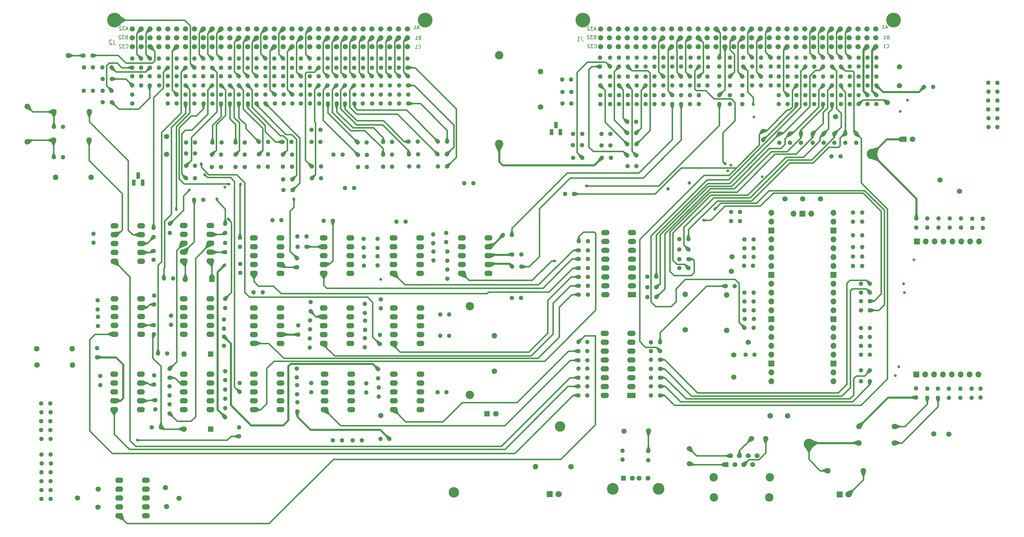
<source format=gbl>
G04 #@! TF.GenerationSoftware,KiCad,Pcbnew,7.0.5*
G04 #@! TF.CreationDate,2023-10-25T20:27:12-04:00*
G04 #@! TF.ProjectId,selftest_bd,73656c66-7465-4737-945f-62642e6b6963,1.0*
G04 #@! TF.SameCoordinates,Original*
G04 #@! TF.FileFunction,Copper,L4,Bot*
G04 #@! TF.FilePolarity,Positive*
%FSLAX46Y46*%
G04 Gerber Fmt 4.6, Leading zero omitted, Abs format (unit mm)*
G04 Created by KiCad (PCBNEW 7.0.5) date 2023-10-25 20:27:12*
%MOMM*%
%LPD*%
G01*
G04 APERTURE LIST*
G04 Aperture macros list*
%AMRoundRect*
0 Rectangle with rounded corners*
0 $1 Rounding radius*
0 $2 $3 $4 $5 $6 $7 $8 $9 X,Y pos of 4 corners*
0 Add a 4 corners polygon primitive as box body*
4,1,4,$2,$3,$4,$5,$6,$7,$8,$9,$2,$3,0*
0 Add four circle primitives for the rounded corners*
1,1,$1+$1,$2,$3*
1,1,$1+$1,$4,$5*
1,1,$1+$1,$6,$7*
1,1,$1+$1,$8,$9*
0 Add four rect primitives between the rounded corners*
20,1,$1+$1,$2,$3,$4,$5,0*
20,1,$1+$1,$4,$5,$6,$7,0*
20,1,$1+$1,$6,$7,$8,$9,0*
20,1,$1+$1,$8,$9,$2,$3,0*%
G04 Aperture macros list end*
%ADD10C,0.150000*%
G04 #@! TA.AperFunction,NonConductor*
%ADD11C,0.150000*%
G04 #@! TD*
G04 #@! TA.AperFunction,ComponentPad*
%ADD12C,1.300000*%
G04 #@! TD*
G04 #@! TA.AperFunction,ComponentPad*
%ADD13C,1.500000*%
G04 #@! TD*
G04 #@! TA.AperFunction,ComponentPad*
%ADD14R,1.800000X1.800000*%
G04 #@! TD*
G04 #@! TA.AperFunction,ComponentPad*
%ADD15C,1.800000*%
G04 #@! TD*
G04 #@! TA.AperFunction,ComponentPad*
%ADD16O,2.300000X1.600000*%
G04 #@! TD*
G04 #@! TA.AperFunction,ComponentPad*
%ADD17R,1.600000X1.600000*%
G04 #@! TD*
G04 #@! TA.AperFunction,ComponentPad*
%ADD18O,1.600000X1.600000*%
G04 #@! TD*
G04 #@! TA.AperFunction,ComponentPad*
%ADD19R,1.408000X1.408000*%
G04 #@! TD*
G04 #@! TA.AperFunction,ComponentPad*
%ADD20C,1.408000*%
G04 #@! TD*
G04 #@! TA.AperFunction,ComponentPad*
%ADD21C,2.400000*%
G04 #@! TD*
G04 #@! TA.AperFunction,ComponentPad*
%ADD22C,4.200000*%
G04 #@! TD*
G04 #@! TA.AperFunction,ComponentPad*
%ADD23C,1.600000*%
G04 #@! TD*
G04 #@! TA.AperFunction,ComponentPad*
%ADD24R,1.100000X1.800000*%
G04 #@! TD*
G04 #@! TA.AperFunction,ComponentPad*
%ADD25RoundRect,0.275000X-0.275000X-0.625000X0.275000X-0.625000X0.275000X0.625000X-0.275000X0.625000X0*%
G04 #@! TD*
G04 #@! TA.AperFunction,ComponentPad*
%ADD26R,2.400000X1.600000*%
G04 #@! TD*
G04 #@! TA.AperFunction,ComponentPad*
%ADD27O,2.400000X1.600000*%
G04 #@! TD*
G04 #@! TA.AperFunction,ComponentPad*
%ADD28O,2.400000X2.400000*%
G04 #@! TD*
G04 #@! TA.AperFunction,ComponentPad*
%ADD29C,3.000000*%
G04 #@! TD*
G04 #@! TA.AperFunction,ComponentPad*
%ADD30R,1.428000X1.428000*%
G04 #@! TD*
G04 #@! TA.AperFunction,ComponentPad*
%ADD31C,1.428000*%
G04 #@! TD*
G04 #@! TA.AperFunction,ComponentPad*
%ADD32C,3.346000*%
G04 #@! TD*
G04 #@! TA.AperFunction,ComponentPad*
%ADD33R,1.700000X1.700000*%
G04 #@! TD*
G04 #@! TA.AperFunction,ComponentPad*
%ADD34O,1.700000X1.700000*%
G04 #@! TD*
G04 #@! TA.AperFunction,ViaPad*
%ADD35C,0.800000*%
G04 #@! TD*
G04 #@! TA.AperFunction,ViaPad*
%ADD36C,1.000000*%
G04 #@! TD*
G04 #@! TA.AperFunction,Conductor*
%ADD37C,0.400000*%
G04 #@! TD*
G04 #@! TA.AperFunction,Conductor*
%ADD38C,0.600000*%
G04 #@! TD*
G04 APERTURE END LIST*
D10*
D11*
X106092475Y-52645504D02*
X105616285Y-52645504D01*
X106187713Y-52931219D02*
X105854380Y-51931219D01*
X105854380Y-51931219D02*
X105521047Y-52931219D01*
X105282951Y-51931219D02*
X104663904Y-51931219D01*
X104663904Y-51931219D02*
X104997237Y-52312171D01*
X104997237Y-52312171D02*
X104854380Y-52312171D01*
X104854380Y-52312171D02*
X104759142Y-52359790D01*
X104759142Y-52359790D02*
X104711523Y-52407409D01*
X104711523Y-52407409D02*
X104663904Y-52502647D01*
X104663904Y-52502647D02*
X104663904Y-52740742D01*
X104663904Y-52740742D02*
X104711523Y-52835980D01*
X104711523Y-52835980D02*
X104759142Y-52883600D01*
X104759142Y-52883600D02*
X104854380Y-52931219D01*
X104854380Y-52931219D02*
X105140094Y-52931219D01*
X105140094Y-52931219D02*
X105235332Y-52883600D01*
X105235332Y-52883600D02*
X105282951Y-52835980D01*
X104282951Y-52026457D02*
X104235332Y-51978838D01*
X104235332Y-51978838D02*
X104140094Y-51931219D01*
X104140094Y-51931219D02*
X103901999Y-51931219D01*
X103901999Y-51931219D02*
X103806761Y-51978838D01*
X103806761Y-51978838D02*
X103759142Y-52026457D01*
X103759142Y-52026457D02*
X103711523Y-52121695D01*
X103711523Y-52121695D02*
X103711523Y-52216933D01*
X103711523Y-52216933D02*
X103759142Y-52359790D01*
X103759142Y-52359790D02*
X104330570Y-52931219D01*
X104330570Y-52931219D02*
X103711523Y-52931219D01*
D10*
D11*
X189461685Y-52340704D02*
X188985495Y-52340704D01*
X189556923Y-52626419D02*
X189223590Y-51626419D01*
X189223590Y-51626419D02*
X188890257Y-52626419D01*
X188033114Y-52626419D02*
X188604542Y-52626419D01*
X188318828Y-52626419D02*
X188318828Y-51626419D01*
X188318828Y-51626419D02*
X188414066Y-51769276D01*
X188414066Y-51769276D02*
X188509304Y-51864514D01*
X188509304Y-51864514D02*
X188604542Y-51912133D01*
D10*
D11*
X105732152Y-54928274D02*
X105589295Y-54975893D01*
X105589295Y-54975893D02*
X105541676Y-55023512D01*
X105541676Y-55023512D02*
X105494057Y-55118750D01*
X105494057Y-55118750D02*
X105494057Y-55261607D01*
X105494057Y-55261607D02*
X105541676Y-55356845D01*
X105541676Y-55356845D02*
X105589295Y-55404465D01*
X105589295Y-55404465D02*
X105684533Y-55452084D01*
X105684533Y-55452084D02*
X106065485Y-55452084D01*
X106065485Y-55452084D02*
X106065485Y-54452084D01*
X106065485Y-54452084D02*
X105732152Y-54452084D01*
X105732152Y-54452084D02*
X105636914Y-54499703D01*
X105636914Y-54499703D02*
X105589295Y-54547322D01*
X105589295Y-54547322D02*
X105541676Y-54642560D01*
X105541676Y-54642560D02*
X105541676Y-54737798D01*
X105541676Y-54737798D02*
X105589295Y-54833036D01*
X105589295Y-54833036D02*
X105636914Y-54880655D01*
X105636914Y-54880655D02*
X105732152Y-54928274D01*
X105732152Y-54928274D02*
X106065485Y-54928274D01*
X105160723Y-54452084D02*
X104541676Y-54452084D01*
X104541676Y-54452084D02*
X104875009Y-54833036D01*
X104875009Y-54833036D02*
X104732152Y-54833036D01*
X104732152Y-54833036D02*
X104636914Y-54880655D01*
X104636914Y-54880655D02*
X104589295Y-54928274D01*
X104589295Y-54928274D02*
X104541676Y-55023512D01*
X104541676Y-55023512D02*
X104541676Y-55261607D01*
X104541676Y-55261607D02*
X104589295Y-55356845D01*
X104589295Y-55356845D02*
X104636914Y-55404465D01*
X104636914Y-55404465D02*
X104732152Y-55452084D01*
X104732152Y-55452084D02*
X105017866Y-55452084D01*
X105017866Y-55452084D02*
X105113104Y-55404465D01*
X105113104Y-55404465D02*
X105160723Y-55356845D01*
X104160723Y-54547322D02*
X104113104Y-54499703D01*
X104113104Y-54499703D02*
X104017866Y-54452084D01*
X104017866Y-54452084D02*
X103779771Y-54452084D01*
X103779771Y-54452084D02*
X103684533Y-54499703D01*
X103684533Y-54499703D02*
X103636914Y-54547322D01*
X103636914Y-54547322D02*
X103589295Y-54642560D01*
X103589295Y-54642560D02*
X103589295Y-54737798D01*
X103589295Y-54737798D02*
X103636914Y-54880655D01*
X103636914Y-54880655D02*
X104208342Y-55452084D01*
X104208342Y-55452084D02*
X103589295Y-55452084D01*
D10*
D11*
X240077475Y-52721704D02*
X239601285Y-52721704D01*
X240172713Y-53007419D02*
X239839380Y-52007419D01*
X239839380Y-52007419D02*
X239506047Y-53007419D01*
X239267951Y-52007419D02*
X238648904Y-52007419D01*
X238648904Y-52007419D02*
X238982237Y-52388371D01*
X238982237Y-52388371D02*
X238839380Y-52388371D01*
X238839380Y-52388371D02*
X238744142Y-52435990D01*
X238744142Y-52435990D02*
X238696523Y-52483609D01*
X238696523Y-52483609D02*
X238648904Y-52578847D01*
X238648904Y-52578847D02*
X238648904Y-52816942D01*
X238648904Y-52816942D02*
X238696523Y-52912180D01*
X238696523Y-52912180D02*
X238744142Y-52959800D01*
X238744142Y-52959800D02*
X238839380Y-53007419D01*
X238839380Y-53007419D02*
X239125094Y-53007419D01*
X239125094Y-53007419D02*
X239220332Y-52959800D01*
X239220332Y-52959800D02*
X239267951Y-52912180D01*
X238267951Y-52102657D02*
X238220332Y-52055038D01*
X238220332Y-52055038D02*
X238125094Y-52007419D01*
X238125094Y-52007419D02*
X237886999Y-52007419D01*
X237886999Y-52007419D02*
X237791761Y-52055038D01*
X237791761Y-52055038D02*
X237744142Y-52102657D01*
X237744142Y-52102657D02*
X237696523Y-52197895D01*
X237696523Y-52197895D02*
X237696523Y-52293133D01*
X237696523Y-52293133D02*
X237744142Y-52435990D01*
X237744142Y-52435990D02*
X238315570Y-53007419D01*
X238315570Y-53007419D02*
X237696523Y-53007419D01*
D10*
D11*
X189320466Y-58093780D02*
X189368085Y-58141400D01*
X189368085Y-58141400D02*
X189510942Y-58189019D01*
X189510942Y-58189019D02*
X189606180Y-58189019D01*
X189606180Y-58189019D02*
X189749037Y-58141400D01*
X189749037Y-58141400D02*
X189844275Y-58046161D01*
X189844275Y-58046161D02*
X189891894Y-57950923D01*
X189891894Y-57950923D02*
X189939513Y-57760447D01*
X189939513Y-57760447D02*
X189939513Y-57617590D01*
X189939513Y-57617590D02*
X189891894Y-57427114D01*
X189891894Y-57427114D02*
X189844275Y-57331876D01*
X189844275Y-57331876D02*
X189749037Y-57236638D01*
X189749037Y-57236638D02*
X189606180Y-57189019D01*
X189606180Y-57189019D02*
X189510942Y-57189019D01*
X189510942Y-57189019D02*
X189368085Y-57236638D01*
X189368085Y-57236638D02*
X189320466Y-57284257D01*
X188368085Y-58189019D02*
X188939513Y-58189019D01*
X188653799Y-58189019D02*
X188653799Y-57189019D01*
X188653799Y-57189019D02*
X188749037Y-57331876D01*
X188749037Y-57331876D02*
X188844275Y-57427114D01*
X188844275Y-57427114D02*
X188939513Y-57474733D01*
D10*
D11*
X105595657Y-57973045D02*
X105643276Y-58020665D01*
X105643276Y-58020665D02*
X105786133Y-58068284D01*
X105786133Y-58068284D02*
X105881371Y-58068284D01*
X105881371Y-58068284D02*
X106024228Y-58020665D01*
X106024228Y-58020665D02*
X106119466Y-57925426D01*
X106119466Y-57925426D02*
X106167085Y-57830188D01*
X106167085Y-57830188D02*
X106214704Y-57639712D01*
X106214704Y-57639712D02*
X106214704Y-57496855D01*
X106214704Y-57496855D02*
X106167085Y-57306379D01*
X106167085Y-57306379D02*
X106119466Y-57211141D01*
X106119466Y-57211141D02*
X106024228Y-57115903D01*
X106024228Y-57115903D02*
X105881371Y-57068284D01*
X105881371Y-57068284D02*
X105786133Y-57068284D01*
X105786133Y-57068284D02*
X105643276Y-57115903D01*
X105643276Y-57115903D02*
X105595657Y-57163522D01*
X105262323Y-57068284D02*
X104643276Y-57068284D01*
X104643276Y-57068284D02*
X104976609Y-57449236D01*
X104976609Y-57449236D02*
X104833752Y-57449236D01*
X104833752Y-57449236D02*
X104738514Y-57496855D01*
X104738514Y-57496855D02*
X104690895Y-57544474D01*
X104690895Y-57544474D02*
X104643276Y-57639712D01*
X104643276Y-57639712D02*
X104643276Y-57877807D01*
X104643276Y-57877807D02*
X104690895Y-57973045D01*
X104690895Y-57973045D02*
X104738514Y-58020665D01*
X104738514Y-58020665D02*
X104833752Y-58068284D01*
X104833752Y-58068284D02*
X105119466Y-58068284D01*
X105119466Y-58068284D02*
X105214704Y-58020665D01*
X105214704Y-58020665D02*
X105262323Y-57973045D01*
X104262323Y-57163522D02*
X104214704Y-57115903D01*
X104214704Y-57115903D02*
X104119466Y-57068284D01*
X104119466Y-57068284D02*
X103881371Y-57068284D01*
X103881371Y-57068284D02*
X103786133Y-57115903D01*
X103786133Y-57115903D02*
X103738514Y-57163522D01*
X103738514Y-57163522D02*
X103690895Y-57258760D01*
X103690895Y-57258760D02*
X103690895Y-57353998D01*
X103690895Y-57353998D02*
X103738514Y-57496855D01*
X103738514Y-57496855D02*
X104309942Y-58068284D01*
X104309942Y-58068284D02*
X103690895Y-58068284D01*
D10*
D11*
X239767952Y-54922009D02*
X239625095Y-54969628D01*
X239625095Y-54969628D02*
X239577476Y-55017247D01*
X239577476Y-55017247D02*
X239529857Y-55112485D01*
X239529857Y-55112485D02*
X239529857Y-55255342D01*
X239529857Y-55255342D02*
X239577476Y-55350580D01*
X239577476Y-55350580D02*
X239625095Y-55398200D01*
X239625095Y-55398200D02*
X239720333Y-55445819D01*
X239720333Y-55445819D02*
X240101285Y-55445819D01*
X240101285Y-55445819D02*
X240101285Y-54445819D01*
X240101285Y-54445819D02*
X239767952Y-54445819D01*
X239767952Y-54445819D02*
X239672714Y-54493438D01*
X239672714Y-54493438D02*
X239625095Y-54541057D01*
X239625095Y-54541057D02*
X239577476Y-54636295D01*
X239577476Y-54636295D02*
X239577476Y-54731533D01*
X239577476Y-54731533D02*
X239625095Y-54826771D01*
X239625095Y-54826771D02*
X239672714Y-54874390D01*
X239672714Y-54874390D02*
X239767952Y-54922009D01*
X239767952Y-54922009D02*
X240101285Y-54922009D01*
X239196523Y-54445819D02*
X238577476Y-54445819D01*
X238577476Y-54445819D02*
X238910809Y-54826771D01*
X238910809Y-54826771D02*
X238767952Y-54826771D01*
X238767952Y-54826771D02*
X238672714Y-54874390D01*
X238672714Y-54874390D02*
X238625095Y-54922009D01*
X238625095Y-54922009D02*
X238577476Y-55017247D01*
X238577476Y-55017247D02*
X238577476Y-55255342D01*
X238577476Y-55255342D02*
X238625095Y-55350580D01*
X238625095Y-55350580D02*
X238672714Y-55398200D01*
X238672714Y-55398200D02*
X238767952Y-55445819D01*
X238767952Y-55445819D02*
X239053666Y-55445819D01*
X239053666Y-55445819D02*
X239148904Y-55398200D01*
X239148904Y-55398200D02*
X239196523Y-55350580D01*
X238196523Y-54541057D02*
X238148904Y-54493438D01*
X238148904Y-54493438D02*
X238053666Y-54445819D01*
X238053666Y-54445819D02*
X237815571Y-54445819D01*
X237815571Y-54445819D02*
X237720333Y-54493438D01*
X237720333Y-54493438D02*
X237672714Y-54541057D01*
X237672714Y-54541057D02*
X237625095Y-54636295D01*
X237625095Y-54636295D02*
X237625095Y-54731533D01*
X237625095Y-54731533D02*
X237672714Y-54874390D01*
X237672714Y-54874390D02*
X238244142Y-55445819D01*
X238244142Y-55445819D02*
X237625095Y-55445819D01*
D10*
D11*
X239631457Y-57966780D02*
X239679076Y-58014400D01*
X239679076Y-58014400D02*
X239821933Y-58062019D01*
X239821933Y-58062019D02*
X239917171Y-58062019D01*
X239917171Y-58062019D02*
X240060028Y-58014400D01*
X240060028Y-58014400D02*
X240155266Y-57919161D01*
X240155266Y-57919161D02*
X240202885Y-57823923D01*
X240202885Y-57823923D02*
X240250504Y-57633447D01*
X240250504Y-57633447D02*
X240250504Y-57490590D01*
X240250504Y-57490590D02*
X240202885Y-57300114D01*
X240202885Y-57300114D02*
X240155266Y-57204876D01*
X240155266Y-57204876D02*
X240060028Y-57109638D01*
X240060028Y-57109638D02*
X239917171Y-57062019D01*
X239917171Y-57062019D02*
X239821933Y-57062019D01*
X239821933Y-57062019D02*
X239679076Y-57109638D01*
X239679076Y-57109638D02*
X239631457Y-57157257D01*
X239298123Y-57062019D02*
X238679076Y-57062019D01*
X238679076Y-57062019D02*
X239012409Y-57442971D01*
X239012409Y-57442971D02*
X238869552Y-57442971D01*
X238869552Y-57442971D02*
X238774314Y-57490590D01*
X238774314Y-57490590D02*
X238726695Y-57538209D01*
X238726695Y-57538209D02*
X238679076Y-57633447D01*
X238679076Y-57633447D02*
X238679076Y-57871542D01*
X238679076Y-57871542D02*
X238726695Y-57966780D01*
X238726695Y-57966780D02*
X238774314Y-58014400D01*
X238774314Y-58014400D02*
X238869552Y-58062019D01*
X238869552Y-58062019D02*
X239155266Y-58062019D01*
X239155266Y-58062019D02*
X239250504Y-58014400D01*
X239250504Y-58014400D02*
X239298123Y-57966780D01*
X238298123Y-57157257D02*
X238250504Y-57109638D01*
X238250504Y-57109638D02*
X238155266Y-57062019D01*
X238155266Y-57062019D02*
X237917171Y-57062019D01*
X237917171Y-57062019D02*
X237821933Y-57109638D01*
X237821933Y-57109638D02*
X237774314Y-57157257D01*
X237774314Y-57157257D02*
X237726695Y-57252495D01*
X237726695Y-57252495D02*
X237726695Y-57347733D01*
X237726695Y-57347733D02*
X237774314Y-57490590D01*
X237774314Y-57490590D02*
X238345742Y-58062019D01*
X238345742Y-58062019D02*
X237726695Y-58062019D01*
D10*
D11*
X102134932Y-55757804D02*
X102134932Y-56686376D01*
X102134932Y-56686376D02*
X102196837Y-56872090D01*
X102196837Y-56872090D02*
X102320646Y-56995900D01*
X102320646Y-56995900D02*
X102506361Y-57057804D01*
X102506361Y-57057804D02*
X102630170Y-57057804D01*
X101577789Y-55881614D02*
X101515885Y-55819709D01*
X101515885Y-55819709D02*
X101392075Y-55757804D01*
X101392075Y-55757804D02*
X101082551Y-55757804D01*
X101082551Y-55757804D02*
X100958742Y-55819709D01*
X100958742Y-55819709D02*
X100896837Y-55881614D01*
X100896837Y-55881614D02*
X100834932Y-56005423D01*
X100834932Y-56005423D02*
X100834932Y-56129233D01*
X100834932Y-56129233D02*
X100896837Y-56314947D01*
X100896837Y-56314947D02*
X101639694Y-57057804D01*
X101639694Y-57057804D02*
X100834932Y-57057804D01*
D10*
D11*
X323446685Y-52188304D02*
X322970495Y-52188304D01*
X323541923Y-52474019D02*
X323208590Y-51474019D01*
X323208590Y-51474019D02*
X322875257Y-52474019D01*
X322018114Y-52474019D02*
X322589542Y-52474019D01*
X322303828Y-52474019D02*
X322303828Y-51474019D01*
X322303828Y-51474019D02*
X322399066Y-51616876D01*
X322399066Y-51616876D02*
X322494304Y-51712114D01*
X322494304Y-51712114D02*
X322589542Y-51759733D01*
D10*
D11*
X323305466Y-57941380D02*
X323353085Y-57989000D01*
X323353085Y-57989000D02*
X323495942Y-58036619D01*
X323495942Y-58036619D02*
X323591180Y-58036619D01*
X323591180Y-58036619D02*
X323734037Y-57989000D01*
X323734037Y-57989000D02*
X323829275Y-57893761D01*
X323829275Y-57893761D02*
X323876894Y-57798523D01*
X323876894Y-57798523D02*
X323924513Y-57608047D01*
X323924513Y-57608047D02*
X323924513Y-57465190D01*
X323924513Y-57465190D02*
X323876894Y-57274714D01*
X323876894Y-57274714D02*
X323829275Y-57179476D01*
X323829275Y-57179476D02*
X323734037Y-57084238D01*
X323734037Y-57084238D02*
X323591180Y-57036619D01*
X323591180Y-57036619D02*
X323495942Y-57036619D01*
X323495942Y-57036619D02*
X323353085Y-57084238D01*
X323353085Y-57084238D02*
X323305466Y-57131857D01*
X322353085Y-58036619D02*
X322924513Y-58036619D01*
X322638799Y-58036619D02*
X322638799Y-57036619D01*
X322638799Y-57036619D02*
X322734037Y-57179476D01*
X322734037Y-57179476D02*
X322829275Y-57274714D01*
X322829275Y-57274714D02*
X322924513Y-57322333D01*
D10*
D11*
X323645161Y-54998209D02*
X323502304Y-55045828D01*
X323502304Y-55045828D02*
X323454685Y-55093447D01*
X323454685Y-55093447D02*
X323407066Y-55188685D01*
X323407066Y-55188685D02*
X323407066Y-55331542D01*
X323407066Y-55331542D02*
X323454685Y-55426780D01*
X323454685Y-55426780D02*
X323502304Y-55474400D01*
X323502304Y-55474400D02*
X323597542Y-55522019D01*
X323597542Y-55522019D02*
X323978494Y-55522019D01*
X323978494Y-55522019D02*
X323978494Y-54522019D01*
X323978494Y-54522019D02*
X323645161Y-54522019D01*
X323645161Y-54522019D02*
X323549923Y-54569638D01*
X323549923Y-54569638D02*
X323502304Y-54617257D01*
X323502304Y-54617257D02*
X323454685Y-54712495D01*
X323454685Y-54712495D02*
X323454685Y-54807733D01*
X323454685Y-54807733D02*
X323502304Y-54902971D01*
X323502304Y-54902971D02*
X323549923Y-54950590D01*
X323549923Y-54950590D02*
X323645161Y-54998209D01*
X323645161Y-54998209D02*
X323978494Y-54998209D01*
X322454685Y-55522019D02*
X323026113Y-55522019D01*
X322740399Y-55522019D02*
X322740399Y-54522019D01*
X322740399Y-54522019D02*
X322835637Y-54664876D01*
X322835637Y-54664876D02*
X322930875Y-54760114D01*
X322930875Y-54760114D02*
X323026113Y-54807733D01*
D10*
D11*
X189660161Y-55150609D02*
X189517304Y-55198228D01*
X189517304Y-55198228D02*
X189469685Y-55245847D01*
X189469685Y-55245847D02*
X189422066Y-55341085D01*
X189422066Y-55341085D02*
X189422066Y-55483942D01*
X189422066Y-55483942D02*
X189469685Y-55579180D01*
X189469685Y-55579180D02*
X189517304Y-55626800D01*
X189517304Y-55626800D02*
X189612542Y-55674419D01*
X189612542Y-55674419D02*
X189993494Y-55674419D01*
X189993494Y-55674419D02*
X189993494Y-54674419D01*
X189993494Y-54674419D02*
X189660161Y-54674419D01*
X189660161Y-54674419D02*
X189564923Y-54722038D01*
X189564923Y-54722038D02*
X189517304Y-54769657D01*
X189517304Y-54769657D02*
X189469685Y-54864895D01*
X189469685Y-54864895D02*
X189469685Y-54960133D01*
X189469685Y-54960133D02*
X189517304Y-55055371D01*
X189517304Y-55055371D02*
X189564923Y-55102990D01*
X189564923Y-55102990D02*
X189660161Y-55150609D01*
X189660161Y-55150609D02*
X189993494Y-55150609D01*
X188469685Y-55674419D02*
X189041113Y-55674419D01*
X188755399Y-55674419D02*
X188755399Y-54674419D01*
X188755399Y-54674419D02*
X188850637Y-54817276D01*
X188850637Y-54817276D02*
X188945875Y-54912514D01*
X188945875Y-54912514D02*
X189041113Y-54960133D01*
D10*
D11*
X236014532Y-54737669D02*
X236014532Y-55666241D01*
X236014532Y-55666241D02*
X236076437Y-55851955D01*
X236076437Y-55851955D02*
X236200246Y-55975765D01*
X236200246Y-55975765D02*
X236385961Y-56037669D01*
X236385961Y-56037669D02*
X236509770Y-56037669D01*
X234714532Y-56037669D02*
X235457389Y-56037669D01*
X235085961Y-56037669D02*
X235085961Y-54737669D01*
X235085961Y-54737669D02*
X235209770Y-54923384D01*
X235209770Y-54923384D02*
X235333580Y-55047193D01*
X235333580Y-55047193D02*
X235457389Y-55109098D01*
D12*
X269570200Y-74147200D03*
X269570200Y-71547200D03*
X155676600Y-61078665D03*
X155676600Y-63678665D03*
X127789600Y-73978665D03*
X127789600Y-71378665D03*
X307670200Y-74147200D03*
X307670200Y-71547200D03*
X302590200Y-68813200D03*
X302590200Y-66213200D03*
X186689600Y-91978665D03*
X189289600Y-91978665D03*
D13*
X279531800Y-146020000D03*
X91753500Y-186994335D03*
D12*
X318516000Y-145892200D03*
X315916000Y-145892200D03*
X130389600Y-73978665D03*
X130389600Y-71378665D03*
X312750200Y-63394065D03*
X312750200Y-60794065D03*
X150595187Y-61078665D03*
X150595187Y-63678665D03*
X112389600Y-68778665D03*
X112389600Y-66178665D03*
X297510200Y-74147200D03*
X297510200Y-71547200D03*
D13*
X323469000Y-73660000D03*
D12*
X266547600Y-121096800D03*
X263947600Y-121096800D03*
D14*
X226893200Y-185851800D03*
D15*
X229433200Y-185851800D03*
D12*
X138252200Y-114990400D03*
X138252200Y-112390400D03*
X249067800Y-85606065D03*
X251667800Y-85606065D03*
X173945200Y-141156200D03*
X173945200Y-143756200D03*
X133658200Y-135828400D03*
X133658200Y-138428400D03*
X185602400Y-107797600D03*
X183002400Y-107797600D03*
X311471200Y-85214065D03*
X311471200Y-82614065D03*
X112474022Y-61078665D03*
X112474022Y-63678665D03*
X125181077Y-61078665D03*
X125181077Y-63678665D03*
D13*
X266827000Y-172847000D03*
X255143000Y-167767000D03*
D12*
X246710200Y-68813200D03*
X246710200Y-66213200D03*
X249250200Y-68813200D03*
X249250200Y-66213200D03*
X155681005Y-66178665D03*
X155681005Y-68778665D03*
X279811000Y-126238000D03*
X277211000Y-126238000D03*
X275412200Y-63394065D03*
X275412200Y-60794065D03*
X93569600Y-63608665D03*
X96169600Y-63608665D03*
X257382800Y-123545600D03*
X254782800Y-123545600D03*
X246661200Y-74147200D03*
X246661200Y-71547200D03*
X334950600Y-109504000D03*
X334950600Y-106904000D03*
D16*
X189778400Y-122651600D03*
X189778400Y-120111600D03*
X189778400Y-117571600D03*
X189778400Y-115031600D03*
X189778400Y-112491600D03*
X182158400Y-112491600D03*
X182158400Y-115031600D03*
X182158400Y-117571600D03*
X182158400Y-120111600D03*
X182158400Y-122651600D03*
D12*
X251718600Y-91879865D03*
X249118600Y-91879865D03*
X312750200Y-68813200D03*
X312750200Y-66213200D03*
X244161200Y-68813200D03*
X244161200Y-66213200D03*
X181789600Y-84978665D03*
X179189600Y-84978665D03*
D13*
X97553500Y-189594335D03*
D12*
X122679600Y-63678665D03*
X122679600Y-61078665D03*
X197572200Y-116351800D03*
X197572200Y-118951800D03*
D16*
X189845200Y-161656200D03*
X189845200Y-159116200D03*
X189845200Y-156576200D03*
X189845200Y-154036200D03*
X189845200Y-151496200D03*
X182225200Y-151496200D03*
X182225200Y-154036200D03*
X182225200Y-156576200D03*
X182225200Y-159116200D03*
X182225200Y-161656200D03*
D12*
X282587210Y-117893210D03*
X285187210Y-117893210D03*
X153269600Y-98788665D03*
X150669600Y-98788665D03*
X310210200Y-63394065D03*
X310210200Y-60794065D03*
X264490200Y-68813200D03*
X264490200Y-66213200D03*
X118167600Y-111040600D03*
X118167600Y-108440600D03*
X347597800Y-155675000D03*
X347597800Y-158275000D03*
X132805310Y-61078665D03*
X132805310Y-63678665D03*
X237788600Y-116011800D03*
X235188600Y-116011800D03*
X266547600Y-118526800D03*
X263947600Y-118526800D03*
X118491000Y-137317000D03*
X118491000Y-134717000D03*
X175996600Y-66178665D03*
X175996600Y-68778665D03*
X145512365Y-61078665D03*
X145512365Y-63678665D03*
X316287210Y-107793210D03*
X313687210Y-107793210D03*
X161389600Y-95378665D03*
X158789600Y-95378665D03*
X237788600Y-118511800D03*
X235188600Y-118511800D03*
X183689600Y-61078665D03*
X183689600Y-63678665D03*
X282587210Y-130693210D03*
X285187210Y-130693210D03*
D17*
X129855200Y-145706200D03*
D18*
X122235200Y-145706200D03*
D19*
X277368000Y-177419000D03*
D20*
X278638000Y-174879000D03*
X279908000Y-177419000D03*
X281178000Y-174879000D03*
X282448000Y-177419000D03*
X283718000Y-174879000D03*
X284988000Y-177419000D03*
X286258000Y-174879000D03*
D21*
X273788000Y-181019000D03*
X273898000Y-186819000D03*
X289728000Y-186819000D03*
X289838000Y-181019000D03*
D12*
X148053776Y-61078665D03*
X148053776Y-63678665D03*
X320370200Y-63394065D03*
X320370200Y-60794065D03*
X181789600Y-92078665D03*
X179189600Y-92078665D03*
D13*
X186182000Y-52595335D03*
X183642000Y-52595335D03*
X181102000Y-52595335D03*
X178562000Y-52595335D03*
X176022000Y-52595335D03*
X173482000Y-52595335D03*
X170942000Y-52595335D03*
X168402000Y-52595335D03*
X165862000Y-52595335D03*
X163322000Y-52595335D03*
X160782000Y-52595335D03*
X158242000Y-52595335D03*
X155702000Y-52595335D03*
X153162000Y-52595335D03*
X150622000Y-52595335D03*
X148082000Y-52595335D03*
X145542000Y-52595335D03*
X143002000Y-52595335D03*
X140462000Y-52595335D03*
X137922000Y-52595335D03*
X135382000Y-52595335D03*
X132842000Y-52595335D03*
X130302000Y-52595335D03*
X127762000Y-52595335D03*
X125222000Y-52595335D03*
X122682000Y-52595335D03*
X120142000Y-52595335D03*
X117602000Y-52595335D03*
X115062000Y-52595335D03*
X112522000Y-52595335D03*
X109982000Y-52595335D03*
X107442000Y-52595335D03*
X186182000Y-55135335D03*
X183642000Y-55135335D03*
X181102000Y-55135335D03*
X178562000Y-55135335D03*
X176022000Y-55135335D03*
X173482000Y-55135335D03*
X170942000Y-55135335D03*
X168402000Y-55135335D03*
X165862000Y-55135335D03*
X163322000Y-55135335D03*
X160782000Y-55135335D03*
X158242000Y-55135335D03*
X155702000Y-55135335D03*
X153162000Y-55135335D03*
X150622000Y-55135335D03*
X148082000Y-55135335D03*
X145542000Y-55135335D03*
X143002000Y-55135335D03*
X140462000Y-55135335D03*
X137922000Y-55135335D03*
X135382000Y-55135335D03*
X132842000Y-55135335D03*
X130302000Y-55135335D03*
X127762000Y-55135335D03*
X125222000Y-55135335D03*
X122682000Y-55135335D03*
X120142000Y-55135335D03*
X117602000Y-55135335D03*
X115062000Y-55135335D03*
X112522000Y-55135335D03*
X109982000Y-55135335D03*
X107442000Y-55135335D03*
X186182000Y-57675335D03*
X183642000Y-57675335D03*
X181102000Y-57675335D03*
X178562000Y-57675335D03*
X176022000Y-57675335D03*
X173482000Y-57675335D03*
X170942000Y-57675335D03*
X168402000Y-57675335D03*
X165862000Y-57675335D03*
X163322000Y-57675335D03*
X160782000Y-57675335D03*
X158242000Y-57675335D03*
X155702000Y-57675335D03*
X153162000Y-57675335D03*
X150622000Y-57675335D03*
X148082000Y-57675335D03*
X145542000Y-57675335D03*
X143002000Y-57675335D03*
X140462000Y-57675335D03*
X137922000Y-57675335D03*
X135382000Y-57675335D03*
X132842000Y-57675335D03*
X130302000Y-57675335D03*
X127762000Y-57675335D03*
X125222000Y-57675335D03*
X122682000Y-57675335D03*
X120142000Y-57675335D03*
X117602000Y-57675335D03*
X115062000Y-57675335D03*
X112522000Y-57675335D03*
X109982000Y-57675335D03*
X107442000Y-57675335D03*
D22*
X191262000Y-50055335D03*
X102362000Y-50055335D03*
D12*
X173945200Y-133956200D03*
X173945200Y-131356200D03*
X153199600Y-95708665D03*
X150599600Y-95708665D03*
X117556844Y-61078665D03*
X117556844Y-63678665D03*
X269570200Y-63394065D03*
X269570200Y-60794065D03*
X171889600Y-85078665D03*
X174489600Y-85078665D03*
X195525600Y-134405400D03*
X198125600Y-134405400D03*
X168289600Y-66178665D03*
X168289600Y-68778665D03*
X300050200Y-74147200D03*
X300050200Y-71547200D03*
X261950200Y-74147200D03*
X261950200Y-71547200D03*
D13*
X308641200Y-77724000D03*
D12*
X127722488Y-61078665D03*
X127722488Y-63678665D03*
X352339600Y-75615800D03*
X354939600Y-75615800D03*
X352399600Y-70535800D03*
X354999600Y-70535800D03*
X122689600Y-68778665D03*
X122689600Y-66178665D03*
X233573800Y-89517665D03*
X236173800Y-89517665D03*
D13*
X294221400Y-101256600D03*
X89099600Y-60248665D03*
D12*
X81427800Y-184658000D03*
X84027800Y-184658000D03*
X317830200Y-74147200D03*
X317830200Y-71547200D03*
X272161000Y-63426265D03*
X272161000Y-60826265D03*
X115595200Y-166706200D03*
X112995200Y-166706200D03*
X165836600Y-66178665D03*
X165836600Y-68778665D03*
X294970200Y-74147200D03*
X294970200Y-71547200D03*
X118110000Y-154960800D03*
X118110000Y-157560800D03*
X315290200Y-74147200D03*
X315290200Y-71547200D03*
X142986530Y-66178665D03*
X142986530Y-68778665D03*
X109980895Y-66178665D03*
X109980895Y-68778665D03*
X267030200Y-68813200D03*
X267030200Y-66213200D03*
X157281400Y-112064800D03*
X154681400Y-112064800D03*
X259410200Y-74147200D03*
X259410200Y-71547200D03*
X165836600Y-61078665D03*
X165836600Y-63678665D03*
X137896600Y-66178665D03*
X137896600Y-68778665D03*
D23*
X325501000Y-171196000D03*
D18*
X315341000Y-171196000D03*
D12*
X352339600Y-73075800D03*
X354939600Y-73075800D03*
X107429600Y-63678665D03*
X107429600Y-61078665D03*
X316287210Y-105193210D03*
X313687210Y-105193210D03*
X285267000Y-135703000D03*
X282667000Y-135703000D03*
D23*
X211045200Y-150616200D03*
D18*
X211045200Y-140456200D03*
D12*
X251790200Y-74147200D03*
X251790200Y-71547200D03*
X81487800Y-177038000D03*
X84087800Y-177038000D03*
X143689600Y-88478665D03*
X146289600Y-88478665D03*
X98879600Y-63648665D03*
X101479600Y-63648665D03*
X130292055Y-66178665D03*
X130292055Y-68778665D03*
X107416600Y-71378665D03*
X107416600Y-73978665D03*
X233837000Y-99872800D03*
X231237000Y-99872800D03*
X341350600Y-109504000D03*
X341350600Y-106904000D03*
X230391200Y-67094065D03*
X232991200Y-67094065D03*
X269570200Y-68813200D03*
X269570200Y-66213200D03*
X264490200Y-63394065D03*
X264490200Y-60794065D03*
X341097800Y-158275000D03*
X341097800Y-155675000D03*
X81402400Y-162382200D03*
X84002400Y-162382200D03*
X258466200Y-152481600D03*
X255866200Y-152481600D03*
X241361200Y-68813200D03*
X241361200Y-66213200D03*
X158689600Y-84978665D03*
X161289600Y-84978665D03*
X302590200Y-63394065D03*
X302590200Y-60794065D03*
D23*
X84886800Y-84480400D03*
D18*
X95046800Y-84480400D03*
D16*
X111343500Y-192084335D03*
X111343500Y-189544335D03*
X111343500Y-187004335D03*
X111343500Y-184464335D03*
X111343500Y-181924335D03*
X103723500Y-181924335D03*
X103723500Y-184464335D03*
X103723500Y-187004335D03*
X103723500Y-189544335D03*
X103723500Y-192084335D03*
D12*
X241661200Y-86004065D03*
X244261200Y-86004065D03*
X259410200Y-63394065D03*
X259410200Y-60794065D03*
D13*
X117221000Y-83439000D03*
X320217800Y-52595335D03*
X317677800Y-52595335D03*
X315137800Y-52595335D03*
X312597800Y-52595335D03*
X310057800Y-52595335D03*
X307517800Y-52595335D03*
X304977800Y-52595335D03*
X302437800Y-52595335D03*
X299897800Y-52595335D03*
X297357800Y-52595335D03*
X294817800Y-52595335D03*
X292277800Y-52595335D03*
X289737800Y-52595335D03*
X287197800Y-52595335D03*
X284657800Y-52595335D03*
X282117800Y-52595335D03*
X279577800Y-52595335D03*
X277037800Y-52595335D03*
X274497800Y-52595335D03*
X271957800Y-52595335D03*
X269417800Y-52595335D03*
X266877800Y-52595335D03*
X264337800Y-52595335D03*
X261797800Y-52595335D03*
X259257800Y-52595335D03*
X256717800Y-52595335D03*
X254177800Y-52595335D03*
X251637800Y-52595335D03*
X249097800Y-52595335D03*
X246557800Y-52595335D03*
X244017800Y-52595335D03*
X241477800Y-52595335D03*
X320217800Y-55135335D03*
X317677800Y-55135335D03*
X315137800Y-55135335D03*
X312597800Y-55135335D03*
X310057800Y-55135335D03*
X307517800Y-55135335D03*
X304977800Y-55135335D03*
X302437800Y-55135335D03*
X299897800Y-55135335D03*
X297357800Y-55135335D03*
X294817800Y-55135335D03*
X292277800Y-55135335D03*
X289737800Y-55135335D03*
X287197800Y-55135335D03*
X284657800Y-55135335D03*
X282117800Y-55135335D03*
X279577800Y-55135335D03*
X277037800Y-55135335D03*
X274497800Y-55135335D03*
X271957800Y-55135335D03*
X269417800Y-55135335D03*
X266877800Y-55135335D03*
X264337800Y-55135335D03*
X261797800Y-55135335D03*
X259257800Y-55135335D03*
X256717800Y-55135335D03*
X254177800Y-55135335D03*
X251637800Y-55135335D03*
X249097800Y-55135335D03*
X246557800Y-55135335D03*
X244017800Y-55135335D03*
X241477800Y-55135335D03*
X320217800Y-57675335D03*
X317677800Y-57675335D03*
X315137800Y-57675335D03*
X312597800Y-57675335D03*
X310057800Y-57675335D03*
X307517800Y-57675335D03*
X304977800Y-57675335D03*
X302437800Y-57675335D03*
X299897800Y-57675335D03*
X297357800Y-57675335D03*
X294817800Y-57675335D03*
X292277800Y-57675335D03*
X289737800Y-57675335D03*
X287197800Y-57675335D03*
X284657800Y-57675335D03*
X282117800Y-57675335D03*
X279577800Y-57675335D03*
X277037800Y-57675335D03*
X274497800Y-57675335D03*
X271957800Y-57675335D03*
X269417800Y-57675335D03*
X266877800Y-57675335D03*
X264337800Y-57675335D03*
X261797800Y-57675335D03*
X259257800Y-57675335D03*
X256717800Y-57675335D03*
X254177800Y-57675335D03*
X251637800Y-57675335D03*
X249097800Y-57675335D03*
X246557800Y-57675335D03*
X244017800Y-57675335D03*
X241477800Y-57675335D03*
D22*
X325297800Y-50055335D03*
X236397800Y-50055335D03*
D13*
X279531800Y-152319200D03*
D16*
X149845200Y-122626200D03*
X149845200Y-120086200D03*
X149845200Y-117546200D03*
X149845200Y-115006200D03*
X149845200Y-112466200D03*
X142225200Y-112466200D03*
X142225200Y-115006200D03*
X142225200Y-117546200D03*
X142225200Y-120086200D03*
X142225200Y-122626200D03*
D12*
X140429543Y-61078665D03*
X140429543Y-63678665D03*
X186489600Y-84878665D03*
X189089600Y-84878665D03*
X150603215Y-66178665D03*
X150603215Y-68778665D03*
D24*
X227380800Y-82188000D03*
D25*
X228650800Y-80118000D03*
X229920800Y-82188000D03*
D12*
X310113200Y-89128600D03*
X307513200Y-89128600D03*
X133985000Y-161222000D03*
X133985000Y-163822000D03*
X154609800Y-118287800D03*
X154609800Y-120887800D03*
X178589600Y-66178665D03*
X178589600Y-68778665D03*
X267030200Y-74147200D03*
X267030200Y-71547200D03*
X177571400Y-115346000D03*
X177571400Y-112746000D03*
X249017000Y-79205265D03*
X251617000Y-79205265D03*
X251642400Y-88831865D03*
X249042400Y-88831865D03*
X181189600Y-66178665D03*
X181189600Y-68778665D03*
D26*
X250418600Y-128701800D03*
D27*
X250418600Y-126161800D03*
X250418600Y-123621800D03*
X250418600Y-121081800D03*
X250418600Y-118541800D03*
X250418600Y-116001800D03*
X250418600Y-113461800D03*
X250418600Y-110921800D03*
X242798600Y-110921800D03*
X242798600Y-113461800D03*
X242798600Y-116001800D03*
X242798600Y-118541800D03*
X242798600Y-121081800D03*
X242798600Y-123621800D03*
X242798600Y-126161800D03*
X242798600Y-128701800D03*
D12*
X118110000Y-152531600D03*
X118110000Y-149931600D03*
X318516000Y-133192200D03*
X315916000Y-133192200D03*
X170869600Y-61078665D03*
X170869600Y-63678665D03*
X278735000Y-105029000D03*
X281335000Y-105029000D03*
D26*
X250266200Y-157581600D03*
D27*
X250266200Y-155041600D03*
X250266200Y-152501600D03*
X250266200Y-149961600D03*
X250266200Y-147421600D03*
X250266200Y-144881600D03*
X250266200Y-142341600D03*
X250266200Y-139801600D03*
X242646200Y-139801600D03*
X242646200Y-142341600D03*
X242646200Y-144881600D03*
X242646200Y-147421600D03*
X242646200Y-149961600D03*
X242646200Y-152501600D03*
X242646200Y-155041600D03*
X242646200Y-157581600D03*
D23*
X294941000Y-163449000D03*
X289941000Y-163449000D03*
D12*
X261950200Y-68813200D03*
X261950200Y-66213200D03*
X178245200Y-140256200D03*
X178245200Y-142856200D03*
X237666200Y-152481600D03*
X235066200Y-152481600D03*
X143589600Y-92078665D03*
X146189600Y-92078665D03*
X318516000Y-143392200D03*
X315916000Y-143392200D03*
X282016200Y-68813200D03*
X282016200Y-66213200D03*
D13*
X283718000Y-142367000D03*
D12*
X161389600Y-91978665D03*
X158789600Y-91978665D03*
X114045200Y-161556200D03*
X114045200Y-158956200D03*
X158445200Y-130856200D03*
X158445200Y-133456200D03*
X183789600Y-66178665D03*
X183789600Y-68778665D03*
X153089600Y-92078665D03*
X150489600Y-92078665D03*
X157306800Y-114985800D03*
X154706800Y-114985800D03*
X318516000Y-128092200D03*
X315916000Y-128092200D03*
X176089600Y-73978665D03*
X176089600Y-71378665D03*
D16*
X109915200Y-119186200D03*
X109915200Y-116646200D03*
X109915200Y-114106200D03*
X109915200Y-111566200D03*
X109915200Y-109026200D03*
X102295200Y-109026200D03*
X102295200Y-111566200D03*
X102295200Y-114106200D03*
X102295200Y-116646200D03*
X102295200Y-119186200D03*
D12*
X145525425Y-66178665D03*
X145525425Y-68778665D03*
X317830200Y-63394065D03*
X317830200Y-60794065D03*
X163297690Y-66178665D03*
X163297690Y-68778665D03*
D23*
X265684000Y-138811000D03*
D18*
X265684000Y-128651000D03*
D12*
X237788600Y-113411800D03*
X235188600Y-113411800D03*
X241361200Y-74147200D03*
X241361200Y-71547200D03*
X144733800Y-128016000D03*
X142133800Y-128016000D03*
X193624200Y-116327400D03*
X193624200Y-118927400D03*
X87609200Y-80619600D03*
X85009200Y-80619600D03*
X318516000Y-138292200D03*
X315916000Y-138292200D03*
X241661200Y-82704065D03*
X244261200Y-82704065D03*
D21*
X212369400Y-85572600D03*
D28*
X212369400Y-60172600D03*
D12*
X132816600Y-71378665D03*
X132816600Y-73978665D03*
X175989600Y-61078665D03*
X175989600Y-63678665D03*
X310210200Y-74147200D03*
X310210200Y-71547200D03*
X237666200Y-157581600D03*
X235066200Y-157581600D03*
X164841400Y-170434000D03*
X167441400Y-170434000D03*
X331697800Y-158175000D03*
X331697800Y-155575000D03*
X275412200Y-74147200D03*
X275412200Y-71547200D03*
X194745200Y-156656200D03*
X197345200Y-156656200D03*
X249017000Y-82380265D03*
X251617000Y-82380265D03*
X261950200Y-63394065D03*
X261950200Y-60794065D03*
X258466200Y-147381600D03*
X255866200Y-147381600D03*
X258466200Y-142381600D03*
X255866200Y-142381600D03*
X177800000Y-150084000D03*
X177800000Y-152684000D03*
X153136600Y-61078665D03*
X153136600Y-63678665D03*
X130189600Y-92178665D03*
X132789600Y-92178665D03*
X236121200Y-85914065D03*
X233521200Y-85914065D03*
X237666200Y-149881600D03*
X235066200Y-149881600D03*
X347750600Y-109604000D03*
X347750600Y-107004000D03*
X249250200Y-63394065D03*
X249250200Y-60794065D03*
D13*
X326961200Y-63484065D03*
D16*
X149845200Y-161656200D03*
X149845200Y-159116200D03*
X149845200Y-156576200D03*
X149845200Y-154036200D03*
X149845200Y-151496200D03*
X142225200Y-151496200D03*
X142225200Y-154036200D03*
X142225200Y-156576200D03*
X142225200Y-159116200D03*
X142225200Y-161656200D03*
D12*
X284810200Y-68813200D03*
X284810200Y-66213200D03*
X292430200Y-68813200D03*
X292430200Y-66213200D03*
X122789600Y-85078665D03*
X125389600Y-85078665D03*
X101559600Y-73568665D03*
X98959600Y-73568665D03*
X134035800Y-111028000D03*
X134035800Y-108428000D03*
D16*
X109915200Y-140046200D03*
X109915200Y-137506200D03*
X109915200Y-134966200D03*
X109915200Y-132426200D03*
X109915200Y-129886200D03*
X102295200Y-129886200D03*
X102295200Y-132426200D03*
X102295200Y-134966200D03*
X102295200Y-137506200D03*
X102295200Y-140046200D03*
D12*
X295611200Y-85214065D03*
X295611200Y-82614065D03*
X244170200Y-63394065D03*
X244170200Y-60794065D03*
X218722200Y-120701800D03*
X216122200Y-120701800D03*
X181005000Y-170027600D03*
X178405000Y-170027600D03*
X122689600Y-73978665D03*
X122689600Y-71378665D03*
X163389600Y-71378665D03*
X163389600Y-73978665D03*
X338150600Y-109504000D03*
X338150600Y-106904000D03*
X186189600Y-61078665D03*
X186189600Y-63678665D03*
X316287210Y-117793210D03*
X313687210Y-117793210D03*
X150723600Y-71378665D03*
X150723600Y-73978665D03*
D13*
X336753200Y-168605200D03*
D12*
X183789600Y-71378665D03*
X183789600Y-73978665D03*
X230491200Y-70664065D03*
X233091200Y-70664065D03*
D16*
X169845200Y-122651600D03*
X169845200Y-120111600D03*
X169845200Y-117571600D03*
X169845200Y-115031600D03*
X169845200Y-112491600D03*
X162225200Y-112491600D03*
X162225200Y-115031600D03*
X162225200Y-117571600D03*
X162225200Y-120111600D03*
X162225200Y-122651600D03*
D12*
X318516000Y-140792200D03*
X315916000Y-140792200D03*
D16*
X109845200Y-161656200D03*
X109845200Y-159116200D03*
X109845200Y-156576200D03*
X109845200Y-154036200D03*
X109845200Y-151496200D03*
X102225200Y-151496200D03*
X102225200Y-154036200D03*
X102225200Y-156576200D03*
X102225200Y-159116200D03*
X102225200Y-161656200D03*
D12*
X138145200Y-156606200D03*
X138145200Y-154006200D03*
D13*
X284607000Y-169926000D03*
D12*
X164989600Y-88578665D03*
X167589600Y-88578665D03*
X305130200Y-74147200D03*
X305130200Y-71547200D03*
X278460200Y-68813200D03*
X278460200Y-66213200D03*
D16*
X170045200Y-161656200D03*
X170045200Y-159116200D03*
X170045200Y-156576200D03*
X170045200Y-154036200D03*
X170045200Y-151496200D03*
X162425200Y-151496200D03*
X162425200Y-154036200D03*
X162425200Y-156576200D03*
X162425200Y-159116200D03*
X162425200Y-161656200D03*
D12*
X140447635Y-66178665D03*
X140447635Y-68778665D03*
X81427800Y-174498000D03*
X84027800Y-174498000D03*
D16*
X149845200Y-142656200D03*
X149845200Y-140116200D03*
X149845200Y-137576200D03*
X149845200Y-135036200D03*
X149845200Y-132496200D03*
X142225200Y-132496200D03*
X142225200Y-135036200D03*
X142225200Y-137576200D03*
X142225200Y-140116200D03*
X142225200Y-142656200D03*
D12*
X258466200Y-144881600D03*
X255866200Y-144881600D03*
X181189600Y-61078665D03*
X181189600Y-63678665D03*
X292430200Y-74147200D03*
X292430200Y-71547200D03*
D13*
X288671000Y-169926000D03*
D12*
X96059600Y-60218665D03*
X93459600Y-60218665D03*
X205008000Y-96799400D03*
X202408000Y-96799400D03*
D23*
X95631000Y-95123000D03*
D18*
X85471000Y-95123000D03*
D12*
X93519600Y-70268665D03*
X96119600Y-70268665D03*
D29*
X199415400Y-185343800D03*
D12*
X158645200Y-156656200D03*
X158645200Y-154056200D03*
X153189600Y-71378665D03*
X153189600Y-73978665D03*
X174045200Y-136156200D03*
X174045200Y-138756200D03*
X115089600Y-68778665D03*
X115089600Y-66178665D03*
X178589600Y-61078665D03*
X178589600Y-63678665D03*
X148183600Y-71378665D03*
X148183600Y-73978665D03*
X352339600Y-67995800D03*
X354939600Y-67995800D03*
X259410200Y-68813200D03*
X259410200Y-66213200D03*
X316267000Y-115053000D03*
X313667000Y-115053000D03*
X81402400Y-170002200D03*
X84002400Y-170002200D03*
X255108400Y-176145065D03*
X255108400Y-173545065D03*
X168389600Y-61078665D03*
X168389600Y-63678665D03*
X305130200Y-63394065D03*
X305130200Y-60794065D03*
X287350200Y-63394065D03*
X287350200Y-60794065D03*
D13*
X178536600Y-163347400D03*
D12*
X101579600Y-66908665D03*
X98979600Y-66908665D03*
X158195200Y-143856200D03*
X158195200Y-141256200D03*
X197389600Y-88478665D03*
X194789600Y-88478665D03*
X117576600Y-71378665D03*
X117576600Y-73978665D03*
X350139000Y-155621200D03*
X350139000Y-158221200D03*
X133985000Y-158522000D03*
X133985000Y-155922000D03*
X287883600Y-84408800D03*
X287883600Y-81808800D03*
X119055200Y-124056200D03*
X116455200Y-124056200D03*
X290144200Y-68764865D03*
X290144200Y-66164865D03*
X241261200Y-63394065D03*
X241261200Y-60794065D03*
X258466200Y-154981600D03*
X255866200Y-154981600D03*
X125219600Y-73978665D03*
X125219600Y-71378665D03*
X246710200Y-63394065D03*
X246710200Y-60794065D03*
X147514000Y-107391200D03*
X150114000Y-107391200D03*
X158216600Y-61078665D03*
X158216600Y-63678665D03*
D23*
X77343000Y-84912200D03*
D18*
X77343000Y-74752200D03*
D12*
X178511200Y-132643400D03*
X178511200Y-130043400D03*
X318516000Y-150421990D03*
X315916000Y-150421990D03*
X298771200Y-85214065D03*
X298771200Y-82614065D03*
X148064320Y-66178665D03*
X148064320Y-68778665D03*
X120136475Y-66178665D03*
X120136475Y-68778665D03*
X282467000Y-120393210D03*
X285067000Y-120393210D03*
X256870200Y-68813200D03*
X256870200Y-66213200D03*
X247678400Y-175985065D03*
X247678400Y-173385065D03*
X272008600Y-68813200D03*
X272008600Y-66213200D03*
D29*
X229870000Y-166446200D03*
D23*
X232994200Y-178028600D03*
D18*
X222834200Y-178028600D03*
D12*
X218622400Y-129641600D03*
X216022400Y-129641600D03*
X315290200Y-63394065D03*
X315290200Y-60794065D03*
X307670200Y-68813200D03*
X307670200Y-66213200D03*
D17*
X130205200Y-124356200D03*
D18*
X122585200Y-124356200D03*
D12*
X237666200Y-154981600D03*
X235066200Y-154981600D03*
X173389600Y-73978665D03*
X173389600Y-71378665D03*
X266547600Y-112826800D03*
X263947600Y-112826800D03*
X173489600Y-66178665D03*
X173489600Y-68778665D03*
X120098255Y-61078665D03*
X120098255Y-63678665D03*
X173105600Y-170434000D03*
X170505600Y-170434000D03*
X113545200Y-109606200D03*
X113545200Y-112206200D03*
X237666200Y-147481600D03*
X235066200Y-147481600D03*
X160758795Y-66178665D03*
X160758795Y-68778665D03*
X125136600Y-101574600D03*
X127736600Y-101574600D03*
D30*
X247968400Y-181315065D03*
D31*
X250468400Y-181315065D03*
X252468400Y-181315065D03*
X254968400Y-181315065D03*
D32*
X244898400Y-184315065D03*
X258038400Y-184315065D03*
D12*
X257382800Y-126605600D03*
X254782800Y-126605600D03*
X132830950Y-66178665D03*
X132830950Y-68778665D03*
D33*
X331965600Y-113515600D03*
D34*
X334505600Y-113515600D03*
X337045600Y-113515600D03*
X339585600Y-113515600D03*
X342125600Y-113515600D03*
X344665600Y-113515600D03*
X347205600Y-113515600D03*
X349745600Y-113515600D03*
D12*
X98909600Y-70268665D03*
X101509600Y-70268665D03*
X143689600Y-84978665D03*
X146289600Y-84978665D03*
X344550600Y-109504000D03*
X344550600Y-106904000D03*
X284810200Y-63394065D03*
X284810200Y-60794065D03*
X254330200Y-68813200D03*
X254330200Y-66213200D03*
X197489600Y-91978665D03*
X194889600Y-91978665D03*
X314591200Y-85214065D03*
X314591200Y-82614065D03*
X254330200Y-63394065D03*
X254330200Y-60794065D03*
X155676600Y-71378665D03*
X155676600Y-73978665D03*
X130389600Y-85078665D03*
X132989600Y-85078665D03*
D13*
X116853500Y-183994335D03*
D12*
X350850600Y-109604000D03*
X350850600Y-107004000D03*
X154905200Y-140126200D03*
X154905200Y-137526200D03*
X333980000Y-69215000D03*
X336580000Y-69215000D03*
X81427800Y-187198000D03*
X84027800Y-187198000D03*
D16*
X189845200Y-142656200D03*
X189845200Y-140116200D03*
X189845200Y-137576200D03*
X189845200Y-135036200D03*
X189845200Y-132496200D03*
X182225200Y-132496200D03*
X182225200Y-135036200D03*
X182225200Y-137576200D03*
X182225200Y-140116200D03*
X182225200Y-142656200D03*
D12*
X258466200Y-149981600D03*
X255866200Y-149981600D03*
X237788600Y-123611800D03*
X235188600Y-123611800D03*
X282587210Y-138193210D03*
X285187210Y-138193210D03*
X139589600Y-92178665D03*
X136989600Y-92178665D03*
X318516000Y-130592200D03*
X315916000Y-130592200D03*
X292601200Y-85214065D03*
X292601200Y-82614065D03*
X186389600Y-71378665D03*
X186389600Y-73978665D03*
X163296600Y-61078665D03*
X163296600Y-63678665D03*
X164799800Y-107543600D03*
X162199800Y-107543600D03*
X171989600Y-88678665D03*
X174589600Y-88678665D03*
X317830200Y-68813200D03*
X317830200Y-66213200D03*
X117395200Y-145606200D03*
X114795200Y-145606200D03*
X318516000Y-153492200D03*
X315916000Y-153492200D03*
D13*
X117253500Y-189394335D03*
D12*
X137896600Y-71378665D03*
X137896600Y-73978665D03*
X165889600Y-71378665D03*
X165889600Y-73978665D03*
X297510200Y-63394065D03*
X297510200Y-60794065D03*
X258466200Y-157581600D03*
X255866200Y-157581600D03*
X135356600Y-71378665D03*
X135356600Y-73978665D03*
X237788600Y-121111800D03*
X235188600Y-121111800D03*
D13*
X338582000Y-95885000D03*
D12*
X282587210Y-115393210D03*
X285187210Y-115393210D03*
X256870200Y-74147200D03*
X256870200Y-71547200D03*
D16*
X209372200Y-122635600D03*
X209372200Y-120095600D03*
X209372200Y-117555600D03*
X209372200Y-115015600D03*
X209372200Y-112475600D03*
X201752200Y-112475600D03*
X201752200Y-115015600D03*
X201752200Y-117555600D03*
X201752200Y-120095600D03*
X201752200Y-122635600D03*
D12*
X334897800Y-158275000D03*
X334897800Y-155675000D03*
X142976600Y-71378665D03*
X142976600Y-73978665D03*
D13*
X304381400Y-101256600D03*
X299301400Y-101256600D03*
D12*
X337997800Y-158275000D03*
X337997800Y-155675000D03*
D16*
X129768600Y-119100600D03*
X129768600Y-116560600D03*
X129768600Y-114020600D03*
X129768600Y-111480600D03*
X129768600Y-108940600D03*
X122148600Y-108940600D03*
X122148600Y-111480600D03*
X122148600Y-114020600D03*
X122148600Y-116560600D03*
X122148600Y-119100600D03*
D12*
X125389600Y-95378665D03*
X122789600Y-95378665D03*
X267161200Y-63394065D03*
X267161200Y-60794065D03*
D13*
X266827000Y-177165000D03*
D23*
X84963000Y-76327000D03*
D18*
X95123000Y-76327000D03*
D12*
X81342400Y-167462200D03*
X83942400Y-167462200D03*
X168289600Y-98178665D03*
X170889600Y-98178665D03*
D13*
X97653500Y-184394335D03*
D12*
X249250200Y-74147200D03*
X249250200Y-71547200D03*
D23*
X80136200Y-148896600D03*
D18*
X90296200Y-148896600D03*
D12*
X152989600Y-84978665D03*
X150389600Y-84978665D03*
X257382800Y-129425600D03*
X254782800Y-129425600D03*
X300050200Y-68813200D03*
X300050200Y-66213200D03*
X177901600Y-157891000D03*
X177901600Y-155291000D03*
X287350200Y-68813200D03*
X287350200Y-66213200D03*
D17*
X328209144Y-84201000D03*
D23*
X330709144Y-84201000D03*
D12*
X237666200Y-142281600D03*
X235066200Y-142281600D03*
X171989600Y-92178665D03*
X174589600Y-92178665D03*
X81427800Y-182118000D03*
X84027800Y-182118000D03*
X145516600Y-71378665D03*
X145516600Y-73978665D03*
X290144200Y-63394065D03*
X290144200Y-60794065D03*
X158689600Y-81478665D03*
X161289600Y-81478665D03*
X302107864Y-85214065D03*
X302107864Y-82614065D03*
X168289600Y-71378665D03*
X168289600Y-73978665D03*
X344397800Y-158275000D03*
X344397800Y-155675000D03*
X352399600Y-78155800D03*
X354999600Y-78155800D03*
X174345200Y-154156200D03*
X174345200Y-156756200D03*
X193497200Y-114025200D03*
X193497200Y-111425200D03*
X173701000Y-120411600D03*
X173701000Y-117811600D03*
X237666200Y-144881600D03*
X235066200Y-144881600D03*
X282587210Y-133193000D03*
X285187210Y-133193000D03*
D29*
X319074800Y-88450865D03*
D12*
X244161200Y-74147200D03*
X244161200Y-71547200D03*
X133658200Y-140728400D03*
X133658200Y-143328400D03*
X241761200Y-89504065D03*
X244361200Y-89504065D03*
X98295200Y-152006200D03*
X98295200Y-154606200D03*
X294970200Y-68813200D03*
X294970200Y-66213200D03*
X216122200Y-117201800D03*
X218722200Y-117201800D03*
D13*
X248159400Y-167844465D03*
X344119200Y-99110800D03*
D16*
X169845200Y-142656200D03*
X169845200Y-140116200D03*
X169845200Y-137576200D03*
X169845200Y-135036200D03*
X169845200Y-132496200D03*
X162225200Y-132496200D03*
X162225200Y-135036200D03*
X162225200Y-137576200D03*
X162225200Y-140116200D03*
X162225200Y-142656200D03*
D12*
X130263899Y-61078665D03*
X130263899Y-63678665D03*
X302590200Y-74147200D03*
X302590200Y-71547200D03*
D13*
X341122000Y-168656000D03*
D12*
X195525600Y-140465400D03*
X198125600Y-140465400D03*
X160889600Y-73978665D03*
X160889600Y-71378665D03*
D23*
X224256600Y-74980800D03*
D18*
X224256600Y-64820800D03*
D12*
X282587210Y-112893210D03*
X285187210Y-112893210D03*
X251790200Y-63394065D03*
X251790200Y-60794065D03*
X320370200Y-74147200D03*
X320370200Y-71547200D03*
X300050200Y-63394065D03*
X300050200Y-60794065D03*
X120116600Y-71378665D03*
X120116600Y-73978665D03*
X87609200Y-89382600D03*
X85009200Y-89382600D03*
X292430200Y-63394065D03*
X292430200Y-60794065D03*
D23*
X277495000Y-138938000D03*
D18*
X277495000Y-128778000D03*
D12*
X125214265Y-66178665D03*
X125214265Y-68778665D03*
D17*
X208955000Y-162814000D03*
D23*
X211455000Y-162814000D03*
D12*
X305251200Y-85214065D03*
X305251200Y-82614065D03*
X113495200Y-116156200D03*
X113495200Y-118756200D03*
D13*
X279006800Y-117876800D03*
D12*
X237788600Y-128711800D03*
X235188600Y-128711800D03*
X282016200Y-74147200D03*
X282016200Y-71547200D03*
X138277600Y-119888000D03*
X138277600Y-122488000D03*
X140489600Y-73978665D03*
X140489600Y-71378665D03*
X251790200Y-68813200D03*
X251790200Y-66213200D03*
X310210200Y-68813200D03*
X310210200Y-66213200D03*
X264490200Y-74147200D03*
X264490200Y-71547200D03*
X139589600Y-88578665D03*
X136989600Y-88578665D03*
D13*
X278892000Y-122047000D03*
D12*
X197211700Y-111026800D03*
X197211700Y-113626800D03*
X177571400Y-117729000D03*
X177571400Y-120329000D03*
X181189600Y-71378665D03*
X181189600Y-73978665D03*
X352399600Y-80695800D03*
X354999600Y-80695800D03*
D16*
X129758200Y-161656200D03*
X129758200Y-159116200D03*
X129758200Y-156576200D03*
X129758200Y-154036200D03*
X129758200Y-151496200D03*
X122138200Y-151496200D03*
X122138200Y-154036200D03*
X122138200Y-156576200D03*
X122138200Y-159116200D03*
X122138200Y-161656200D03*
D13*
X326961200Y-68824065D03*
D12*
X97515200Y-132946200D03*
X97515200Y-130346200D03*
D29*
X301040800Y-171475400D03*
D12*
X118084600Y-160147000D03*
X118084600Y-162747000D03*
X316287210Y-120493210D03*
X313687210Y-120493210D03*
X135369845Y-66178665D03*
X135369845Y-68778665D03*
X320370200Y-68813200D03*
X320370200Y-66213200D03*
X307670200Y-63394065D03*
X307670200Y-60794065D03*
X154445200Y-149856200D03*
X154445200Y-152456200D03*
X278460200Y-74147200D03*
X278460200Y-71547200D03*
D17*
X129870200Y-167208200D03*
D18*
X122250200Y-167208200D03*
D12*
X186289600Y-66178665D03*
X186289600Y-68778665D03*
X158219900Y-66178665D03*
X158219900Y-68778665D03*
X137998200Y-169295600D03*
X137998200Y-166695600D03*
X97612200Y-137698000D03*
X97612200Y-135098000D03*
X318516000Y-125592200D03*
X315916000Y-125592200D03*
X81342400Y-159842200D03*
X83942400Y-159842200D03*
D13*
X117221000Y-88519000D03*
D12*
X170989600Y-71378665D03*
X170989600Y-73978665D03*
X113615200Y-137456200D03*
X113615200Y-140056200D03*
X278460200Y-63394065D03*
X278460200Y-60794065D03*
X316287210Y-111703000D03*
X313687210Y-111703000D03*
X285487210Y-145893210D03*
X282887210Y-145893210D03*
X297510200Y-68813200D03*
X297510200Y-66213200D03*
X133958200Y-132528400D03*
X133958200Y-129928400D03*
X275412200Y-68813200D03*
X275412200Y-66213200D03*
X153089600Y-88578665D03*
X150489600Y-88578665D03*
D23*
X80086200Y-144246600D03*
D18*
X90246200Y-144246600D03*
D13*
X120777000Y-187071000D03*
D12*
X109959600Y-63678665D03*
X109959600Y-61078665D03*
X278735000Y-107629000D03*
X281335000Y-107629000D03*
X96345200Y-111256200D03*
X96345200Y-113856200D03*
X81342400Y-164922200D03*
X83942400Y-164922200D03*
X181789600Y-88578665D03*
X179189600Y-88578665D03*
X173477766Y-61078665D03*
X173477766Y-63678665D03*
X115015433Y-61078665D03*
X115015433Y-63678665D03*
X154645200Y-162156200D03*
X154645200Y-159556200D03*
X113695200Y-131556200D03*
X113695200Y-128956200D03*
X130189600Y-88578665D03*
X132789600Y-88578665D03*
X254330200Y-74147200D03*
X254330200Y-71547200D03*
X97345200Y-146656200D03*
X97345200Y-144056200D03*
X236191200Y-82634065D03*
X233591200Y-82634065D03*
X230491200Y-73914065D03*
X233091200Y-73914065D03*
X308361200Y-85214065D03*
X308361200Y-82614065D03*
X153142110Y-66178665D03*
X153142110Y-68778665D03*
X122789600Y-88278665D03*
X125389600Y-88278665D03*
X137888132Y-61078665D03*
X137888132Y-63678665D03*
X266547600Y-115746800D03*
X263947600Y-115746800D03*
X237788600Y-126211800D03*
X235188600Y-126211800D03*
D34*
X308102000Y-153543000D03*
X308102000Y-151003000D03*
D33*
X308102000Y-148463000D03*
D34*
X308102000Y-145923000D03*
X308102000Y-143383000D03*
X308102000Y-140843000D03*
X308102000Y-138303000D03*
D33*
X308102000Y-135763000D03*
D34*
X308102000Y-133223000D03*
X308102000Y-130683000D03*
X308102000Y-128143000D03*
X308102000Y-125603000D03*
D33*
X308102000Y-123063000D03*
D34*
X308102000Y-120523000D03*
X308102000Y-117983000D03*
X308102000Y-115443000D03*
X308102000Y-112903000D03*
D33*
X308102000Y-110363000D03*
D34*
X308102000Y-107823000D03*
X308102000Y-105283000D03*
X290322000Y-105283000D03*
X290322000Y-107823000D03*
D33*
X290322000Y-110363000D03*
D34*
X290322000Y-112903000D03*
X290322000Y-115443000D03*
X290322000Y-117983000D03*
X290322000Y-120523000D03*
D33*
X290322000Y-123063000D03*
D34*
X290322000Y-125603000D03*
X290322000Y-128143000D03*
X290322000Y-130683000D03*
X290322000Y-133223000D03*
D33*
X290322000Y-135763000D03*
D34*
X290322000Y-138303000D03*
X290322000Y-140843000D03*
X290322000Y-143383000D03*
X290322000Y-145923000D03*
D33*
X290322000Y-148463000D03*
D34*
X290322000Y-151003000D03*
X290322000Y-153543000D03*
X301752000Y-105513000D03*
D33*
X299212000Y-105513000D03*
D34*
X296672000Y-105513000D03*
D24*
X107823000Y-96666000D03*
D25*
X109093000Y-94596000D03*
X110363000Y-96666000D03*
D12*
X186589600Y-88478665D03*
X189189600Y-88478665D03*
X294970200Y-63394065D03*
X294970200Y-60794065D03*
X113645200Y-151856200D03*
X113645200Y-154456200D03*
X125389600Y-91778665D03*
X122789600Y-91778665D03*
X216072200Y-111651800D03*
X213472200Y-111651800D03*
X315290200Y-68813200D03*
X315290200Y-66213200D03*
X134010400Y-116539800D03*
X134010400Y-113939800D03*
X256870200Y-63394065D03*
X256870200Y-60794065D03*
X139589600Y-85078665D03*
X136989600Y-85078665D03*
D16*
X129758200Y-140046200D03*
X129758200Y-137506200D03*
X129758200Y-134966200D03*
X129758200Y-132426200D03*
X129758200Y-129886200D03*
X122138200Y-129886200D03*
X122138200Y-132426200D03*
X122138200Y-134966200D03*
X122138200Y-137506200D03*
X122138200Y-140046200D03*
D12*
X133985000Y-153222000D03*
X133985000Y-150622000D03*
D21*
X204045200Y-157456200D03*
D28*
X204045200Y-132056200D03*
D12*
X160756600Y-61078665D03*
X160756600Y-63678665D03*
X142970954Y-61078665D03*
X142970954Y-63678665D03*
X197572200Y-124151800D03*
X197572200Y-121551800D03*
X154545200Y-154656200D03*
X154545200Y-157256200D03*
X135346721Y-61078665D03*
X135346721Y-63678665D03*
X173641000Y-115291600D03*
X173641000Y-112691600D03*
X282270200Y-63394065D03*
X282270200Y-60794065D03*
X197489600Y-84878665D03*
X194889600Y-84878665D03*
X127753160Y-66178665D03*
X127753160Y-68778665D03*
X117597580Y-66178665D03*
X117597580Y-68778665D03*
D14*
X309875000Y-185953400D03*
D15*
X312415000Y-185953400D03*
D23*
X316636400Y-179171600D03*
D18*
X306476400Y-179171600D03*
D12*
X107442000Y-66178665D03*
X107442000Y-68778665D03*
X331750600Y-109504000D03*
X331750600Y-106904000D03*
X81427800Y-179578000D03*
X84027800Y-179578000D03*
X178489600Y-71378665D03*
X178489600Y-73978665D03*
X170889600Y-66178665D03*
X170889600Y-68778665D03*
X158295200Y-138656200D03*
X158295200Y-136056200D03*
X158289600Y-73978665D03*
X158289600Y-71378665D03*
X312750200Y-74147200D03*
X312750200Y-71547200D03*
D23*
X325501000Y-166497000D03*
D18*
X315341000Y-166497000D03*
D33*
X331762000Y-151615600D03*
D34*
X334302000Y-151615600D03*
X336842000Y-151615600D03*
X339382000Y-151615600D03*
X341922000Y-151615600D03*
X344462000Y-151615600D03*
X347002000Y-151615600D03*
X349542000Y-151615600D03*
D12*
X285187210Y-128093210D03*
X282587210Y-128093210D03*
X305130200Y-68813200D03*
X305130200Y-66213200D03*
D35*
X326771000Y-149352000D03*
X328168000Y-125603000D03*
X331089000Y-118745000D03*
X325755000Y-151892000D03*
X328422000Y-128092200D03*
X327202800Y-76200000D03*
D36*
X260731000Y-98425000D03*
D35*
X134874000Y-107022300D03*
D36*
X133807200Y-120243600D03*
D35*
X131648200Y-101307300D03*
X123774200Y-98755200D03*
X285292800Y-77825600D03*
X285089600Y-74320400D03*
X274091400Y-104216200D03*
X270916400Y-107416600D03*
X277051100Y-91243332D03*
X287629600Y-94945200D03*
X277850600Y-93204700D03*
X278650100Y-91605700D03*
D36*
X266877800Y-96697800D03*
D35*
X133915450Y-97935750D03*
X138404600Y-97053400D03*
X329234800Y-73050400D03*
X237388400Y-97586800D03*
X135128000Y-97028000D03*
X228320600Y-119075200D03*
X120040400Y-104368600D03*
X128143000Y-94361000D03*
X108813600Y-170408600D03*
X127152400Y-91186000D03*
X178511200Y-124358400D03*
X153663833Y-101272300D03*
D37*
X316026800Y-96697800D02*
X316026800Y-84049665D01*
X323519800Y-152831800D02*
X323519800Y-104190800D01*
X315950600Y-160401000D02*
X323519800Y-152831800D01*
X323519800Y-104190800D02*
X316026800Y-96697800D01*
X259740400Y-157581600D02*
X262559800Y-160401000D01*
X262559800Y-160401000D02*
X315950600Y-160401000D01*
X316026800Y-84049665D02*
X314591200Y-82614065D01*
X258466200Y-157581600D02*
X259740400Y-157581600D01*
X318516000Y-154411438D02*
X318516000Y-153492200D01*
X259909000Y-154981600D02*
X264287000Y-159359600D01*
X264287000Y-159359600D02*
X313567838Y-159359600D01*
X258466200Y-154981600D02*
X259909000Y-154981600D01*
X313567838Y-159359600D02*
X318516000Y-154411438D01*
X314604400Y-151993600D02*
X316944390Y-151993600D01*
X313791600Y-152806400D02*
X314604400Y-151993600D01*
X316944390Y-151993600D02*
X318516000Y-150421990D01*
X313791600Y-157454600D02*
X313791600Y-152806400D01*
X312699400Y-158546800D02*
X313791600Y-157454600D01*
X265887200Y-158546800D02*
X312699400Y-158546800D01*
X258466200Y-152481600D02*
X259822000Y-152481600D01*
X259822000Y-152481600D02*
X265887200Y-158546800D01*
X317466000Y-127042200D02*
X318516000Y-128092200D01*
X313444600Y-127042200D02*
X317466000Y-127042200D01*
X312902600Y-127584200D02*
X313444600Y-127042200D01*
X310438800Y-157734000D02*
X312902600Y-155270200D01*
X312902600Y-155270200D02*
X312902600Y-127584200D01*
X267436600Y-157734000D02*
X310438800Y-157734000D01*
X259684200Y-149981600D02*
X267436600Y-157734000D01*
X258466200Y-149981600D02*
X259684200Y-149981600D01*
X312744200Y-124542200D02*
X317466000Y-124542200D01*
X311861200Y-125425200D02*
X312744200Y-124542200D01*
X269163800Y-156794200D02*
X309422800Y-156794200D01*
X311861200Y-154355800D02*
X311861200Y-125425200D01*
X259751200Y-147381600D02*
X269163800Y-156794200D01*
X309422800Y-156794200D02*
X311861200Y-154355800D01*
X258466200Y-147381600D02*
X259751200Y-147381600D01*
X317466000Y-124542200D02*
X318516000Y-125592200D01*
X127789600Y-75410400D02*
X127789600Y-73978665D01*
X125683868Y-77516132D02*
X127789600Y-75410400D01*
X120777000Y-80991264D02*
X124252132Y-77516132D01*
X120777000Y-95504000D02*
X120777000Y-80991264D01*
X135077200Y-96977200D02*
X122250200Y-96977200D01*
X122250200Y-96977200D02*
X120777000Y-95504000D01*
X135128000Y-97028000D02*
X135077200Y-96977200D01*
X124252132Y-77516132D02*
X125683868Y-77516132D01*
X122097800Y-104510400D02*
X118167600Y-108440600D01*
X122097800Y-100431600D02*
X122097800Y-104510400D01*
X123774200Y-98755200D02*
X122097800Y-100431600D01*
D38*
X212369400Y-90627200D02*
X212369400Y-85572600D01*
X239596665Y-91668600D02*
X213410800Y-91668600D01*
X213410800Y-91668600D02*
X212369400Y-90627200D01*
X241761200Y-89504065D02*
X239596665Y-91668600D01*
X176255200Y-148539200D02*
X177800000Y-150084000D01*
X152679400Y-148539200D02*
X176255200Y-148539200D01*
X152019000Y-149199600D02*
X152679400Y-148539200D01*
X135585200Y-160324800D02*
X141401800Y-166141400D01*
X150571200Y-166141400D02*
X152019000Y-164693600D01*
X135585200Y-142655400D02*
X135585200Y-160324800D01*
X141401800Y-166141400D02*
X150571200Y-166141400D01*
X152019000Y-164693600D02*
X152019000Y-149199600D01*
X133658200Y-140728400D02*
X135585200Y-142655400D01*
D37*
X115595200Y-149250200D02*
X115595200Y-166706200D01*
X115595200Y-166706200D02*
X116097200Y-167208200D01*
X113284000Y-140387400D02*
X113284000Y-146939000D01*
X113615200Y-140056200D02*
X113284000Y-140387400D01*
X122250200Y-167208200D02*
X116097200Y-167208200D01*
X113284000Y-146939000D02*
X115595200Y-149250200D01*
D38*
X323324665Y-84201000D02*
X328209144Y-84201000D01*
X330024200Y-99400265D02*
X330024200Y-99417600D01*
X319074800Y-88450865D02*
X330024200Y-99400265D01*
X330024200Y-99417600D02*
X331774800Y-101168200D01*
X331774800Y-101168200D02*
X331774800Y-106879800D01*
X331774800Y-106879800D02*
X331750600Y-106904000D01*
X319074800Y-88450865D02*
X323324665Y-84201000D01*
D37*
X122585200Y-119456200D02*
X122185200Y-119056200D01*
X122585200Y-124356200D02*
X122585200Y-119537200D01*
X122585200Y-119537200D02*
X122148600Y-119100600D01*
X112522000Y-52595335D02*
X111277400Y-53839935D01*
X111277400Y-59882043D02*
X112474022Y-61078665D01*
X111277400Y-53839935D02*
X111277400Y-59882043D01*
X109982000Y-52595335D02*
X108712000Y-53865335D01*
X108712000Y-59831065D02*
X109959600Y-61078665D01*
X108712000Y-53865335D02*
X108712000Y-59831065D01*
D38*
X154645200Y-162156200D02*
X154645200Y-163662200D01*
X154645200Y-163662200D02*
X158369000Y-167386000D01*
X178363400Y-167386000D02*
X181005000Y-170027600D01*
X158369000Y-167386000D02*
X178363400Y-167386000D01*
D37*
X311447800Y-59491665D02*
X312750200Y-60794065D01*
X312597800Y-52595335D02*
X311447800Y-53745335D01*
X311447800Y-53745335D02*
X311447800Y-59491665D01*
X310057800Y-52595335D02*
X308907800Y-53745335D01*
X308907800Y-59491665D02*
X310210200Y-60794065D01*
X308907800Y-53745335D02*
X308907800Y-59491665D01*
X306367800Y-59491665D02*
X307670200Y-60794065D01*
X307517800Y-52595335D02*
X306367800Y-53745335D01*
X306367800Y-53745335D02*
X306367800Y-59491665D01*
X303784000Y-59447865D02*
X305130200Y-60794065D01*
X304977800Y-52595335D02*
X303784000Y-53789135D01*
X303784000Y-53789135D02*
X303784000Y-59447865D01*
X301287800Y-53745335D02*
X301287800Y-59491665D01*
X302437800Y-52595335D02*
X301287800Y-53745335D01*
X301287800Y-59491665D02*
X302590200Y-60794065D01*
X289737800Y-52595335D02*
X288587800Y-53745335D01*
X288587800Y-53745335D02*
X288587800Y-59237665D01*
X288587800Y-59237665D02*
X290144200Y-60794065D01*
X283507800Y-59491665D02*
X284810200Y-60794065D01*
X283507800Y-53745335D02*
X283507800Y-59491665D01*
X284657800Y-52595335D02*
X283507800Y-53745335D01*
X274497800Y-52595335D02*
X275647800Y-53745335D01*
X275647800Y-53745335D02*
X275647800Y-60558465D01*
X275647800Y-60558465D02*
X275412200Y-60794065D01*
X286047800Y-56285335D02*
X286047800Y-64910800D01*
X286047800Y-64910800D02*
X287350200Y-66213200D01*
X287197800Y-55135335D02*
X286047800Y-56285335D01*
X280727800Y-64924800D02*
X282016200Y-66213200D01*
X282117800Y-55135335D02*
X280727800Y-56525335D01*
X280727800Y-56525335D02*
X280727800Y-64924800D01*
X278427800Y-58514600D02*
X279730200Y-59817000D01*
X279577800Y-55135335D02*
X278427800Y-56285335D01*
X278427800Y-56285335D02*
X278427800Y-58514600D01*
X279730200Y-59817000D02*
X279730200Y-64943200D01*
X279730200Y-64943200D02*
X278460200Y-66213200D01*
X269417800Y-55135335D02*
X270789400Y-56506935D01*
X270789400Y-56506935D02*
X270789400Y-64994000D01*
X270789400Y-64994000D02*
X269570200Y-66213200D01*
X265727800Y-64910800D02*
X267030200Y-66213200D01*
X266877800Y-55135335D02*
X265727800Y-56285335D01*
X265727800Y-56285335D02*
X265727800Y-64910800D01*
X263271000Y-64994000D02*
X264490200Y-66213200D01*
X263187800Y-58870200D02*
X263271000Y-58953400D01*
X263271000Y-58953400D02*
X263271000Y-64994000D01*
X263187800Y-56285335D02*
X263187800Y-58870200D01*
X264337800Y-55135335D02*
X263187800Y-56285335D01*
X258038600Y-56354535D02*
X258038600Y-64841600D01*
X259257800Y-55135335D02*
X258038600Y-56354535D01*
X258038600Y-64841600D02*
X259410200Y-66213200D01*
D38*
X319100200Y-58792935D02*
X319100200Y-70277200D01*
X320217800Y-57675335D02*
X319100200Y-58792935D01*
X319100200Y-70277200D02*
X320370200Y-71547200D01*
X316580200Y-70297200D02*
X317830200Y-71547200D01*
X316580200Y-58772935D02*
X316580200Y-70297200D01*
X317677800Y-57675335D02*
X316580200Y-58772935D01*
D37*
X293751000Y-70328000D02*
X294970200Y-71547200D01*
X293751000Y-58742135D02*
X293751000Y-70328000D01*
X294817800Y-57675335D02*
X293751000Y-58742135D01*
X277037800Y-69921600D02*
X275412200Y-71547200D01*
X277037800Y-57675335D02*
X277037800Y-69921600D01*
X260731000Y-58742135D02*
X260731000Y-70328000D01*
X261797800Y-57675335D02*
X260731000Y-58742135D01*
X260731000Y-70328000D02*
X261950200Y-71547200D01*
X124002800Y-51689000D02*
X122369135Y-50055335D01*
X125181077Y-63678665D02*
X124002800Y-62500388D01*
X124002800Y-62500388D02*
X124002800Y-51689000D01*
X122369135Y-50055335D02*
X102362000Y-50055335D01*
X158242000Y-52595335D02*
X156997400Y-53839935D01*
X156997400Y-53839935D02*
X156997400Y-59859465D01*
X156997400Y-59859465D02*
X158216600Y-61078665D01*
X149352000Y-59835478D02*
X150595187Y-61078665D01*
X150622000Y-52595335D02*
X149352000Y-53865335D01*
X149352000Y-53865335D02*
X149352000Y-59835478D01*
X144152000Y-53985335D02*
X144152000Y-59718300D01*
X144152000Y-59718300D02*
X145512365Y-61078665D01*
X145542000Y-52595335D02*
X144152000Y-53985335D01*
X132842000Y-52595335D02*
X131546600Y-53890735D01*
X131546600Y-53890735D02*
X131546600Y-59819955D01*
X131546600Y-59819955D02*
X132805310Y-61078665D01*
X130302000Y-52595335D02*
X129006600Y-53890735D01*
X129006600Y-59821366D02*
X130263899Y-61078665D01*
X129006600Y-53890735D02*
X129006600Y-59821366D01*
X126542800Y-53814535D02*
X126542800Y-59898977D01*
X127762000Y-52595335D02*
X126542800Y-53814535D01*
X126542800Y-59898977D02*
X127722488Y-61078665D01*
X185032000Y-56285335D02*
X185032000Y-64921065D01*
X186182000Y-55135335D02*
X185032000Y-56285335D01*
X185032000Y-64921065D02*
X186289600Y-66178665D01*
X182492000Y-56285335D02*
X182492000Y-64881065D01*
X182492000Y-64881065D02*
X183789600Y-66178665D01*
X183642000Y-55135335D02*
X182492000Y-56285335D01*
X179952000Y-56285335D02*
X179952000Y-64941065D01*
X179952000Y-64941065D02*
X181189600Y-66178665D01*
X181102000Y-55135335D02*
X179952000Y-56285335D01*
X178562000Y-55135335D02*
X177412000Y-56285335D01*
X177412000Y-65001065D02*
X178589600Y-66178665D01*
X177412000Y-56285335D02*
X177412000Y-65001065D01*
X174872000Y-56285335D02*
X174872000Y-65054065D01*
X174872000Y-65054065D02*
X175996600Y-66178665D01*
X176022000Y-55135335D02*
X174872000Y-56285335D01*
X172332000Y-65021065D02*
X173489600Y-66178665D01*
X173482000Y-55135335D02*
X172332000Y-56285335D01*
X172332000Y-56285335D02*
X172332000Y-65021065D01*
X169646600Y-56430735D02*
X169646600Y-64935665D01*
X170942000Y-55135335D02*
X169646600Y-56430735D01*
X169646600Y-64935665D02*
X170889600Y-66178665D01*
X167132000Y-65021065D02*
X168289600Y-66178665D01*
X167132000Y-56405335D02*
X167132000Y-65021065D01*
X168402000Y-55135335D02*
X167132000Y-56405335D01*
X164566600Y-64908665D02*
X165836600Y-66178665D01*
X164566600Y-56430735D02*
X164566600Y-64908665D01*
X165862000Y-55135335D02*
X164566600Y-56430735D01*
X162001200Y-56456135D02*
X162001200Y-64882175D01*
X162001200Y-64882175D02*
X163297690Y-66178665D01*
X163322000Y-55135335D02*
X162001200Y-56456135D01*
X155702000Y-55135335D02*
X154432000Y-56405335D01*
X154432000Y-64929660D02*
X155681005Y-66178665D01*
X154432000Y-56405335D02*
X154432000Y-64929660D01*
X141681200Y-64873335D02*
X142986530Y-66178665D01*
X141681200Y-56456135D02*
X141681200Y-64873335D01*
X143002000Y-55135335D02*
X141681200Y-56456135D01*
X139192000Y-64923030D02*
X140447635Y-66178665D01*
X139192000Y-56405335D02*
X139192000Y-64923030D01*
X140462000Y-55135335D02*
X139192000Y-56405335D01*
X136626600Y-64908665D02*
X137896600Y-66178665D01*
X137922000Y-55135335D02*
X136626600Y-56430735D01*
X136626600Y-56430735D02*
X136626600Y-64908665D01*
X151790400Y-69979465D02*
X153189600Y-71378665D01*
X151790400Y-59046935D02*
X151790400Y-69979465D01*
X153162000Y-57675335D02*
X151790400Y-59046935D01*
X148082000Y-57675335D02*
X146812000Y-58945335D01*
X146812000Y-58945335D02*
X146812000Y-70007065D01*
X146812000Y-70007065D02*
X148183600Y-71378665D01*
X120142000Y-57675335D02*
X118821200Y-58996135D01*
X118821200Y-58996135D02*
X118821200Y-70083265D01*
X118821200Y-70083265D02*
X120116600Y-71378665D01*
X113868200Y-61645800D02*
X113157000Y-62357000D01*
X103378000Y-60147200D02*
X96131065Y-60147200D01*
X105587800Y-62357000D02*
X103378000Y-60147200D01*
X113868200Y-59021535D02*
X113868200Y-61645800D01*
X113157000Y-62357000D02*
X105587800Y-62357000D01*
X96131065Y-60147200D02*
X96059600Y-60218665D01*
X112522000Y-57675335D02*
X113868200Y-59021535D01*
X220979000Y-120701800D02*
X218722200Y-120701800D01*
X264490200Y-84378800D02*
X253619000Y-95250000D01*
X223901000Y-104063800D02*
X223901000Y-117779800D01*
X232714800Y-95250000D02*
X223901000Y-104063800D01*
X223901000Y-117779800D02*
X220979000Y-120701800D01*
X264490200Y-74147200D02*
X264490200Y-84378800D01*
X253619000Y-95250000D02*
X232714800Y-95250000D01*
X231851200Y-93853000D02*
X216072200Y-109632000D01*
X252349000Y-93853000D02*
X231851200Y-93853000D01*
X261950200Y-84251800D02*
X252349000Y-93853000D01*
X216072200Y-109632000D02*
X216072200Y-111651800D01*
X261950200Y-74147200D02*
X261950200Y-84251800D01*
X116281200Y-69479970D02*
X116281200Y-64954309D01*
X116281200Y-64954309D02*
X117556844Y-63678665D01*
X113545200Y-72215970D02*
X116281200Y-69479970D01*
X113545200Y-109606200D02*
X113545200Y-72215970D01*
X255108400Y-167801600D02*
X255143000Y-167767000D01*
X255108400Y-173545065D02*
X255108400Y-167801600D01*
X130205200Y-124356200D02*
X130205200Y-119537200D01*
X130205200Y-119456200D02*
X129805200Y-119056200D01*
X130205200Y-119537200D02*
X129768600Y-119100600D01*
D38*
X210392200Y-114731800D02*
X213472200Y-111651800D01*
X209372200Y-114731800D02*
X210392200Y-114731800D01*
D37*
X287883600Y-84408800D02*
X297510200Y-74782200D01*
X297510200Y-74782200D02*
X297510200Y-74147200D01*
X254254000Y-143764000D02*
X252603000Y-142113000D01*
X271018000Y-94488000D02*
X278180800Y-94488000D01*
X258466200Y-144881600D02*
X257348600Y-143764000D01*
X252603000Y-142113000D02*
X252603000Y-112903000D01*
X296291000Y-74980800D02*
X296291000Y-70032400D01*
X257348600Y-143764000D02*
X254254000Y-143764000D01*
X264494800Y-92405200D02*
X280263600Y-92405200D01*
X286833600Y-85835200D02*
X286833600Y-82858800D01*
X287883600Y-81808800D02*
X288828000Y-81808800D01*
X286833600Y-82858800D02*
X287883600Y-81808800D01*
X294894000Y-75742800D02*
X295529000Y-75742800D01*
X252603000Y-112903000D02*
X271018000Y-94488000D01*
X296291000Y-70032400D02*
X297510200Y-68813200D01*
X278180800Y-94488000D02*
X286833600Y-85835200D01*
X295529000Y-75742800D02*
X296291000Y-74980800D01*
X233837000Y-99872800D02*
X257027200Y-99872800D01*
X257027200Y-99872800D02*
X264494800Y-92405200D01*
X288828000Y-81808800D02*
X294894000Y-75742800D01*
X280263600Y-92405200D02*
X286833600Y-85835200D01*
X297721200Y-84802800D02*
X297721200Y-84779140D01*
X272811072Y-98298000D02*
X279679400Y-98298000D01*
X298771200Y-81466800D02*
X305130200Y-75107800D01*
X294817800Y-87706200D02*
X297721200Y-84802800D01*
X259791200Y-127017200D02*
X259791200Y-111317872D01*
X298771200Y-83752800D02*
X298771200Y-82614065D01*
X298359935Y-84164065D02*
X298771200Y-83752800D01*
X297721200Y-84779140D02*
X298336275Y-84164065D01*
X279679400Y-98298000D02*
X290271200Y-87706200D01*
X298771200Y-82614065D02*
X298771200Y-81466800D01*
X298336275Y-84164065D02*
X298359935Y-84164065D01*
X257382800Y-129425600D02*
X259791200Y-127017200D01*
X259791200Y-111317872D02*
X272811072Y-98298000D01*
X290271200Y-87706200D02*
X294817800Y-87706200D01*
X305130200Y-75107800D02*
X305130200Y-74147200D01*
X278917400Y-97663000D02*
X289737800Y-86842600D01*
X294182800Y-84042465D02*
X295611200Y-82614065D01*
X257382800Y-126605600D02*
X258432800Y-125555600D01*
X258432800Y-111492800D02*
X272262600Y-97663000D01*
X303860200Y-70083200D02*
X305130200Y-68813200D01*
X272262600Y-97663000D02*
X278917400Y-97663000D01*
X303860200Y-74955400D02*
X303860200Y-70083200D01*
X292963600Y-86842600D02*
X294182800Y-85623400D01*
X294182800Y-85623400D02*
X294182800Y-84042465D01*
X258432800Y-125555600D02*
X258432800Y-111492800D01*
X296201535Y-82614065D02*
X303860200Y-74955400D01*
X295611200Y-82614065D02*
X296201535Y-82614065D01*
X289737800Y-86842600D02*
X292963600Y-86842600D01*
X257382800Y-111592672D02*
X272074472Y-96901000D01*
X278314265Y-96901000D02*
X292601200Y-82614065D01*
X301320200Y-65963800D02*
X302839935Y-64444065D01*
X257382800Y-123545600D02*
X257382800Y-111592672D01*
X293520438Y-82614065D02*
X301320200Y-74814303D01*
X292601200Y-82614065D02*
X293520438Y-82614065D01*
X304080200Y-64444065D02*
X305130200Y-63394065D01*
X301320200Y-74814303D02*
X301320200Y-65963800D01*
X302839935Y-64444065D02*
X304080200Y-64444065D01*
X272074472Y-96901000D02*
X278314265Y-96901000D01*
X306628800Y-81236465D02*
X306628800Y-76555600D01*
X272897600Y-100228400D02*
X283540200Y-100228400D01*
X306628800Y-76555600D02*
X307670200Y-75514200D01*
X262128000Y-118872000D02*
X262128000Y-111023400D01*
X266547600Y-121096800D02*
X265491200Y-120040400D01*
X262128000Y-111023400D02*
X265074400Y-108077000D01*
X304201200Y-84605654D02*
X304201200Y-83664065D01*
X299475054Y-89331800D02*
X304201200Y-84605654D01*
X283540200Y-100228400D02*
X294436800Y-89331800D01*
X263296400Y-120040400D02*
X262128000Y-118872000D01*
X305251200Y-82614065D02*
X306628800Y-81236465D01*
X307670200Y-75514200D02*
X307670200Y-74147200D01*
X294436800Y-89331800D02*
X299475054Y-89331800D01*
X265491200Y-120040400D02*
X263296400Y-120040400D01*
X265226800Y-107899200D02*
X272897600Y-100228400D01*
X304201200Y-83664065D02*
X305251200Y-82614065D01*
X291338000Y-88417400D02*
X297307000Y-88417400D01*
X302107864Y-83616536D02*
X302107864Y-82614065D01*
X266547600Y-118526800D02*
X267878800Y-118526800D01*
X302107864Y-82614065D02*
X305104800Y-79617129D01*
X267360400Y-123240800D02*
X262432800Y-123240800D01*
X262432800Y-123240800D02*
X261264400Y-122072400D01*
X261264400Y-110693200D02*
X272643600Y-99314000D01*
X306374800Y-70108600D02*
X307670200Y-68813200D01*
X280441400Y-99314000D02*
X291338000Y-88417400D01*
X297307000Y-88417400D02*
X302107864Y-83616536D01*
X305104800Y-79617129D02*
X305104800Y-76504800D01*
X272643600Y-99314000D02*
X280441400Y-99314000D01*
X305104800Y-76504800D02*
X306374800Y-75234800D01*
X306374800Y-75234800D02*
X306374800Y-70108600D01*
X267878800Y-118526800D02*
X268224000Y-118872000D01*
X268224000Y-122377200D02*
X267360400Y-123240800D01*
X261264400Y-122072400D02*
X261264400Y-110693200D01*
X268224000Y-118872000D02*
X268224000Y-122377200D01*
X265247600Y-109453200D02*
X273761200Y-100939600D01*
X308361200Y-83611600D02*
X308361200Y-82614065D01*
X308940200Y-64664065D02*
X307670200Y-63394065D01*
X308361200Y-82614065D02*
X310286400Y-80688865D01*
X265247600Y-114446800D02*
X265247600Y-109453200D01*
X273761200Y-100939600D02*
X284226000Y-100939600D01*
X301828200Y-90144600D02*
X308361200Y-83611600D01*
X295021000Y-90144600D02*
X301828200Y-90144600D01*
X284226000Y-100939600D02*
X295021000Y-90144600D01*
X308940200Y-75387200D02*
X308940200Y-64664065D01*
X266547600Y-115746800D02*
X265247600Y-114446800D01*
X310286400Y-76733400D02*
X308940200Y-75387200D01*
X310286400Y-80688865D02*
X310286400Y-76733400D01*
X309956200Y-83845400D02*
X311187535Y-82614065D01*
X274756400Y-101854000D02*
X284657800Y-101854000D01*
X306705000Y-86487000D02*
X309524400Y-86487000D01*
X266547600Y-110083600D02*
X266537200Y-110073200D01*
X311471200Y-70628400D02*
X310210200Y-69367400D01*
X310210200Y-69367400D02*
X310210200Y-68813200D01*
X284657800Y-101854000D02*
X295579800Y-90932000D01*
X311471200Y-82614065D02*
X311471200Y-70628400D01*
X311187535Y-82614065D02*
X311471200Y-82614065D01*
X302260000Y-90932000D02*
X306705000Y-86487000D01*
X266537200Y-110073200D02*
X274756400Y-101854000D01*
X295579800Y-90932000D02*
X302260000Y-90932000D01*
X309524400Y-86487000D02*
X309956200Y-86055200D01*
X309956200Y-86055200D02*
X309956200Y-83845400D01*
X266547600Y-112826800D02*
X266547600Y-110083600D01*
X311484535Y-64668400D02*
X310210200Y-63394065D01*
X313941201Y-81964066D02*
X313941201Y-64995801D01*
X313613800Y-64668400D02*
X311484535Y-64668400D01*
X313941201Y-64995801D02*
X313613800Y-64668400D01*
X314591200Y-82614065D02*
X313941201Y-81964066D01*
X106222800Y-110236000D02*
X106222800Y-90297000D01*
X95123000Y-79197200D02*
X95123000Y-76327000D01*
X106222800Y-90297000D02*
X95123000Y-79197200D01*
X109165200Y-111566200D02*
X107553000Y-111566200D01*
X107553000Y-111566200D02*
X106222800Y-110236000D01*
X133583200Y-111480600D02*
X134035800Y-111028000D01*
X129768600Y-111480600D02*
X133583200Y-111480600D01*
X112369600Y-154559000D02*
X113542400Y-154559000D01*
X113542400Y-154559000D02*
X113645200Y-154456200D01*
X109845200Y-154036200D02*
X111846800Y-154036200D01*
X111846800Y-154036200D02*
X112369600Y-154559000D01*
X109915200Y-132426200D02*
X111566200Y-132426200D01*
X112436200Y-131556200D02*
X113695200Y-131556200D01*
X111566200Y-132426200D02*
X112436200Y-131556200D01*
X125136600Y-113572600D02*
X125136600Y-101574600D01*
X122148600Y-116560600D02*
X125136600Y-113572600D01*
X162225200Y-120111600D02*
X163631800Y-120111600D01*
X164799800Y-118943600D02*
X164799800Y-107543600D01*
X163631800Y-120111600D02*
X164799800Y-118943600D01*
X272332600Y-126238000D02*
X277211000Y-126238000D01*
X271780000Y-126238000D02*
X272332600Y-126238000D01*
X258466200Y-142381600D02*
X258466200Y-139551800D01*
X258466200Y-139551800D02*
X271780000Y-126238000D01*
D38*
X315341000Y-171196000D02*
X301320200Y-171196000D01*
X301320200Y-171196000D02*
X301040800Y-171475400D01*
X323663000Y-158175000D02*
X315341000Y-166497000D01*
D37*
X301040800Y-175920400D02*
X301040800Y-171475400D01*
D38*
X331697800Y-158175000D02*
X323663000Y-158175000D01*
D37*
X304266600Y-179146200D02*
X301040800Y-175920400D01*
X306501800Y-179146200D02*
X304266600Y-179146200D01*
X135813800Y-128072800D02*
X133958200Y-129928400D01*
X134874000Y-107022300D02*
X135813800Y-107962100D01*
X135813800Y-107962100D02*
X135813800Y-128072800D01*
D38*
X131826000Y-122224800D02*
X133807200Y-120243600D01*
X131826000Y-161663000D02*
X131826000Y-122224800D01*
X133985000Y-163822000D02*
X131826000Y-161663000D01*
D37*
X134035800Y-104140000D02*
X134035800Y-108428000D01*
X131648200Y-101307300D02*
X131648200Y-101752400D01*
X131648200Y-101752400D02*
X134035800Y-104140000D01*
X141706600Y-70037630D02*
X140447635Y-68778665D01*
X150489600Y-88578665D02*
X151790400Y-87277865D01*
X141706600Y-75057000D02*
X141706600Y-70037630D01*
X151790400Y-87277865D02*
X151790400Y-84302600D01*
X149783800Y-83134200D02*
X141706600Y-75057000D01*
X150622000Y-83134200D02*
X149783800Y-83134200D01*
X151790400Y-84302600D02*
X150622000Y-83134200D01*
X285089600Y-74320400D02*
X285089600Y-72237600D01*
X285089600Y-72237600D02*
X283489400Y-70637400D01*
X283489400Y-70637400D02*
X283489400Y-64613265D01*
X283489400Y-64613265D02*
X282270200Y-63394065D01*
X143689600Y-88478665D02*
X144739600Y-87428665D01*
X144739600Y-81061800D02*
X139192000Y-75514200D01*
X139192000Y-70074065D02*
X137896600Y-68778665D01*
X144739600Y-87428665D02*
X144739600Y-81061800D01*
X139192000Y-75514200D02*
X139192000Y-70074065D01*
X136550400Y-69959220D02*
X135369845Y-68778665D01*
X138039600Y-87528665D02*
X138039600Y-79467200D01*
X138039600Y-79467200D02*
X136550400Y-77978000D01*
X136550400Y-77978000D02*
X136550400Y-69959220D01*
X136989600Y-88578665D02*
X138039600Y-87528665D01*
X130189600Y-88578665D02*
X131439600Y-87328665D01*
X134061200Y-70008915D02*
X132830950Y-68778665D01*
X131439600Y-87328665D02*
X131439600Y-79990000D01*
X131439600Y-79990000D02*
X134061200Y-77368400D01*
X134061200Y-77368400D02*
X134061200Y-70008915D01*
X322630800Y-131622800D02*
X321061400Y-133192200D01*
X322630800Y-104521000D02*
X322630800Y-131622800D01*
X327634600Y-171196000D02*
X337997800Y-160832800D01*
X316992000Y-98882200D02*
X322630800Y-104521000D01*
X337997800Y-160832800D02*
X337997800Y-158275000D01*
X275853600Y-102454000D02*
X286064400Y-102454000D01*
X286064400Y-102454000D02*
X289636200Y-98882200D01*
X321061400Y-133192200D02*
X318516000Y-133192200D01*
X289636200Y-98882200D02*
X316992000Y-98882200D01*
X325501000Y-171196000D02*
X327634600Y-171196000D01*
X274091400Y-104216200D02*
X275853600Y-102454000D01*
X128981200Y-70089520D02*
X130292055Y-68778665D01*
X121513600Y-82621011D02*
X122600611Y-81534000D01*
X122789600Y-95378665D02*
X121513600Y-94102665D01*
X128981200Y-77012800D02*
X128981200Y-70089520D01*
X122600611Y-81534000D02*
X124460000Y-81534000D01*
X121513600Y-94102665D02*
X121513600Y-82621011D01*
X124460000Y-81534000D02*
X128981200Y-77012800D01*
X325501000Y-166497000D02*
X328447400Y-166497000D01*
X321741800Y-104978200D02*
X321741800Y-128481475D01*
X321741800Y-104825800D02*
X316509400Y-99593400D01*
X321741800Y-128481475D02*
X319631075Y-130592200D01*
X328447400Y-166497000D02*
X334897800Y-160046600D01*
X287096200Y-103352600D02*
X276961600Y-103352600D01*
X272897600Y-107416600D02*
X270916400Y-107416600D01*
X334897800Y-160046600D02*
X334897800Y-158275000D01*
X319631075Y-130592200D02*
X318516000Y-130592200D01*
X276961600Y-103352600D02*
X272897600Y-107416600D01*
X316509400Y-99593400D02*
X290855400Y-99593400D01*
X321741800Y-104978200D02*
X321741800Y-104825800D01*
X290855400Y-99593400D02*
X287096200Y-103352600D01*
X156972000Y-65278000D02*
X157276800Y-64973200D01*
X157276800Y-64973200D02*
X159462065Y-64973200D01*
X159462065Y-64973200D02*
X160756600Y-63678665D01*
X158789600Y-91978665D02*
X156972000Y-90161065D01*
X156972000Y-90161065D02*
X156972000Y-65278000D01*
X278743600Y-72597200D02*
X279857200Y-73710800D01*
X279857200Y-73710800D02*
X279857200Y-78892400D01*
X271526000Y-70231000D02*
X273892200Y-72597200D01*
X269570200Y-63394065D02*
X268325600Y-64638665D01*
X268325600Y-64638665D02*
X268325600Y-69773800D01*
X268325600Y-69773800D02*
X268782800Y-70231000D01*
X273892200Y-72597200D02*
X278743600Y-72597200D01*
X276428200Y-90620432D02*
X277051100Y-91243332D01*
X279857200Y-78892400D02*
X276428200Y-82321400D01*
X268782800Y-70231000D02*
X271526000Y-70231000D01*
X276428200Y-82321400D02*
X276428200Y-90620432D01*
D38*
X332544800Y-70650200D02*
X333980000Y-69215000D01*
X320370200Y-68813200D02*
X322207200Y-70650200D01*
X322207200Y-70650200D02*
X332544800Y-70650200D01*
D37*
X242900200Y-62124065D02*
X244170200Y-63394065D01*
X236173800Y-89517665D02*
X234670600Y-88014465D01*
X234670600Y-65024000D02*
X237617000Y-62077600D01*
X237617000Y-62077600D02*
X242798600Y-62077600D01*
X234670600Y-88014465D02*
X234670600Y-65024000D01*
X249017000Y-82380265D02*
X245313200Y-78676465D01*
X245313200Y-64791065D02*
X246710200Y-63394065D01*
X245313200Y-78676465D02*
X245313200Y-64791065D01*
X247891335Y-87680800D02*
X239293400Y-87680800D01*
X238074200Y-64185800D02*
X238865935Y-63394065D01*
X249042400Y-88831865D02*
X247891335Y-87680800D01*
X238865935Y-63394065D02*
X241261200Y-63394065D01*
X239293400Y-87680800D02*
X238074200Y-86461600D01*
X238074200Y-86461600D02*
X238074200Y-64185800D01*
X171856400Y-75844400D02*
X170989600Y-74977600D01*
X194889600Y-84878665D02*
X185855335Y-75844400D01*
X170989600Y-74977600D02*
X170989600Y-73978665D01*
X185855335Y-75844400D02*
X171856400Y-75844400D01*
X186489600Y-84878665D02*
X185259465Y-84878665D01*
X179273200Y-78892400D02*
X171653200Y-78892400D01*
X168289600Y-75528800D02*
X168289600Y-73978665D01*
X171653200Y-78892400D02*
X168289600Y-75528800D01*
X185259465Y-84878665D02*
X179273200Y-78892400D01*
X251642400Y-88831865D02*
X250418600Y-87608065D01*
X250418600Y-69981600D02*
X249250200Y-68813200D01*
X250418600Y-87608065D02*
X250418600Y-69981600D01*
X179189600Y-83736400D02*
X176377600Y-80924400D01*
X176377600Y-80924400D02*
X170535600Y-80924400D01*
X170535600Y-80924400D02*
X165889600Y-76278400D01*
X179189600Y-84978665D02*
X179189600Y-83736400D01*
X165889600Y-76278400D02*
X165889600Y-73978665D01*
X251617000Y-82380265D02*
X253034800Y-80962465D01*
X253034800Y-80962465D02*
X253034800Y-70108600D01*
X253034800Y-70108600D02*
X254330200Y-68813200D01*
X163389600Y-76623200D02*
X163389600Y-73978665D01*
X171845065Y-85078665D02*
X163389600Y-76623200D01*
X171889600Y-85078665D02*
X171845065Y-85078665D01*
X124339600Y-83584800D02*
X131597400Y-76327000D01*
X131597400Y-65012166D02*
X130263899Y-63678665D01*
X131597400Y-76327000D02*
X131597400Y-65012166D01*
X122789600Y-91778665D02*
X124339600Y-90228665D01*
X124339600Y-90228665D02*
X124339600Y-83584800D01*
X138252200Y-112390400D02*
X138252200Y-97205800D01*
X138252200Y-97205800D02*
X138404600Y-97053400D01*
X275412200Y-80187800D02*
X258038600Y-97561400D01*
X258038600Y-97561400D02*
X237566200Y-97561400D01*
X275412200Y-74147200D02*
X275412200Y-80187800D01*
X237566200Y-97561400D02*
X237388400Y-97586800D01*
X237388400Y-97586800D02*
X237515400Y-97561400D01*
X237515400Y-97561400D02*
X237540800Y-97561400D01*
X155371800Y-96686465D02*
X155371800Y-83833865D01*
X155371800Y-83833865D02*
X145516600Y-73978665D01*
X153269600Y-98788665D02*
X155371800Y-96686465D01*
X154406600Y-94501665D02*
X154406600Y-84150200D01*
X151384000Y-82804000D02*
X142976600Y-74396600D01*
X153060400Y-82804000D02*
X151384000Y-82804000D01*
X142976600Y-74396600D02*
X142976600Y-73978665D01*
X154406600Y-84150200D02*
X153060400Y-82804000D01*
X153199600Y-95708665D02*
X154406600Y-94501665D01*
X140489600Y-75313200D02*
X140489600Y-73978665D01*
X145389600Y-81991200D02*
X145389600Y-80213200D01*
X148377065Y-84978665D02*
X145389600Y-81991200D01*
X150389600Y-84978665D02*
X148377065Y-84978665D01*
X145389600Y-80213200D02*
X140489600Y-75313200D01*
X251667800Y-85606065D02*
X255600200Y-81673665D01*
X250397535Y-64541400D02*
X249250200Y-63394065D01*
X255600200Y-65252600D02*
X254889000Y-64541400D01*
X255600200Y-81673665D02*
X255600200Y-65252600D01*
X254889000Y-64541400D02*
X250397535Y-64541400D01*
X169621200Y-70047065D02*
X170889600Y-68778665D01*
X194789600Y-88478665D02*
X183272935Y-76962000D01*
X171551600Y-76962000D02*
X169621200Y-75031600D01*
X169621200Y-75031600D02*
X169621200Y-70047065D01*
X183272935Y-76962000D02*
X171551600Y-76962000D01*
X139889600Y-80047200D02*
X137896600Y-78054200D01*
X137896600Y-78054200D02*
X137896600Y-73978665D01*
X139889600Y-81178665D02*
X139889600Y-80047200D01*
X143689600Y-84978665D02*
X139889600Y-81178665D01*
X167055800Y-75445400D02*
X167055800Y-70012465D01*
X186589600Y-87559427D02*
X179040173Y-80010000D01*
X171620400Y-80010000D02*
X167055800Y-75445400D01*
X167055800Y-70012465D02*
X168289600Y-68778665D01*
X179040173Y-80010000D02*
X171620400Y-80010000D01*
X186589600Y-88478665D02*
X186589600Y-87559427D01*
X135356600Y-78359000D02*
X135356600Y-73978665D01*
X136989600Y-79992000D02*
X135356600Y-78359000D01*
X136989600Y-85078665D02*
X136989600Y-79992000D01*
X242697000Y-79235265D02*
X242697000Y-70149000D01*
X249067800Y-85606065D02*
X242697000Y-79235265D01*
X242697000Y-70149000D02*
X241361200Y-68813200D01*
X164642800Y-69972465D02*
X165836600Y-68778665D01*
X164642800Y-76454000D02*
X164642800Y-69972465D01*
X179189600Y-88578665D02*
X179189600Y-86936800D01*
X173990000Y-81737200D02*
X169926000Y-81737200D01*
X169926000Y-81737200D02*
X164642800Y-76454000D01*
X179189600Y-86936800D02*
X173990000Y-81737200D01*
X130389600Y-85078665D02*
X130389600Y-80176400D01*
X130389600Y-80176400D02*
X132816600Y-77749400D01*
X132816600Y-77749400D02*
X132816600Y-73978665D01*
X247904000Y-78092265D02*
X247904000Y-70007000D01*
X249017000Y-79205265D02*
X247904000Y-78092265D01*
X247904000Y-70007000D02*
X246710200Y-68813200D01*
X162052000Y-78741065D02*
X162052000Y-70024355D01*
X171989600Y-88678665D02*
X162052000Y-78741065D01*
X162052000Y-70024355D02*
X163297690Y-68778665D01*
X159839600Y-94328665D02*
X159839600Y-79347000D01*
X159839600Y-79347000D02*
X159588200Y-79095600D01*
X158789600Y-95378665D02*
X159839600Y-94328665D01*
X159588200Y-69949260D02*
X160758795Y-68778665D01*
X159588200Y-79095600D02*
X159588200Y-69949260D01*
X203729000Y-124612400D02*
X201752200Y-122635600D01*
X228320600Y-119075200D02*
X227355400Y-119075200D01*
X221818200Y-124612400D02*
X203729000Y-124612400D01*
X227355400Y-119075200D02*
X221818200Y-124612400D01*
X235188600Y-112080200D02*
X235188600Y-113411800D01*
X147929600Y-147751800D02*
X225399600Y-147751800D01*
X240004600Y-111150400D02*
X239598200Y-110744000D01*
X142225200Y-161656200D02*
X144134400Y-161656200D01*
X240004600Y-133146800D02*
X240004600Y-111150400D01*
X145846800Y-149834600D02*
X147929600Y-147751800D01*
X145846800Y-159943800D02*
X145846800Y-149834600D01*
X236524800Y-110744000D02*
X235188600Y-112080200D01*
X144134400Y-161656200D02*
X145846800Y-159943800D01*
X239598200Y-110744000D02*
X236524800Y-110744000D01*
X225399600Y-147751800D02*
X240004600Y-133146800D01*
X226314000Y-139700000D02*
X220853000Y-145161000D01*
X220853000Y-145161000D02*
X184023000Y-145161000D01*
X182225200Y-143363200D02*
X182225200Y-142656200D01*
X233004200Y-123611800D02*
X226314000Y-130302000D01*
X235188600Y-123611800D02*
X233004200Y-123611800D01*
X226314000Y-130302000D02*
X226314000Y-139700000D01*
X184023000Y-145161000D02*
X182225200Y-143363200D01*
X217474800Y-159639000D02*
X232232200Y-144881600D01*
X182225200Y-161656200D02*
X185669000Y-165100000D01*
X232232200Y-144881600D02*
X235066200Y-144881600D01*
X185669000Y-165100000D02*
X196342000Y-165100000D01*
X201803000Y-159639000D02*
X217474800Y-159639000D01*
X196342000Y-165100000D02*
X201803000Y-159639000D01*
X162425200Y-161656200D02*
X167012000Y-166243000D01*
X232756400Y-147481600D02*
X235066200Y-147481600D01*
X213995000Y-166243000D02*
X232756400Y-147481600D01*
X167012000Y-166243000D02*
X213995000Y-166243000D01*
X235066200Y-152481600D02*
X232658600Y-152481600D01*
X232658600Y-152481600D02*
X212953600Y-172186600D01*
X106756200Y-123647200D02*
X102295200Y-119186200D01*
X212953600Y-172186600D02*
X108407200Y-172186600D01*
X108407200Y-172186600D02*
X106756200Y-170535600D01*
X106756200Y-170535600D02*
X106756200Y-123647200D01*
X227838000Y-139954000D02*
X221538800Y-146253200D01*
X162225200Y-143175200D02*
X162225200Y-142656200D01*
X235188600Y-126211800D02*
X232817200Y-126211800D01*
X165303200Y-146253200D02*
X162225200Y-143175200D01*
X221538800Y-146253200D02*
X165303200Y-146253200D01*
X232817200Y-126211800D02*
X227838000Y-131191000D01*
X227838000Y-131191000D02*
X227838000Y-139954000D01*
X142225200Y-142656200D02*
X146466200Y-142656200D01*
X223494600Y-146964400D02*
X229616000Y-140843000D01*
X229616000Y-140843000D02*
X229616000Y-132257800D01*
X229616000Y-132257800D02*
X233162000Y-128711800D01*
X233162000Y-128711800D02*
X235188600Y-128711800D01*
X146466200Y-142656200D02*
X150774400Y-146964400D01*
X150774400Y-146964400D02*
X223494600Y-146964400D01*
X95250000Y-167792400D02*
X95250000Y-141579600D01*
X95250000Y-141579600D02*
X96783400Y-140046200D01*
X235066200Y-157581600D02*
X233451400Y-157581600D01*
X101625400Y-174167800D02*
X95250000Y-167792400D01*
X96783400Y-140046200D02*
X102295200Y-140046200D01*
X216865200Y-174167800D02*
X101625400Y-174167800D01*
X233451400Y-157581600D02*
X216865200Y-174167800D01*
X233472200Y-121111800D02*
X235188600Y-121111800D01*
X142225200Y-122656200D02*
X142225200Y-124953200D01*
X143510000Y-126238000D02*
X147828000Y-126238000D01*
X149987000Y-128397000D02*
X208955472Y-128397000D01*
X209387272Y-127965200D02*
X226618800Y-127965200D01*
X208955472Y-128397000D02*
X209387272Y-127965200D01*
X142225200Y-124953200D02*
X143510000Y-126238000D01*
X226618800Y-127965200D02*
X233472200Y-121111800D01*
X147828000Y-126238000D02*
X149987000Y-128397000D01*
X162225200Y-126030200D02*
X163068000Y-126873000D01*
X224891600Y-126873000D02*
X233252800Y-118511800D01*
X162225200Y-122656200D02*
X162225200Y-126030200D01*
X233252800Y-118511800D02*
X235188600Y-118511800D01*
X163068000Y-126873000D02*
X224891600Y-126873000D01*
X185389200Y-125882400D02*
X223672400Y-125882400D01*
X233543000Y-116011800D02*
X235188600Y-116011800D01*
X182158400Y-122651600D02*
X185389200Y-125882400D01*
X223672400Y-125882400D02*
X233543000Y-116011800D01*
D38*
X102225200Y-159116200D02*
X104027800Y-159116200D01*
X102714200Y-146656200D02*
X97345200Y-146656200D01*
X104775000Y-148717000D02*
X102714200Y-146656200D01*
X104027800Y-159116200D02*
X104775000Y-158369000D01*
X104775000Y-158369000D02*
X104775000Y-148717000D01*
D37*
X214071200Y-172974000D02*
X232079800Y-154965400D01*
X232096000Y-154981600D02*
X235066200Y-154981600D01*
X102225200Y-168646200D02*
X106553000Y-172974000D01*
X102225200Y-161656200D02*
X102225200Y-168646200D01*
X106553000Y-172974000D02*
X214071200Y-172974000D01*
X198247000Y-175844200D02*
X230047800Y-175844200D01*
X239903000Y-165989000D02*
X239903000Y-140462000D01*
X232537000Y-173355000D02*
X239903000Y-165989000D01*
X239903000Y-140462000D02*
X236885800Y-140462000D01*
X164947600Y-175844200D02*
X198247000Y-175844200D01*
X236885800Y-140462000D02*
X235066200Y-142281600D01*
X230047800Y-175844200D02*
X232537000Y-173355000D01*
X146507200Y-194284600D02*
X164947600Y-175844200D01*
X103723500Y-192084335D02*
X105923765Y-194284600D01*
X105923765Y-194284600D02*
X146507200Y-194284600D01*
X118110000Y-149931600D02*
X120142000Y-147899600D01*
X120142000Y-147899600D02*
X120142000Y-116027200D01*
X120142000Y-116027200D02*
X122148600Y-114020600D01*
X315290200Y-74147200D02*
X316527400Y-72910000D01*
X322719000Y-72910000D02*
X323469000Y-73660000D01*
X316527400Y-72910000D02*
X322719000Y-72910000D01*
X93459600Y-60218665D02*
X89129600Y-60218665D01*
X89129600Y-60218665D02*
X89099600Y-60248665D01*
X121361200Y-76692928D02*
X121361200Y-64997065D01*
X115824000Y-82230128D02*
X121361200Y-76692928D01*
X115824000Y-119253000D02*
X115824000Y-82230128D01*
X114795200Y-120281800D02*
X115824000Y-119253000D01*
X121361200Y-64997065D02*
X122679600Y-63678665D01*
X114795200Y-145606200D02*
X114795200Y-120281800D01*
X123875800Y-76657200D02*
X123875800Y-69977000D01*
X120015000Y-104343200D02*
X120015000Y-80518000D01*
X123774200Y-69875400D02*
X123774200Y-69863265D01*
X123875800Y-69977000D02*
X123774200Y-69875400D01*
X120040400Y-104368600D02*
X120015000Y-104343200D01*
X120015000Y-80518000D02*
X123875800Y-76657200D01*
X123774200Y-69863265D02*
X122689600Y-68778665D01*
X118618000Y-80772000D02*
X118618000Y-105664000D01*
X116636800Y-120904000D02*
X116455200Y-121085600D01*
X116636800Y-107645200D02*
X116636800Y-120904000D01*
X118618000Y-105664000D02*
X116636800Y-107645200D01*
X116455200Y-121085600D02*
X116455200Y-124056200D01*
X122689600Y-73978665D02*
X122689600Y-76700400D01*
X122689600Y-76700400D02*
X118618000Y-80772000D01*
X277368000Y-177419000D02*
X267081000Y-177419000D01*
X267081000Y-177419000D02*
X266827000Y-177165000D01*
X278638000Y-174879000D02*
X268859000Y-174879000D01*
X268859000Y-174879000D02*
X266827000Y-172847000D01*
X281178000Y-174879000D02*
X281178000Y-173355000D01*
X281178000Y-173355000D02*
X284607000Y-169926000D01*
X85009200Y-80619600D02*
X85009200Y-76373200D01*
X78917800Y-76327000D02*
X77343000Y-74752200D01*
X85009200Y-76373200D02*
X84963000Y-76327000D01*
X84963000Y-76327000D02*
X78917800Y-76327000D01*
X84886800Y-84480400D02*
X84886800Y-89260200D01*
X84886800Y-84480400D02*
X77774800Y-84480400D01*
X84886800Y-89260200D02*
X85009200Y-89382600D01*
X77774800Y-84480400D02*
X77343000Y-84912200D01*
X188392665Y-63678665D02*
X186189600Y-63678665D01*
X200152000Y-89316265D02*
X200152000Y-75438000D01*
X197489600Y-91978665D02*
X200152000Y-89316265D01*
X200152000Y-75438000D02*
X188392665Y-63678665D01*
X199440800Y-86427465D02*
X199440800Y-80111600D01*
X197389600Y-88478665D02*
X199440800Y-86427465D01*
X188107865Y-68778665D02*
X186289600Y-68778665D01*
X199440800Y-80111600D02*
X188107865Y-68778665D01*
X189853465Y-73978665D02*
X186389600Y-73978665D01*
X197489600Y-81614800D02*
X189853465Y-73978665D01*
X197489600Y-84878665D02*
X197489600Y-81614800D01*
X128905000Y-95123000D02*
X128143000Y-94361000D01*
X136652000Y-155113000D02*
X136652000Y-96266000D01*
X138145200Y-156606200D02*
X136652000Y-155113000D01*
X136652000Y-96266000D02*
X135509000Y-95123000D01*
X135509000Y-95123000D02*
X128905000Y-95123000D01*
X103581335Y-75590400D02*
X109169200Y-75590400D01*
X101559600Y-73568665D02*
X103581335Y-75590400D01*
X109169200Y-75590400D02*
X112389600Y-72370000D01*
X112389600Y-72370000D02*
X112389600Y-68778665D01*
X134543800Y-170408600D02*
X135656800Y-169295600D01*
X135656800Y-169295600D02*
X137998200Y-169295600D01*
X134543800Y-170408600D02*
X108813600Y-170408600D01*
X105572000Y-66908665D02*
X107442000Y-68778665D01*
X101579600Y-66908665D02*
X105572000Y-66908665D01*
X129286000Y-94361000D02*
X127183465Y-92258465D01*
X139595200Y-96669200D02*
X137287000Y-94361000D01*
X178245200Y-142856200D02*
X176199800Y-140810800D01*
X176199800Y-140810800D02*
X176199800Y-130911600D01*
X139595200Y-128038200D02*
X139595200Y-96669200D01*
X137287000Y-94361000D02*
X129286000Y-94361000D01*
X174701200Y-129413000D02*
X140970000Y-129413000D01*
X127183465Y-92258465D02*
X127183465Y-91217065D01*
X140970000Y-129413000D02*
X139595200Y-128038200D01*
X127183465Y-91217065D02*
X127152400Y-91186000D01*
X176199800Y-130911600D02*
X174701200Y-129413000D01*
X101479600Y-63648665D02*
X102753335Y-64922400D01*
X111230287Y-64922400D02*
X112474022Y-63678665D01*
X102753335Y-64922400D02*
X111230287Y-64922400D01*
X100794736Y-62374864D02*
X103091064Y-62374864D01*
X101509600Y-70268665D02*
X100076000Y-68835065D01*
X100076000Y-68835065D02*
X100076000Y-63093600D01*
X104394865Y-63678665D02*
X107429600Y-63678665D01*
X100076000Y-63093600D02*
X100794736Y-62374864D01*
X103091064Y-62374864D02*
X104394865Y-63678665D01*
X271907000Y-95758000D02*
X255832800Y-111832200D01*
X265684000Y-124333000D02*
X279908000Y-124333000D01*
X255832800Y-130737800D02*
X257175000Y-132080000D01*
X291338000Y-82439325D02*
X278019325Y-95758000D01*
X261609057Y-132080000D02*
X263017000Y-130672057D01*
X291338000Y-82392340D02*
X291338000Y-82439325D01*
X255832800Y-111832200D02*
X255832800Y-130737800D01*
X298704000Y-75026340D02*
X291338000Y-82392340D01*
X281051000Y-125476000D02*
X281051000Y-136657000D01*
X257175000Y-132080000D02*
X261609057Y-132080000D01*
X278019325Y-95758000D02*
X271907000Y-95758000D01*
X279908000Y-124333000D02*
X281051000Y-125476000D01*
X300050200Y-63394065D02*
X298704000Y-64740265D01*
X281051000Y-136657000D02*
X282587210Y-138193210D01*
X263017000Y-130672057D02*
X263017000Y-127000000D01*
X298704000Y-64740265D02*
X298704000Y-75026340D01*
X263017000Y-127000000D02*
X265684000Y-124333000D01*
X153663833Y-101272300D02*
X153663833Y-103638167D01*
X152577800Y-116255800D02*
X154609800Y-118287800D01*
X152577800Y-104724200D02*
X152577800Y-116255800D01*
X153663833Y-103638167D02*
X152577800Y-104724200D01*
X283884000Y-175983000D02*
X286715292Y-175983000D01*
X282448000Y-177419000D02*
X283884000Y-175983000D01*
X286715292Y-175983000D02*
X288671000Y-174027292D01*
X288671000Y-174027292D02*
X288671000Y-169926000D01*
D38*
X215232200Y-119811800D02*
X216122200Y-120701800D01*
X209372200Y-119811800D02*
X215232200Y-119811800D01*
X209372200Y-117271800D02*
X216052200Y-117271800D01*
X216052200Y-117271800D02*
X216122200Y-117201800D01*
D37*
X109915200Y-116646200D02*
X113005200Y-116646200D01*
X113005200Y-116646200D02*
X113495200Y-116156200D01*
X111645200Y-114106200D02*
X113545200Y-112206200D01*
X109165200Y-114106200D02*
X111645200Y-114106200D01*
X162225200Y-135036200D02*
X160025200Y-135036200D01*
X160025200Y-135036200D02*
X158445200Y-133456200D01*
D38*
X149845200Y-140116200D02*
X154895200Y-140116200D01*
X154895200Y-140116200D02*
X154905200Y-140126200D01*
D37*
X109965200Y-137456200D02*
X109915200Y-137506200D01*
X113615200Y-137456200D02*
X109965200Y-137456200D01*
X121041600Y-154036200D02*
X122138200Y-154036200D01*
X119537000Y-152531600D02*
X121041600Y-154036200D01*
X118110000Y-152531600D02*
X119537000Y-152531600D01*
X129768600Y-116560600D02*
X133989600Y-116560600D01*
X133989600Y-116560600D02*
X134010400Y-116539800D01*
X125501400Y-118287800D02*
X129768600Y-114020600D01*
X124206000Y-164947600D02*
X125501400Y-163652200D01*
X118084600Y-162747000D02*
X120285200Y-164947600D01*
X125501400Y-163652200D02*
X125501400Y-118287800D01*
X120285200Y-164947600D02*
X124206000Y-164947600D01*
X111876400Y-159116200D02*
X109845200Y-159116200D01*
X114045200Y-158956200D02*
X112036400Y-158956200D01*
X112036400Y-158956200D02*
X111876400Y-159116200D01*
X95046800Y-90322400D02*
X95046800Y-84480400D01*
X104521000Y-99796600D02*
X95046800Y-90322400D01*
X104521000Y-110159800D02*
X104521000Y-99796600D01*
X103114600Y-111566200D02*
X104521000Y-110159800D01*
X101545200Y-111566200D02*
X103114600Y-111566200D01*
X150646800Y-120887800D02*
X149845200Y-120086200D01*
X154609800Y-120887800D02*
X150646800Y-120887800D01*
X157306800Y-114985800D02*
X162179400Y-114985800D01*
X162179400Y-114985800D02*
X162225200Y-115031600D01*
X312415000Y-185953400D02*
X316661800Y-181706600D01*
X316661800Y-181706600D02*
X316661800Y-179146200D01*
G04 #@! TA.AperFunction,Conductor*
G36*
X315190181Y-82369663D02*
G01*
X315196365Y-82375680D01*
X315571552Y-83212719D01*
X315648561Y-83384524D01*
X315648817Y-83393476D01*
X315646157Y-83397583D01*
X315374718Y-83669022D01*
X315366445Y-83672449D01*
X315361659Y-83671426D01*
X314352815Y-83219230D01*
X314346668Y-83212719D01*
X314346784Y-83204093D01*
X314588637Y-82617855D01*
X314594960Y-82611515D01*
X315181228Y-82369650D01*
X315190181Y-82369663D01*
G37*
G04 #@! TD.AperFunction*
G04 #@! TA.AperFunction,Conductor*
G36*
X259883649Y-157451810D02*
G01*
X259890042Y-157458079D01*
X259890130Y-157467033D01*
X259887550Y-157470935D01*
X259618603Y-157739882D01*
X259615466Y-157742121D01*
X258726120Y-158176661D01*
X258717183Y-158177214D01*
X258710472Y-158171285D01*
X258710177Y-158170633D01*
X258467355Y-157585381D01*
X258467350Y-157576427D01*
X258710501Y-156991759D01*
X258716842Y-156985437D01*
X258725674Y-156985400D01*
X259883649Y-157451810D01*
G37*
G04 #@! TD.AperFunction*
G04 #@! TA.AperFunction,Conductor*
G36*
X318522238Y-153497041D02*
G01*
X318765392Y-153740944D01*
X318968817Y-153944996D01*
X318972231Y-153953274D01*
X318970229Y-153959802D01*
X318396119Y-154810337D01*
X318388650Y-154815277D01*
X318379875Y-154813489D01*
X318378148Y-154812064D01*
X318107683Y-154541599D01*
X318104573Y-154536033D01*
X317917783Y-153750636D01*
X317919203Y-153741797D01*
X317924679Y-153737126D01*
X318509471Y-153494494D01*
X318518424Y-153494490D01*
X318522238Y-153497041D01*
G37*
G04 #@! TD.AperFunction*
G04 #@! TA.AperFunction,Conductor*
G36*
X259758667Y-154778729D02*
G01*
X259765177Y-154784876D01*
X259766200Y-154789662D01*
X259766200Y-155173537D01*
X259762773Y-155181810D01*
X259758666Y-155184470D01*
X258725553Y-155578079D01*
X258716601Y-155577823D01*
X258710584Y-155571639D01*
X258549569Y-155184470D01*
X258467067Y-154986091D01*
X258467055Y-154977139D01*
X258710585Y-154391558D01*
X258716925Y-154385237D01*
X258725553Y-154385120D01*
X259758667Y-154778729D01*
G37*
G04 #@! TD.AperFunction*
G04 #@! TA.AperFunction,Conductor*
G36*
X317925971Y-150177574D02*
G01*
X318465049Y-150399971D01*
X318512208Y-150419427D01*
X318518549Y-150425750D01*
X318518562Y-150425781D01*
X318760414Y-151012016D01*
X318760401Y-151020971D01*
X318754384Y-151027155D01*
X317745540Y-151479351D01*
X317736588Y-151479607D01*
X317732481Y-151476947D01*
X317461042Y-151205508D01*
X317457615Y-151197235D01*
X317458637Y-151192453D01*
X317910835Y-150183603D01*
X317917345Y-150177458D01*
X317925971Y-150177574D01*
G37*
G04 #@! TD.AperFunction*
G04 #@! TA.AperFunction,Conductor*
G36*
X259758667Y-152278729D02*
G01*
X259765177Y-152284876D01*
X259766200Y-152289662D01*
X259766200Y-152673537D01*
X259762773Y-152681810D01*
X259758666Y-152684470D01*
X258725553Y-153078079D01*
X258716601Y-153077823D01*
X258710584Y-153071639D01*
X258549569Y-152684470D01*
X258467067Y-152486091D01*
X258467055Y-152477139D01*
X258710585Y-151891558D01*
X258716925Y-151885237D01*
X258725553Y-151885120D01*
X259758667Y-152278729D01*
G37*
G04 #@! TD.AperFunction*
G04 #@! TA.AperFunction,Conductor*
G36*
X317745537Y-127034837D02*
G01*
X318754384Y-127487034D01*
X318760531Y-127493545D01*
X318760414Y-127502173D01*
X318518562Y-128088408D01*
X318512239Y-128094749D01*
X318512208Y-128094762D01*
X317925973Y-128336614D01*
X317917018Y-128336601D01*
X317910834Y-128330584D01*
X317805131Y-128094762D01*
X317458637Y-127321738D01*
X317458382Y-127312788D01*
X317461040Y-127308683D01*
X317732482Y-127037241D01*
X317740754Y-127033815D01*
X317745537Y-127034837D01*
G37*
G04 #@! TD.AperFunction*
G04 #@! TA.AperFunction,Conductor*
G36*
X258725645Y-149385815D02*
G01*
X258725850Y-149385903D01*
X259867999Y-149891257D01*
X259874177Y-149897737D01*
X259873963Y-149906689D01*
X259871537Y-149910228D01*
X259602268Y-150179497D01*
X259598821Y-150181882D01*
X258725948Y-150577139D01*
X258716998Y-150577430D01*
X258710464Y-150571307D01*
X258710315Y-150570965D01*
X258467355Y-149985381D01*
X258467350Y-149976427D01*
X258710350Y-149392123D01*
X258716690Y-149385802D01*
X258725645Y-149385815D01*
G37*
G04 #@! TD.AperFunction*
G04 #@! TA.AperFunction,Conductor*
G36*
X259886652Y-147244234D02*
G01*
X259893086Y-147250462D01*
X259893232Y-147259416D01*
X259890624Y-147263388D01*
X259621744Y-147532268D01*
X259618664Y-147534479D01*
X258726151Y-147976570D01*
X258717217Y-147977172D01*
X258710474Y-147971279D01*
X258710151Y-147970570D01*
X258467355Y-147385381D01*
X258467350Y-147376427D01*
X258710530Y-146791690D01*
X258716871Y-146785368D01*
X258725632Y-146785303D01*
X259886652Y-147244234D01*
G37*
G04 #@! TD.AperFunction*
G04 #@! TA.AperFunction,Conductor*
G36*
X317745537Y-124534837D02*
G01*
X318754384Y-124987034D01*
X318760531Y-124993545D01*
X318760414Y-125002173D01*
X318518562Y-125588408D01*
X318512239Y-125594749D01*
X318512208Y-125594762D01*
X317925973Y-125836614D01*
X317917018Y-125836601D01*
X317910834Y-125830584D01*
X317805131Y-125594762D01*
X317458637Y-124821738D01*
X317458382Y-124812788D01*
X317461040Y-124808683D01*
X317732482Y-124537241D01*
X317740754Y-124533815D01*
X317745537Y-124534837D01*
G37*
G04 #@! TD.AperFunction*
G04 #@! TA.AperFunction,Conductor*
G36*
X128379639Y-74223049D02*
G01*
X128385962Y-74229390D01*
X128386079Y-74238018D01*
X127992470Y-75271131D01*
X127986323Y-75277642D01*
X127981537Y-75278665D01*
X127597663Y-75278665D01*
X127589390Y-75275238D01*
X127586730Y-75271131D01*
X127193120Y-74238018D01*
X127193376Y-74229066D01*
X127199558Y-74223050D01*
X127785108Y-73979532D01*
X127794060Y-73979520D01*
X128379639Y-74223049D01*
G37*
G04 #@! TD.AperFunction*
G04 #@! TA.AperFunction,Conductor*
G36*
X135122929Y-96632445D02*
G01*
X135127832Y-96639938D01*
X135128035Y-96642081D01*
X135128994Y-97025644D01*
X135128093Y-97030175D01*
X134979159Y-97387400D01*
X134972812Y-97393718D01*
X134964534Y-97393955D01*
X134345979Y-97179924D01*
X134339281Y-97173980D01*
X134338105Y-97168867D01*
X134338105Y-96786897D01*
X134341532Y-96778624D01*
X134347632Y-96775400D01*
X135114164Y-96630613D01*
X135122929Y-96632445D01*
G37*
G04 #@! TD.AperFunction*
G04 #@! TA.AperFunction,Conductor*
G36*
X118951118Y-107385642D02*
G01*
X119222557Y-107657081D01*
X119225984Y-107665354D01*
X119224961Y-107670140D01*
X118772765Y-108678984D01*
X118766254Y-108685131D01*
X118757626Y-108685014D01*
X118171391Y-108443162D01*
X118165050Y-108436839D01*
X118165037Y-108436808D01*
X118145581Y-108389649D01*
X117923185Y-107850571D01*
X117923198Y-107841618D01*
X117929213Y-107835435D01*
X118938061Y-107383237D01*
X118947011Y-107382982D01*
X118951118Y-107385642D01*
G37*
G04 #@! TD.AperFunction*
G04 #@! TA.AperFunction,Conductor*
G36*
X123414059Y-98605999D02*
G01*
X123770395Y-98752636D01*
X123776742Y-98758954D01*
X123776763Y-98759004D01*
X123923399Y-99115338D01*
X123923378Y-99124292D01*
X123918484Y-99129890D01*
X123357730Y-99457750D01*
X123348859Y-99458968D01*
X123343552Y-99455923D01*
X123073476Y-99185847D01*
X123070049Y-99177574D01*
X123071647Y-99171673D01*
X123399510Y-98610913D01*
X123406643Y-98605502D01*
X123414059Y-98605999D01*
G37*
G04 #@! TD.AperFunction*
G04 #@! TA.AperFunction,Conductor*
G36*
X212375653Y-85575555D02*
G01*
X213360806Y-86198651D01*
X213365966Y-86205969D01*
X213365215Y-86213354D01*
X212672509Y-87747484D01*
X212665982Y-87753614D01*
X212661846Y-87754369D01*
X212076954Y-87754369D01*
X212068681Y-87750942D01*
X212066291Y-87747484D01*
X211373584Y-86213354D01*
X211373302Y-86204403D01*
X211377991Y-86198653D01*
X212363147Y-85575554D01*
X212371969Y-85574029D01*
X212375653Y-85575555D01*
G37*
G04 #@! TD.AperFunction*
G04 #@! TA.AperFunction,Conductor*
G36*
X241170308Y-89259293D02*
G01*
X241646936Y-89455926D01*
X241757408Y-89501502D01*
X241763749Y-89507825D01*
X241763762Y-89507856D01*
X242005970Y-90094955D01*
X242005957Y-90103910D01*
X242000835Y-90109645D01*
X241061808Y-90631150D01*
X241052911Y-90632171D01*
X241047854Y-90629195D01*
X240636069Y-90217410D01*
X240632642Y-90209137D01*
X240634113Y-90203458D01*
X241155620Y-89264427D01*
X241162631Y-89258861D01*
X241170308Y-89259293D01*
G37*
G04 #@! TD.AperFunction*
G04 #@! TA.AperFunction,Conductor*
G36*
X177100608Y-148956914D02*
G01*
X178039635Y-149478419D01*
X178045203Y-149485431D01*
X178044770Y-149493109D01*
X177802562Y-150080208D01*
X177796239Y-150086549D01*
X177796208Y-150086562D01*
X177209109Y-150328770D01*
X177200154Y-150328757D01*
X177194419Y-150323635D01*
X177062756Y-150086562D01*
X176672913Y-149384607D01*
X176671893Y-149375711D01*
X176674867Y-149370656D01*
X177086655Y-148958868D01*
X177094927Y-148955442D01*
X177100608Y-148956914D01*
G37*
G04 #@! TD.AperFunction*
G04 #@! TA.AperFunction,Conductor*
G36*
X134258045Y-140483642D02*
G01*
X134263780Y-140488764D01*
X134785285Y-141427791D01*
X134786306Y-141436688D01*
X134783330Y-141441745D01*
X134371545Y-141853530D01*
X134363272Y-141856957D01*
X134357591Y-141855485D01*
X133418564Y-141333980D01*
X133412996Y-141326968D01*
X133413428Y-141319291D01*
X133655637Y-140732190D01*
X133661960Y-140725850D01*
X134249091Y-140483629D01*
X134258045Y-140483642D01*
G37*
G04 #@! TD.AperFunction*
G04 #@! TA.AperFunction,Conductor*
G36*
X115795410Y-165409627D02*
G01*
X115798070Y-165413734D01*
X116191679Y-166446846D01*
X116191423Y-166455798D01*
X116185239Y-166461815D01*
X115599693Y-166705331D01*
X115590738Y-166705344D01*
X115590707Y-166705331D01*
X115005160Y-166461815D01*
X114998837Y-166455474D01*
X114998720Y-166446846D01*
X115392330Y-165413734D01*
X115398477Y-165407223D01*
X115403263Y-165406200D01*
X115787137Y-165406200D01*
X115795410Y-165409627D01*
G37*
G04 #@! TD.AperFunction*
G04 #@! TA.AperFunction,Conductor*
G36*
X116062289Y-166255654D02*
G01*
X116063008Y-166256443D01*
X116684566Y-167004950D01*
X116687265Y-167012424D01*
X116687265Y-167395929D01*
X116683838Y-167404202D01*
X116675565Y-167407629D01*
X116675009Y-167407616D01*
X115606326Y-167356729D01*
X115598225Y-167352912D01*
X115595182Y-167345062D01*
X115594207Y-166711061D01*
X115597619Y-166702787D01*
X116045745Y-166255635D01*
X116054020Y-166252218D01*
X116062289Y-166255654D01*
G37*
G04 #@! TD.AperFunction*
G04 #@! TA.AperFunction,Conductor*
G36*
X113618613Y-140058620D02*
G01*
X114067417Y-140508401D01*
X114070835Y-140516677D01*
X114068258Y-140523989D01*
X113487513Y-141247251D01*
X113479661Y-141251557D01*
X113478390Y-141251626D01*
X113094595Y-141251626D01*
X113086322Y-141248199D01*
X113082952Y-141241083D01*
X113011688Y-140523989D01*
X112966475Y-140069035D01*
X112969067Y-140060466D01*
X112976961Y-140056237D01*
X112978096Y-140056180D01*
X113610337Y-140055207D01*
X113618613Y-140058620D01*
G37*
G04 #@! TD.AperFunction*
G04 #@! TA.AperFunction,Conductor*
G36*
X121948543Y-166479900D02*
G01*
X121948547Y-166479910D01*
X122249334Y-167203710D01*
X122249344Y-167212663D01*
X122249335Y-167212685D01*
X122249334Y-167212690D01*
X121948547Y-167936489D01*
X121942208Y-167942814D01*
X121933253Y-167942803D01*
X121933243Y-167942799D01*
X120657400Y-167411199D01*
X120651081Y-167404854D01*
X120650200Y-167400399D01*
X120650200Y-167016000D01*
X120653627Y-167007727D01*
X120657400Y-167005200D01*
X121933243Y-166473600D01*
X121942198Y-166473581D01*
X121948543Y-166479900D01*
G37*
G04 #@! TD.AperFunction*
G04 #@! TA.AperFunction,Conductor*
G36*
X327415725Y-83407573D02*
G01*
X328201855Y-84192722D01*
X328205287Y-84200993D01*
X328201865Y-84209268D01*
X328201855Y-84209278D01*
X327415725Y-84994426D01*
X327407450Y-84997848D01*
X327401256Y-84996070D01*
X326614643Y-84504436D01*
X326609444Y-84497145D01*
X326609144Y-84494514D01*
X326609144Y-83907485D01*
X326612571Y-83899212D01*
X326614643Y-83897563D01*
X327401258Y-83405928D01*
X327410088Y-83404451D01*
X327415725Y-83407573D01*
G37*
G04 #@! TD.AperFunction*
G04 #@! TA.AperFunction,Conductor*
G36*
X320555028Y-88524518D02*
G01*
X320563119Y-88528355D01*
X320565565Y-88532578D01*
X321039416Y-89986617D01*
X321038721Y-89995545D01*
X321036565Y-89998515D01*
X320622450Y-90412630D01*
X320614177Y-90416057D01*
X320610552Y-90415481D01*
X319156513Y-89941630D01*
X319149709Y-89935809D01*
X319148453Y-89931093D01*
X319078019Y-88528355D01*
X319074741Y-88463076D01*
X319077748Y-88454643D01*
X319085839Y-88450806D01*
X319086998Y-88450806D01*
X320555028Y-88524518D01*
G37*
G04 #@! TD.AperFunction*
G04 #@! TA.AperFunction,Conductor*
G36*
X332074062Y-105612241D02*
G01*
X332077101Y-105617527D01*
X332348515Y-106645385D01*
X332347314Y-106654259D01*
X332341696Y-106659175D01*
X331755092Y-106903131D01*
X331746137Y-106903144D01*
X331746106Y-106903131D01*
X331159917Y-106659348D01*
X331153594Y-106653007D01*
X331153236Y-106645078D01*
X331337445Y-106051450D01*
X331472246Y-105617046D01*
X331477970Y-105610161D01*
X331483420Y-105608814D01*
X332065789Y-105608814D01*
X332074062Y-105612241D01*
G37*
G04 #@! TD.AperFunction*
G04 #@! TA.AperFunction,Conductor*
G36*
X320619480Y-86486943D02*
G01*
X320622450Y-86489099D01*
X321036565Y-86903214D01*
X321039992Y-86911487D01*
X321039416Y-86915112D01*
X320565565Y-88369150D01*
X320559744Y-88375954D01*
X320555028Y-88377210D01*
X319087013Y-88450923D01*
X319078578Y-88447916D01*
X319074741Y-88439825D01*
X319074741Y-88438666D01*
X319148453Y-86970634D01*
X319152290Y-86962544D01*
X319156508Y-86960100D01*
X320610554Y-86486248D01*
X320619480Y-86486943D01*
G37*
G04 #@! TD.AperFunction*
G04 #@! TA.AperFunction,Conductor*
G36*
X122785673Y-122759627D02*
G01*
X122788200Y-122763400D01*
X123319799Y-124039243D01*
X123319818Y-124048198D01*
X123313499Y-124054543D01*
X123313489Y-124054547D01*
X122589690Y-124355334D01*
X122580736Y-124355344D01*
X121856909Y-124054546D01*
X121850585Y-124048208D01*
X121850596Y-124039253D01*
X121850600Y-124039243D01*
X122382200Y-122763400D01*
X122388545Y-122757081D01*
X122393000Y-122756200D01*
X122777400Y-122756200D01*
X122785673Y-122759627D01*
G37*
G04 #@! TD.AperFunction*
G04 #@! TA.AperFunction,Conductor*
G36*
X122156906Y-119103833D02*
G01*
X123105395Y-119587284D01*
X123111210Y-119594094D01*
X123111285Y-119601083D01*
X122787708Y-120675049D01*
X122782040Y-120681982D01*
X122776505Y-120683374D01*
X122389953Y-120683374D01*
X122381794Y-120680060D01*
X121532319Y-119853652D01*
X121528779Y-119845427D01*
X121531501Y-119837763D01*
X122142620Y-119106752D01*
X122150553Y-119102604D01*
X122156906Y-119103833D01*
G37*
G04 #@! TD.AperFunction*
G04 #@! TA.AperFunction,Conductor*
G36*
X111839817Y-52312749D02*
G01*
X112518211Y-52592772D01*
X112524551Y-52599096D01*
X112524562Y-52599123D01*
X112804584Y-53277515D01*
X112804573Y-53286470D01*
X112798319Y-53292758D01*
X111610016Y-53794353D01*
X111601061Y-53794413D01*
X111597193Y-53791847D01*
X111325487Y-53520141D01*
X111322060Y-53511868D01*
X111322981Y-53507318D01*
X111416204Y-53286470D01*
X111824576Y-52319014D01*
X111830950Y-52312726D01*
X111839817Y-52312749D01*
G37*
G04 #@! TD.AperFunction*
G04 #@! TA.AperFunction,Conductor*
G36*
X111703559Y-60021302D02*
G01*
X112712406Y-60473499D01*
X112718553Y-60480010D01*
X112718436Y-60488638D01*
X112476584Y-61074873D01*
X112470261Y-61081214D01*
X112470230Y-61081227D01*
X111883995Y-61323079D01*
X111875040Y-61323066D01*
X111868856Y-61317049D01*
X111763153Y-61081227D01*
X111416659Y-60308203D01*
X111416404Y-60299253D01*
X111419062Y-60295148D01*
X111690504Y-60023706D01*
X111698776Y-60020280D01*
X111703559Y-60021302D01*
G37*
G04 #@! TD.AperFunction*
G04 #@! TA.AperFunction,Conductor*
G36*
X109299817Y-52312749D02*
G01*
X109978211Y-52592772D01*
X109984551Y-52599096D01*
X109984562Y-52599123D01*
X110264584Y-53277515D01*
X110264573Y-53286470D01*
X110258319Y-53292758D01*
X109070016Y-53794353D01*
X109061061Y-53794413D01*
X109057193Y-53791847D01*
X108785487Y-53520141D01*
X108782060Y-53511868D01*
X108782981Y-53507318D01*
X108876204Y-53286470D01*
X109284576Y-52319014D01*
X109290950Y-52312726D01*
X109299817Y-52312749D01*
G37*
G04 #@! TD.AperFunction*
G04 #@! TA.AperFunction,Conductor*
G36*
X109189137Y-60021302D02*
G01*
X110197984Y-60473499D01*
X110204131Y-60480010D01*
X110204014Y-60488638D01*
X109962162Y-61074873D01*
X109955839Y-61081214D01*
X109955808Y-61081227D01*
X109369573Y-61323079D01*
X109360618Y-61323066D01*
X109354434Y-61317049D01*
X109248731Y-61081227D01*
X108902237Y-60308203D01*
X108901982Y-60299253D01*
X108904640Y-60295148D01*
X109176082Y-60023706D01*
X109184354Y-60020280D01*
X109189137Y-60021302D01*
G37*
G04 #@! TD.AperFunction*
G04 #@! TA.AperFunction,Conductor*
G36*
X155236102Y-162400943D02*
G01*
X155242425Y-162407284D01*
X155242858Y-162414962D01*
X154947625Y-163447716D01*
X154942057Y-163454728D01*
X154936376Y-163456200D01*
X154354024Y-163456200D01*
X154345751Y-163452773D01*
X154342775Y-163447716D01*
X154261983Y-163165100D01*
X154047541Y-162414959D01*
X154048562Y-162406065D01*
X154054295Y-162400944D01*
X154640708Y-162157067D01*
X154649660Y-162157055D01*
X155236102Y-162400943D01*
G37*
G04 #@! TD.AperFunction*
G04 #@! TA.AperFunction,Conductor*
G36*
X180305608Y-168900514D02*
G01*
X181244635Y-169422019D01*
X181250203Y-169429031D01*
X181249770Y-169436709D01*
X181007562Y-170023808D01*
X181001239Y-170030149D01*
X181001208Y-170030162D01*
X180414109Y-170272370D01*
X180405154Y-170272357D01*
X180399419Y-170267235D01*
X180267756Y-170030162D01*
X179877913Y-169328207D01*
X179876893Y-169319311D01*
X179879867Y-169314256D01*
X180291655Y-168902468D01*
X180299927Y-168899042D01*
X180305608Y-168900514D01*
G37*
G04 #@! TD.AperFunction*
G04 #@! TA.AperFunction,Conductor*
G36*
X311979737Y-59736702D02*
G01*
X312988584Y-60188899D01*
X312994731Y-60195410D01*
X312994614Y-60204038D01*
X312752762Y-60790273D01*
X312746439Y-60796614D01*
X312746408Y-60796627D01*
X312160173Y-61038479D01*
X312151218Y-61038466D01*
X312145034Y-61032449D01*
X312039331Y-60796627D01*
X311692837Y-60023603D01*
X311692582Y-60014653D01*
X311695240Y-60010548D01*
X311966682Y-59739106D01*
X311974954Y-59735680D01*
X311979737Y-59736702D01*
G37*
G04 #@! TD.AperFunction*
G04 #@! TA.AperFunction,Conductor*
G36*
X311915617Y-52312749D02*
G01*
X312594011Y-52592772D01*
X312600351Y-52599096D01*
X312600362Y-52599123D01*
X312880384Y-53277515D01*
X312880373Y-53286470D01*
X312874119Y-53292758D01*
X311685816Y-53794353D01*
X311676861Y-53794413D01*
X311672993Y-53791847D01*
X311401287Y-53520141D01*
X311397860Y-53511868D01*
X311398781Y-53507318D01*
X311492004Y-53286470D01*
X311900376Y-52319014D01*
X311906750Y-52312726D01*
X311915617Y-52312749D01*
G37*
G04 #@! TD.AperFunction*
G04 #@! TA.AperFunction,Conductor*
G36*
X309375617Y-52312749D02*
G01*
X310054011Y-52592772D01*
X310060351Y-52599096D01*
X310060362Y-52599123D01*
X310340384Y-53277515D01*
X310340373Y-53286470D01*
X310334119Y-53292758D01*
X309145816Y-53794353D01*
X309136861Y-53794413D01*
X309132993Y-53791847D01*
X308861287Y-53520141D01*
X308857860Y-53511868D01*
X308858781Y-53507318D01*
X308952004Y-53286470D01*
X309360376Y-52319014D01*
X309366750Y-52312726D01*
X309375617Y-52312749D01*
G37*
G04 #@! TD.AperFunction*
G04 #@! TA.AperFunction,Conductor*
G36*
X309439737Y-59736702D02*
G01*
X310448584Y-60188899D01*
X310454731Y-60195410D01*
X310454614Y-60204038D01*
X310212762Y-60790273D01*
X310206439Y-60796614D01*
X310206408Y-60796627D01*
X309620173Y-61038479D01*
X309611218Y-61038466D01*
X309605034Y-61032449D01*
X309499331Y-60796627D01*
X309152837Y-60023603D01*
X309152582Y-60014653D01*
X309155240Y-60010548D01*
X309426682Y-59739106D01*
X309434954Y-59735680D01*
X309439737Y-59736702D01*
G37*
G04 #@! TD.AperFunction*
G04 #@! TA.AperFunction,Conductor*
G36*
X306899737Y-59736702D02*
G01*
X307908584Y-60188899D01*
X307914731Y-60195410D01*
X307914614Y-60204038D01*
X307672762Y-60790273D01*
X307666439Y-60796614D01*
X307666408Y-60796627D01*
X307080173Y-61038479D01*
X307071218Y-61038466D01*
X307065034Y-61032449D01*
X306959331Y-60796627D01*
X306612837Y-60023603D01*
X306612582Y-60014653D01*
X306615240Y-60010548D01*
X306886682Y-59739106D01*
X306894954Y-59735680D01*
X306899737Y-59736702D01*
G37*
G04 #@! TD.AperFunction*
G04 #@! TA.AperFunction,Conductor*
G36*
X306835617Y-52312749D02*
G01*
X307514011Y-52592772D01*
X307520351Y-52599096D01*
X307520362Y-52599123D01*
X307800384Y-53277515D01*
X307800373Y-53286470D01*
X307794119Y-53292758D01*
X306605816Y-53794353D01*
X306596861Y-53794413D01*
X306592993Y-53791847D01*
X306321287Y-53520141D01*
X306317860Y-53511868D01*
X306318781Y-53507318D01*
X306412004Y-53286470D01*
X306820376Y-52319014D01*
X306826750Y-52312726D01*
X306835617Y-52312749D01*
G37*
G04 #@! TD.AperFunction*
G04 #@! TA.AperFunction,Conductor*
G36*
X304359737Y-59736702D02*
G01*
X305368584Y-60188899D01*
X305374731Y-60195410D01*
X305374614Y-60204038D01*
X305132762Y-60790273D01*
X305126439Y-60796614D01*
X305126408Y-60796627D01*
X304540173Y-61038479D01*
X304531218Y-61038466D01*
X304525034Y-61032449D01*
X304419331Y-60796627D01*
X304072837Y-60023603D01*
X304072582Y-60014653D01*
X304075240Y-60010548D01*
X304346682Y-59739106D01*
X304354954Y-59735680D01*
X304359737Y-59736702D01*
G37*
G04 #@! TD.AperFunction*
G04 #@! TA.AperFunction,Conductor*
G36*
X304295617Y-52312749D02*
G01*
X304974011Y-52592772D01*
X304980351Y-52599096D01*
X304980362Y-52599123D01*
X305260384Y-53277515D01*
X305260373Y-53286470D01*
X305254119Y-53292758D01*
X304065816Y-53794353D01*
X304056861Y-53794413D01*
X304052993Y-53791847D01*
X303781287Y-53520141D01*
X303777860Y-53511868D01*
X303778781Y-53507318D01*
X303872004Y-53286470D01*
X304280376Y-52319014D01*
X304286750Y-52312726D01*
X304295617Y-52312749D01*
G37*
G04 #@! TD.AperFunction*
G04 #@! TA.AperFunction,Conductor*
G36*
X301755617Y-52312749D02*
G01*
X302434011Y-52592772D01*
X302440351Y-52599096D01*
X302440362Y-52599123D01*
X302720384Y-53277515D01*
X302720373Y-53286470D01*
X302714119Y-53292758D01*
X301525816Y-53794353D01*
X301516861Y-53794413D01*
X301512993Y-53791847D01*
X301241287Y-53520141D01*
X301237860Y-53511868D01*
X301238781Y-53507318D01*
X301332004Y-53286470D01*
X301740376Y-52319014D01*
X301746750Y-52312726D01*
X301755617Y-52312749D01*
G37*
G04 #@! TD.AperFunction*
G04 #@! TA.AperFunction,Conductor*
G36*
X301819737Y-59736702D02*
G01*
X302828584Y-60188899D01*
X302834731Y-60195410D01*
X302834614Y-60204038D01*
X302592762Y-60790273D01*
X302586439Y-60796614D01*
X302586408Y-60796627D01*
X302000173Y-61038479D01*
X301991218Y-61038466D01*
X301985034Y-61032449D01*
X301879331Y-60796627D01*
X301532837Y-60023603D01*
X301532582Y-60014653D01*
X301535240Y-60010548D01*
X301806682Y-59739106D01*
X301814954Y-59735680D01*
X301819737Y-59736702D01*
G37*
G04 #@! TD.AperFunction*
G04 #@! TA.AperFunction,Conductor*
G36*
X289055617Y-52312749D02*
G01*
X289734011Y-52592772D01*
X289740351Y-52599096D01*
X289740362Y-52599123D01*
X290020384Y-53277515D01*
X290020373Y-53286470D01*
X290014119Y-53292758D01*
X288825816Y-53794353D01*
X288816861Y-53794413D01*
X288812993Y-53791847D01*
X288541287Y-53520141D01*
X288537860Y-53511868D01*
X288538781Y-53507318D01*
X288632004Y-53286470D01*
X289040376Y-52319014D01*
X289046750Y-52312726D01*
X289055617Y-52312749D01*
G37*
G04 #@! TD.AperFunction*
G04 #@! TA.AperFunction,Conductor*
G36*
X289373737Y-59736702D02*
G01*
X290382584Y-60188899D01*
X290388731Y-60195410D01*
X290388614Y-60204038D01*
X290146762Y-60790273D01*
X290140439Y-60796614D01*
X290140408Y-60796627D01*
X289554173Y-61038479D01*
X289545218Y-61038466D01*
X289539034Y-61032449D01*
X289433331Y-60796627D01*
X289086837Y-60023603D01*
X289086582Y-60014653D01*
X289089240Y-60010548D01*
X289360682Y-59739106D01*
X289368954Y-59735680D01*
X289373737Y-59736702D01*
G37*
G04 #@! TD.AperFunction*
G04 #@! TA.AperFunction,Conductor*
G36*
X284039737Y-59736702D02*
G01*
X285048584Y-60188899D01*
X285054731Y-60195410D01*
X285054614Y-60204038D01*
X284812762Y-60790273D01*
X284806439Y-60796614D01*
X284806408Y-60796627D01*
X284220173Y-61038479D01*
X284211218Y-61038466D01*
X284205034Y-61032449D01*
X284099331Y-60796627D01*
X283752837Y-60023603D01*
X283752582Y-60014653D01*
X283755240Y-60010548D01*
X284026682Y-59739106D01*
X284034954Y-59735680D01*
X284039737Y-59736702D01*
G37*
G04 #@! TD.AperFunction*
G04 #@! TA.AperFunction,Conductor*
G36*
X283975617Y-52312749D02*
G01*
X284654011Y-52592772D01*
X284660351Y-52599096D01*
X284660362Y-52599123D01*
X284940384Y-53277515D01*
X284940373Y-53286470D01*
X284934119Y-53292758D01*
X283745816Y-53794353D01*
X283736861Y-53794413D01*
X283732993Y-53791847D01*
X283461287Y-53520141D01*
X283457860Y-53511868D01*
X283458781Y-53507318D01*
X283552004Y-53286470D01*
X283960376Y-52319014D01*
X283966750Y-52312726D01*
X283975617Y-52312749D01*
G37*
G04 #@! TD.AperFunction*
G04 #@! TA.AperFunction,Conductor*
G36*
X275188935Y-52312761D02*
G01*
X275195223Y-52319015D01*
X275696818Y-53507318D01*
X275696878Y-53516273D01*
X275694312Y-53520141D01*
X275422606Y-53791847D01*
X275414333Y-53795274D01*
X275409783Y-53794353D01*
X274221480Y-53292758D01*
X274215191Y-53286384D01*
X274215214Y-53277517D01*
X274495238Y-52599121D01*
X274501559Y-52592784D01*
X275179982Y-52312750D01*
X275188935Y-52312761D01*
G37*
G04 #@! TD.AperFunction*
G04 #@! TA.AperFunction,Conductor*
G36*
X275846205Y-59544356D02*
G01*
X275849464Y-59550656D01*
X276059864Y-60780413D01*
X276057882Y-60789145D01*
X276050305Y-60793918D01*
X276048350Y-60794086D01*
X275414545Y-60795061D01*
X275410034Y-60794164D01*
X274824498Y-60550652D01*
X274818175Y-60544311D01*
X274818188Y-60535356D01*
X274819100Y-60533600D01*
X275309333Y-59759557D01*
X275444355Y-59546369D01*
X275451676Y-59541213D01*
X275454239Y-59540929D01*
X275837932Y-59540929D01*
X275846205Y-59544356D01*
G37*
G04 #@! TD.AperFunction*
G04 #@! TA.AperFunction,Conductor*
G36*
X286579737Y-65155837D02*
G01*
X287588584Y-65608034D01*
X287594731Y-65614545D01*
X287594614Y-65623173D01*
X287352762Y-66209408D01*
X287346439Y-66215749D01*
X287346408Y-66215762D01*
X286760173Y-66457614D01*
X286751218Y-66457601D01*
X286745034Y-66451584D01*
X286639331Y-66215762D01*
X286292837Y-65442738D01*
X286292582Y-65433788D01*
X286295240Y-65429683D01*
X286566682Y-65158241D01*
X286574954Y-65154815D01*
X286579737Y-65155837D01*
G37*
G04 #@! TD.AperFunction*
G04 #@! TA.AperFunction,Conductor*
G36*
X286515617Y-54852749D02*
G01*
X287194011Y-55132772D01*
X287200351Y-55139096D01*
X287200362Y-55139123D01*
X287480384Y-55817515D01*
X287480373Y-55826470D01*
X287474119Y-55832758D01*
X286285816Y-56334353D01*
X286276861Y-56334413D01*
X286272993Y-56331847D01*
X286001287Y-56060141D01*
X285997860Y-56051868D01*
X285998781Y-56047318D01*
X286092004Y-55826470D01*
X286500376Y-54859014D01*
X286506750Y-54852726D01*
X286515617Y-54852749D01*
G37*
G04 #@! TD.AperFunction*
G04 #@! TA.AperFunction,Conductor*
G36*
X281245737Y-65155837D02*
G01*
X282254584Y-65608034D01*
X282260731Y-65614545D01*
X282260614Y-65623173D01*
X282018762Y-66209408D01*
X282012439Y-66215749D01*
X282012408Y-66215762D01*
X281426173Y-66457614D01*
X281417218Y-66457601D01*
X281411034Y-66451584D01*
X281305331Y-66215762D01*
X280958837Y-65442738D01*
X280958582Y-65433788D01*
X280961240Y-65429683D01*
X281232682Y-65158241D01*
X281240954Y-65154815D01*
X281245737Y-65155837D01*
G37*
G04 #@! TD.AperFunction*
G04 #@! TA.AperFunction,Conductor*
G36*
X281435617Y-54852749D02*
G01*
X282114011Y-55132772D01*
X282120351Y-55139096D01*
X282120362Y-55139123D01*
X282400384Y-55817515D01*
X282400373Y-55826470D01*
X282394119Y-55832758D01*
X281205816Y-56334353D01*
X281196861Y-56334413D01*
X281192993Y-56331847D01*
X280921287Y-56060141D01*
X280917860Y-56051868D01*
X280918781Y-56047318D01*
X281012004Y-55826470D01*
X281420376Y-54859014D01*
X281426750Y-54852726D01*
X281435617Y-54852749D01*
G37*
G04 #@! TD.AperFunction*
G04 #@! TA.AperFunction,Conductor*
G36*
X278895617Y-54852749D02*
G01*
X279574011Y-55132772D01*
X279580351Y-55139096D01*
X279580362Y-55139123D01*
X279860384Y-55817515D01*
X279860373Y-55826470D01*
X279854119Y-55832758D01*
X278665816Y-56334353D01*
X278656861Y-56334413D01*
X278652993Y-56331847D01*
X278381287Y-56060141D01*
X278377860Y-56051868D01*
X278378781Y-56047318D01*
X278472004Y-55826470D01*
X278880376Y-54859014D01*
X278886750Y-54852726D01*
X278895617Y-54852749D01*
G37*
G04 #@! TD.AperFunction*
G04 #@! TA.AperFunction,Conductor*
G36*
X279243718Y-65158242D02*
G01*
X279515157Y-65429681D01*
X279518584Y-65437954D01*
X279517561Y-65442740D01*
X279065365Y-66451584D01*
X279058854Y-66457731D01*
X279050226Y-66457614D01*
X278463991Y-66215762D01*
X278457650Y-66209439D01*
X278457637Y-66209408D01*
X278438181Y-66162249D01*
X278215785Y-65623171D01*
X278215798Y-65614218D01*
X278221813Y-65608035D01*
X279230661Y-65155837D01*
X279239611Y-65155582D01*
X279243718Y-65158242D01*
G37*
G04 #@! TD.AperFunction*
G04 #@! TA.AperFunction,Conductor*
G36*
X270108935Y-54852761D02*
G01*
X270115223Y-54859015D01*
X270616818Y-56047318D01*
X270616878Y-56056273D01*
X270614312Y-56060141D01*
X270342606Y-56331847D01*
X270334333Y-56335274D01*
X270329783Y-56334353D01*
X269141480Y-55832758D01*
X269135191Y-55826384D01*
X269135214Y-55817517D01*
X269415238Y-55139121D01*
X269421559Y-55132784D01*
X270099982Y-54852750D01*
X270108935Y-54852761D01*
G37*
G04 #@! TD.AperFunction*
G04 #@! TA.AperFunction,Conductor*
G36*
X270353718Y-65158242D02*
G01*
X270625157Y-65429681D01*
X270628584Y-65437954D01*
X270627561Y-65442740D01*
X270175365Y-66451584D01*
X270168854Y-66457731D01*
X270160226Y-66457614D01*
X269573991Y-66215762D01*
X269567650Y-66209439D01*
X269567637Y-66209408D01*
X269548181Y-66162249D01*
X269325785Y-65623171D01*
X269325798Y-65614218D01*
X269331813Y-65608035D01*
X270340661Y-65155837D01*
X270349611Y-65155582D01*
X270353718Y-65158242D01*
G37*
G04 #@! TD.AperFunction*
G04 #@! TA.AperFunction,Conductor*
G36*
X266259737Y-65155837D02*
G01*
X267268584Y-65608034D01*
X267274731Y-65614545D01*
X267274614Y-65623173D01*
X267032762Y-66209408D01*
X267026439Y-66215749D01*
X267026408Y-66215762D01*
X266440173Y-66457614D01*
X266431218Y-66457601D01*
X266425034Y-66451584D01*
X266319331Y-66215762D01*
X265972837Y-65442738D01*
X265972582Y-65433788D01*
X265975240Y-65429683D01*
X266246682Y-65158241D01*
X266254954Y-65154815D01*
X266259737Y-65155837D01*
G37*
G04 #@! TD.AperFunction*
G04 #@! TA.AperFunction,Conductor*
G36*
X266195617Y-54852749D02*
G01*
X266874011Y-55132772D01*
X266880351Y-55139096D01*
X266880362Y-55139123D01*
X267160384Y-55817515D01*
X267160373Y-55826470D01*
X267154119Y-55832758D01*
X265965816Y-56334353D01*
X265956861Y-56334413D01*
X265952993Y-56331847D01*
X265681287Y-56060141D01*
X265677860Y-56051868D01*
X265678781Y-56047318D01*
X265772004Y-55826470D01*
X266180376Y-54859014D01*
X266186750Y-54852726D01*
X266195617Y-54852749D01*
G37*
G04 #@! TD.AperFunction*
G04 #@! TA.AperFunction,Conductor*
G36*
X263719737Y-65155837D02*
G01*
X264728584Y-65608034D01*
X264734731Y-65614545D01*
X264734614Y-65623173D01*
X264492762Y-66209408D01*
X264486439Y-66215749D01*
X264486408Y-66215762D01*
X263900173Y-66457614D01*
X263891218Y-66457601D01*
X263885034Y-66451584D01*
X263779331Y-66215762D01*
X263432837Y-65442738D01*
X263432582Y-65433788D01*
X263435240Y-65429683D01*
X263706682Y-65158241D01*
X263714954Y-65154815D01*
X263719737Y-65155837D01*
G37*
G04 #@! TD.AperFunction*
G04 #@! TA.AperFunction,Conductor*
G36*
X263655617Y-54852749D02*
G01*
X264334011Y-55132772D01*
X264340351Y-55139096D01*
X264340362Y-55139123D01*
X264620384Y-55817515D01*
X264620373Y-55826470D01*
X264614119Y-55832758D01*
X263425816Y-56334353D01*
X263416861Y-56334413D01*
X263412993Y-56331847D01*
X263141287Y-56060141D01*
X263137860Y-56051868D01*
X263138781Y-56047318D01*
X263232004Y-55826470D01*
X263640376Y-54859014D01*
X263646750Y-54852726D01*
X263655617Y-54852749D01*
G37*
G04 #@! TD.AperFunction*
G04 #@! TA.AperFunction,Conductor*
G36*
X258575617Y-54852749D02*
G01*
X259254011Y-55132772D01*
X259260351Y-55139096D01*
X259260362Y-55139123D01*
X259540384Y-55817515D01*
X259540373Y-55826470D01*
X259534119Y-55832758D01*
X258345816Y-56334353D01*
X258336861Y-56334413D01*
X258332993Y-56331847D01*
X258061287Y-56060141D01*
X258057860Y-56051868D01*
X258058781Y-56047318D01*
X258152004Y-55826470D01*
X258560376Y-54859014D01*
X258566750Y-54852726D01*
X258575617Y-54852749D01*
G37*
G04 #@! TD.AperFunction*
G04 #@! TA.AperFunction,Conductor*
G36*
X258639737Y-65155837D02*
G01*
X259648584Y-65608034D01*
X259654731Y-65614545D01*
X259654614Y-65623173D01*
X259412762Y-66209408D01*
X259406439Y-66215749D01*
X259406408Y-66215762D01*
X258820173Y-66457614D01*
X258811218Y-66457601D01*
X258805034Y-66451584D01*
X258699331Y-66215762D01*
X258352837Y-65442738D01*
X258352582Y-65433788D01*
X258355240Y-65429683D01*
X258626682Y-65158241D01*
X258634954Y-65154815D01*
X258639737Y-65155837D01*
G37*
G04 #@! TD.AperFunction*
G04 #@! TA.AperFunction,Conductor*
G36*
X319534863Y-57392438D02*
G01*
X320214011Y-57672772D01*
X320220351Y-57679096D01*
X320220362Y-57679123D01*
X320500695Y-58358269D01*
X320500684Y-58367224D01*
X320495201Y-58373153D01*
X319376849Y-58944257D01*
X319367923Y-58944968D01*
X319363255Y-58942110D01*
X318951024Y-58529879D01*
X318947597Y-58521606D01*
X318948876Y-58516288D01*
X319519982Y-57397931D01*
X319526796Y-57392123D01*
X319534863Y-57392438D01*
G37*
G04 #@! TD.AperFunction*
G04 #@! TA.AperFunction,Conductor*
G36*
X319670808Y-70420114D02*
G01*
X320609835Y-70941619D01*
X320615403Y-70948631D01*
X320614970Y-70956309D01*
X320372762Y-71543408D01*
X320366439Y-71549749D01*
X320366408Y-71549762D01*
X319779309Y-71791970D01*
X319770354Y-71791957D01*
X319764619Y-71786835D01*
X319632956Y-71549762D01*
X319243113Y-70847807D01*
X319242093Y-70838911D01*
X319245067Y-70833856D01*
X319656855Y-70422068D01*
X319665127Y-70418642D01*
X319670808Y-70420114D01*
G37*
G04 #@! TD.AperFunction*
G04 #@! TA.AperFunction,Conductor*
G36*
X317130808Y-70420114D02*
G01*
X318069835Y-70941619D01*
X318075403Y-70948631D01*
X318074970Y-70956309D01*
X317832762Y-71543408D01*
X317826439Y-71549749D01*
X317826408Y-71549762D01*
X317239309Y-71791970D01*
X317230354Y-71791957D01*
X317224619Y-71786835D01*
X317092956Y-71549762D01*
X316703113Y-70847807D01*
X316702093Y-70838911D01*
X316705067Y-70833856D01*
X317116855Y-70422068D01*
X317125127Y-70418642D01*
X317130808Y-70420114D01*
G37*
G04 #@! TD.AperFunction*
G04 #@! TA.AperFunction,Conductor*
G36*
X316994863Y-57392438D02*
G01*
X317674011Y-57672772D01*
X317680351Y-57679096D01*
X317680362Y-57679123D01*
X317960695Y-58358269D01*
X317960684Y-58367224D01*
X317955201Y-58373153D01*
X316836849Y-58944257D01*
X316827923Y-58944968D01*
X316823255Y-58942110D01*
X316411024Y-58529879D01*
X316407597Y-58521606D01*
X316408876Y-58516288D01*
X316979982Y-57397931D01*
X316986796Y-57392123D01*
X316994863Y-57392438D01*
G37*
G04 #@! TD.AperFunction*
G04 #@! TA.AperFunction,Conductor*
G36*
X294199737Y-70489837D02*
G01*
X295208584Y-70942034D01*
X295214731Y-70948545D01*
X295214614Y-70957173D01*
X294972762Y-71543408D01*
X294966439Y-71549749D01*
X294966408Y-71549762D01*
X294380173Y-71791614D01*
X294371218Y-71791601D01*
X294365034Y-71785584D01*
X294259331Y-71549762D01*
X293912837Y-70776738D01*
X293912582Y-70767788D01*
X293915240Y-70763683D01*
X294186682Y-70492241D01*
X294194954Y-70488815D01*
X294199737Y-70489837D01*
G37*
G04 #@! TD.AperFunction*
G04 #@! TA.AperFunction,Conductor*
G36*
X294135617Y-57392749D02*
G01*
X294814011Y-57672772D01*
X294820351Y-57679096D01*
X294820362Y-57679123D01*
X295100384Y-58357515D01*
X295100373Y-58366470D01*
X295094119Y-58372758D01*
X293905816Y-58874353D01*
X293896861Y-58874413D01*
X293892993Y-58871847D01*
X293621287Y-58600141D01*
X293617860Y-58591868D01*
X293618781Y-58587318D01*
X293712004Y-58366470D01*
X294120376Y-57399014D01*
X294126750Y-57392726D01*
X294135617Y-57392749D01*
G37*
G04 #@! TD.AperFunction*
G04 #@! TA.AperFunction,Conductor*
G36*
X276195718Y-70492242D02*
G01*
X276467157Y-70763681D01*
X276470584Y-70771954D01*
X276469561Y-70776740D01*
X276017365Y-71785584D01*
X276010854Y-71791731D01*
X276002226Y-71791614D01*
X275415991Y-71549762D01*
X275409650Y-71543439D01*
X275409637Y-71543408D01*
X275390181Y-71496249D01*
X275167785Y-70957171D01*
X275167798Y-70948218D01*
X275173813Y-70942035D01*
X276182661Y-70489837D01*
X276191611Y-70489582D01*
X276195718Y-70492242D01*
G37*
G04 #@! TD.AperFunction*
G04 #@! TA.AperFunction,Conductor*
G36*
X277719993Y-57957893D02*
G01*
X277726316Y-57964232D01*
X277726340Y-57973101D01*
X277240764Y-59168040D01*
X277234475Y-59174414D01*
X277229925Y-59175335D01*
X276845675Y-59175335D01*
X276837402Y-59171908D01*
X276834836Y-59168040D01*
X276639567Y-58687509D01*
X276349259Y-57973099D01*
X276349319Y-57964146D01*
X276355604Y-57957894D01*
X277033310Y-57676200D01*
X277042262Y-57676190D01*
X277719993Y-57957893D01*
G37*
G04 #@! TD.AperFunction*
G04 #@! TA.AperFunction,Conductor*
G36*
X261115617Y-57392749D02*
G01*
X261794011Y-57672772D01*
X261800351Y-57679096D01*
X261800362Y-57679123D01*
X262080384Y-58357515D01*
X262080373Y-58366470D01*
X262074119Y-58372758D01*
X260885816Y-58874353D01*
X260876861Y-58874413D01*
X260872993Y-58871847D01*
X260601287Y-58600141D01*
X260597860Y-58591868D01*
X260598781Y-58587318D01*
X260692004Y-58366470D01*
X261100376Y-57399014D01*
X261106750Y-57392726D01*
X261115617Y-57392749D01*
G37*
G04 #@! TD.AperFunction*
G04 #@! TA.AperFunction,Conductor*
G36*
X261179737Y-70489837D02*
G01*
X262188584Y-70942034D01*
X262194731Y-70948545D01*
X262194614Y-70957173D01*
X261952762Y-71543408D01*
X261946439Y-71549749D01*
X261946408Y-71549762D01*
X261360173Y-71791614D01*
X261351218Y-71791601D01*
X261345034Y-71785584D01*
X261239331Y-71549762D01*
X260892837Y-70776738D01*
X260892582Y-70767788D01*
X260895240Y-70763683D01*
X261166682Y-70492241D01*
X261174954Y-70488815D01*
X261179737Y-70489837D01*
G37*
G04 #@! TD.AperFunction*
G04 #@! TA.AperFunction,Conductor*
G36*
X124410614Y-62621302D02*
G01*
X125419461Y-63073499D01*
X125425608Y-63080010D01*
X125425491Y-63088638D01*
X125183639Y-63674873D01*
X125177316Y-63681214D01*
X125177285Y-63681227D01*
X124591050Y-63923079D01*
X124582095Y-63923066D01*
X124575911Y-63917049D01*
X124470208Y-63681227D01*
X124123714Y-62908203D01*
X124123459Y-62899253D01*
X124126117Y-62895148D01*
X124397559Y-62623706D01*
X124405831Y-62620280D01*
X124410614Y-62621302D01*
G37*
G04 #@! TD.AperFunction*
G04 #@! TA.AperFunction,Conductor*
G36*
X104207173Y-49059021D02*
G01*
X105456569Y-49851888D01*
X105461718Y-49859215D01*
X105462000Y-49861767D01*
X105462000Y-50248902D01*
X105458573Y-50257175D01*
X105456569Y-50258781D01*
X104207172Y-51051648D01*
X104198351Y-51053187D01*
X104195317Y-51052049D01*
X103620796Y-50739871D01*
X102379917Y-50065614D01*
X102374285Y-50058654D01*
X102375224Y-50049749D01*
X102379916Y-50045056D01*
X104195318Y-49058619D01*
X104204222Y-49057681D01*
X104207173Y-49059021D01*
G37*
G04 #@! TD.AperFunction*
G04 #@! TA.AperFunction,Conductor*
G36*
X157559817Y-52312749D02*
G01*
X158238211Y-52592772D01*
X158244551Y-52599096D01*
X158244562Y-52599123D01*
X158524584Y-53277515D01*
X158524573Y-53286470D01*
X158518319Y-53292758D01*
X157330016Y-53794353D01*
X157321061Y-53794413D01*
X157317193Y-53791847D01*
X157045487Y-53520141D01*
X157042060Y-53511868D01*
X157042981Y-53507318D01*
X157136204Y-53286470D01*
X157544576Y-52319014D01*
X157550950Y-52312726D01*
X157559817Y-52312749D01*
G37*
G04 #@! TD.AperFunction*
G04 #@! TA.AperFunction,Conductor*
G36*
X157446137Y-60021302D02*
G01*
X158454984Y-60473499D01*
X158461131Y-60480010D01*
X158461014Y-60488638D01*
X158219162Y-61074873D01*
X158212839Y-61081214D01*
X158212808Y-61081227D01*
X157626573Y-61323079D01*
X157617618Y-61323066D01*
X157611434Y-61317049D01*
X157505731Y-61081227D01*
X157159237Y-60308203D01*
X157158982Y-60299253D01*
X157161640Y-60295148D01*
X157433082Y-60023706D01*
X157441354Y-60020280D01*
X157446137Y-60021302D01*
G37*
G04 #@! TD.AperFunction*
G04 #@! TA.AperFunction,Conductor*
G36*
X149824724Y-60021302D02*
G01*
X150833571Y-60473499D01*
X150839718Y-60480010D01*
X150839601Y-60488638D01*
X150597749Y-61074873D01*
X150591426Y-61081214D01*
X150591395Y-61081227D01*
X150005160Y-61323079D01*
X149996205Y-61323066D01*
X149990021Y-61317049D01*
X149884318Y-61081227D01*
X149537824Y-60308203D01*
X149537569Y-60299253D01*
X149540227Y-60295148D01*
X149811669Y-60023706D01*
X149819941Y-60020280D01*
X149824724Y-60021302D01*
G37*
G04 #@! TD.AperFunction*
G04 #@! TA.AperFunction,Conductor*
G36*
X149939817Y-52312749D02*
G01*
X150618211Y-52592772D01*
X150624551Y-52599096D01*
X150624562Y-52599123D01*
X150904584Y-53277515D01*
X150904573Y-53286470D01*
X150898319Y-53292758D01*
X149710016Y-53794353D01*
X149701061Y-53794413D01*
X149697193Y-53791847D01*
X149425487Y-53520141D01*
X149422060Y-53511868D01*
X149422981Y-53507318D01*
X149516204Y-53286470D01*
X149924576Y-52319014D01*
X149930950Y-52312726D01*
X149939817Y-52312749D01*
G37*
G04 #@! TD.AperFunction*
G04 #@! TA.AperFunction,Conductor*
G36*
X144741902Y-60021302D02*
G01*
X145750749Y-60473499D01*
X145756896Y-60480010D01*
X145756779Y-60488638D01*
X145514927Y-61074873D01*
X145508604Y-61081214D01*
X145508573Y-61081227D01*
X144922338Y-61323079D01*
X144913383Y-61323066D01*
X144907199Y-61317049D01*
X144801496Y-61081227D01*
X144455002Y-60308203D01*
X144454747Y-60299253D01*
X144457405Y-60295148D01*
X144728847Y-60023706D01*
X144737119Y-60020280D01*
X144741902Y-60021302D01*
G37*
G04 #@! TD.AperFunction*
G04 #@! TA.AperFunction,Conductor*
G36*
X144859817Y-52312749D02*
G01*
X145538211Y-52592772D01*
X145544551Y-52599096D01*
X145544562Y-52599123D01*
X145824584Y-53277515D01*
X145824573Y-53286470D01*
X145818319Y-53292758D01*
X144630016Y-53794353D01*
X144621061Y-53794413D01*
X144617193Y-53791847D01*
X144345487Y-53520141D01*
X144342060Y-53511868D01*
X144342981Y-53507318D01*
X144436204Y-53286470D01*
X144844576Y-52319014D01*
X144850950Y-52312726D01*
X144859817Y-52312749D01*
G37*
G04 #@! TD.AperFunction*
G04 #@! TA.AperFunction,Conductor*
G36*
X132159817Y-52312749D02*
G01*
X132838211Y-52592772D01*
X132844551Y-52599096D01*
X132844562Y-52599123D01*
X133124584Y-53277515D01*
X133124573Y-53286470D01*
X133118319Y-53292758D01*
X131930016Y-53794353D01*
X131921061Y-53794413D01*
X131917193Y-53791847D01*
X131645487Y-53520141D01*
X131642060Y-53511868D01*
X131642981Y-53507318D01*
X131736204Y-53286470D01*
X132144576Y-52319014D01*
X132150950Y-52312726D01*
X132159817Y-52312749D01*
G37*
G04 #@! TD.AperFunction*
G04 #@! TA.AperFunction,Conductor*
G36*
X132034847Y-60021302D02*
G01*
X133043694Y-60473499D01*
X133049841Y-60480010D01*
X133049724Y-60488638D01*
X132807872Y-61074873D01*
X132801549Y-61081214D01*
X132801518Y-61081227D01*
X132215283Y-61323079D01*
X132206328Y-61323066D01*
X132200144Y-61317049D01*
X132094441Y-61081227D01*
X131747947Y-60308203D01*
X131747692Y-60299253D01*
X131750350Y-60295148D01*
X132021792Y-60023706D01*
X132030064Y-60020280D01*
X132034847Y-60021302D01*
G37*
G04 #@! TD.AperFunction*
G04 #@! TA.AperFunction,Conductor*
G36*
X129619817Y-52312749D02*
G01*
X130298211Y-52592772D01*
X130304551Y-52599096D01*
X130304562Y-52599123D01*
X130584584Y-53277515D01*
X130584573Y-53286470D01*
X130578319Y-53292758D01*
X129390016Y-53794353D01*
X129381061Y-53794413D01*
X129377193Y-53791847D01*
X129105487Y-53520141D01*
X129102060Y-53511868D01*
X129102981Y-53507318D01*
X129196204Y-53286470D01*
X129604576Y-52319014D01*
X129610950Y-52312726D01*
X129619817Y-52312749D01*
G37*
G04 #@! TD.AperFunction*
G04 #@! TA.AperFunction,Conductor*
G36*
X129493436Y-60021302D02*
G01*
X130502283Y-60473499D01*
X130508430Y-60480010D01*
X130508313Y-60488638D01*
X130266461Y-61074873D01*
X130260138Y-61081214D01*
X130260107Y-61081227D01*
X129673872Y-61323079D01*
X129664917Y-61323066D01*
X129658733Y-61317049D01*
X129553030Y-61081227D01*
X129206536Y-60308203D01*
X129206281Y-60299253D01*
X129208939Y-60295148D01*
X129480381Y-60023706D01*
X129488653Y-60020280D01*
X129493436Y-60021302D01*
G37*
G04 #@! TD.AperFunction*
G04 #@! TA.AperFunction,Conductor*
G36*
X127079817Y-52312749D02*
G01*
X127758211Y-52592772D01*
X127764551Y-52599096D01*
X127764562Y-52599123D01*
X128044584Y-53277515D01*
X128044573Y-53286470D01*
X128038319Y-53292758D01*
X126850016Y-53794353D01*
X126841061Y-53794413D01*
X126837193Y-53791847D01*
X126565487Y-53520141D01*
X126562060Y-53511868D01*
X126562981Y-53507318D01*
X126656204Y-53286470D01*
X127064576Y-52319014D01*
X127070950Y-52312726D01*
X127079817Y-52312749D01*
G37*
G04 #@! TD.AperFunction*
G04 #@! TA.AperFunction,Conductor*
G36*
X126952025Y-60021302D02*
G01*
X127960872Y-60473499D01*
X127967019Y-60480010D01*
X127966902Y-60488638D01*
X127725050Y-61074873D01*
X127718727Y-61081214D01*
X127718696Y-61081227D01*
X127132461Y-61323079D01*
X127123506Y-61323066D01*
X127117322Y-61317049D01*
X127011619Y-61081227D01*
X126665125Y-60308203D01*
X126664870Y-60299253D01*
X126667528Y-60295148D01*
X126938970Y-60023706D01*
X126947242Y-60020280D01*
X126952025Y-60021302D01*
G37*
G04 #@! TD.AperFunction*
G04 #@! TA.AperFunction,Conductor*
G36*
X185499817Y-54852749D02*
G01*
X186178211Y-55132772D01*
X186184551Y-55139096D01*
X186184562Y-55139123D01*
X186464584Y-55817515D01*
X186464573Y-55826470D01*
X186458319Y-55832758D01*
X185270016Y-56334353D01*
X185261061Y-56334413D01*
X185257193Y-56331847D01*
X184985487Y-56060141D01*
X184982060Y-56051868D01*
X184982981Y-56047318D01*
X185076204Y-55826470D01*
X185484576Y-54859014D01*
X185490950Y-54852726D01*
X185499817Y-54852749D01*
G37*
G04 #@! TD.AperFunction*
G04 #@! TA.AperFunction,Conductor*
G36*
X185519137Y-65121302D02*
G01*
X186527984Y-65573499D01*
X186534131Y-65580010D01*
X186534014Y-65588638D01*
X186292162Y-66174873D01*
X186285839Y-66181214D01*
X186285808Y-66181227D01*
X185699573Y-66423079D01*
X185690618Y-66423066D01*
X185684434Y-66417049D01*
X185578731Y-66181227D01*
X185232237Y-65408203D01*
X185231982Y-65399253D01*
X185234640Y-65395148D01*
X185506082Y-65123706D01*
X185514354Y-65120280D01*
X185519137Y-65121302D01*
G37*
G04 #@! TD.AperFunction*
G04 #@! TA.AperFunction,Conductor*
G36*
X183019137Y-65121302D02*
G01*
X184027984Y-65573499D01*
X184034131Y-65580010D01*
X184034014Y-65588638D01*
X183792162Y-66174873D01*
X183785839Y-66181214D01*
X183785808Y-66181227D01*
X183199573Y-66423079D01*
X183190618Y-66423066D01*
X183184434Y-66417049D01*
X183078731Y-66181227D01*
X182732237Y-65408203D01*
X182731982Y-65399253D01*
X182734640Y-65395148D01*
X183006082Y-65123706D01*
X183014354Y-65120280D01*
X183019137Y-65121302D01*
G37*
G04 #@! TD.AperFunction*
G04 #@! TA.AperFunction,Conductor*
G36*
X182959817Y-54852749D02*
G01*
X183638211Y-55132772D01*
X183644551Y-55139096D01*
X183644562Y-55139123D01*
X183924584Y-55817515D01*
X183924573Y-55826470D01*
X183918319Y-55832758D01*
X182730016Y-56334353D01*
X182721061Y-56334413D01*
X182717193Y-56331847D01*
X182445487Y-56060141D01*
X182442060Y-56051868D01*
X182442981Y-56047318D01*
X182536204Y-55826470D01*
X182944576Y-54859014D01*
X182950950Y-54852726D01*
X182959817Y-54852749D01*
G37*
G04 #@! TD.AperFunction*
G04 #@! TA.AperFunction,Conductor*
G36*
X180419137Y-65121302D02*
G01*
X181427984Y-65573499D01*
X181434131Y-65580010D01*
X181434014Y-65588638D01*
X181192162Y-66174873D01*
X181185839Y-66181214D01*
X181185808Y-66181227D01*
X180599573Y-66423079D01*
X180590618Y-66423066D01*
X180584434Y-66417049D01*
X180478731Y-66181227D01*
X180132237Y-65408203D01*
X180131982Y-65399253D01*
X180134640Y-65395148D01*
X180406082Y-65123706D01*
X180414354Y-65120280D01*
X180419137Y-65121302D01*
G37*
G04 #@! TD.AperFunction*
G04 #@! TA.AperFunction,Conductor*
G36*
X180419817Y-54852749D02*
G01*
X181098211Y-55132772D01*
X181104551Y-55139096D01*
X181104562Y-55139123D01*
X181384584Y-55817515D01*
X181384573Y-55826470D01*
X181378319Y-55832758D01*
X180190016Y-56334353D01*
X180181061Y-56334413D01*
X180177193Y-56331847D01*
X179905487Y-56060141D01*
X179902060Y-56051868D01*
X179902981Y-56047318D01*
X179996204Y-55826470D01*
X180404576Y-54859014D01*
X180410950Y-54852726D01*
X180419817Y-54852749D01*
G37*
G04 #@! TD.AperFunction*
G04 #@! TA.AperFunction,Conductor*
G36*
X177879817Y-54852749D02*
G01*
X178558211Y-55132772D01*
X178564551Y-55139096D01*
X178564562Y-55139123D01*
X178844584Y-55817515D01*
X178844573Y-55826470D01*
X178838319Y-55832758D01*
X177650016Y-56334353D01*
X177641061Y-56334413D01*
X177637193Y-56331847D01*
X177365487Y-56060141D01*
X177362060Y-56051868D01*
X177362981Y-56047318D01*
X177456204Y-55826470D01*
X177864576Y-54859014D01*
X177870950Y-54852726D01*
X177879817Y-54852749D01*
G37*
G04 #@! TD.AperFunction*
G04 #@! TA.AperFunction,Conductor*
G36*
X177819137Y-65121302D02*
G01*
X178827984Y-65573499D01*
X178834131Y-65580010D01*
X178834014Y-65588638D01*
X178592162Y-66174873D01*
X178585839Y-66181214D01*
X178585808Y-66181227D01*
X177999573Y-66423079D01*
X177990618Y-66423066D01*
X177984434Y-66417049D01*
X177878731Y-66181227D01*
X177532237Y-65408203D01*
X177531982Y-65399253D01*
X177534640Y-65395148D01*
X177806082Y-65123706D01*
X177814354Y-65120280D01*
X177819137Y-65121302D01*
G37*
G04 #@! TD.AperFunction*
G04 #@! TA.AperFunction,Conductor*
G36*
X175226137Y-65121302D02*
G01*
X176234984Y-65573499D01*
X176241131Y-65580010D01*
X176241014Y-65588638D01*
X175999162Y-66174873D01*
X175992839Y-66181214D01*
X175992808Y-66181227D01*
X175406573Y-66423079D01*
X175397618Y-66423066D01*
X175391434Y-66417049D01*
X175285731Y-66181227D01*
X174939237Y-65408203D01*
X174938982Y-65399253D01*
X174941640Y-65395148D01*
X175213082Y-65123706D01*
X175221354Y-65120280D01*
X175226137Y-65121302D01*
G37*
G04 #@! TD.AperFunction*
G04 #@! TA.AperFunction,Conductor*
G36*
X175339817Y-54852749D02*
G01*
X176018211Y-55132772D01*
X176024551Y-55139096D01*
X176024562Y-55139123D01*
X176304584Y-55817515D01*
X176304573Y-55826470D01*
X176298319Y-55832758D01*
X175110016Y-56334353D01*
X175101061Y-56334413D01*
X175097193Y-56331847D01*
X174825487Y-56060141D01*
X174822060Y-56051868D01*
X174822981Y-56047318D01*
X174916204Y-55826470D01*
X175324576Y-54859014D01*
X175330950Y-54852726D01*
X175339817Y-54852749D01*
G37*
G04 #@! TD.AperFunction*
G04 #@! TA.AperFunction,Conductor*
G36*
X172719137Y-65121302D02*
G01*
X173727984Y-65573499D01*
X173734131Y-65580010D01*
X173734014Y-65588638D01*
X173492162Y-66174873D01*
X173485839Y-66181214D01*
X173485808Y-66181227D01*
X172899573Y-66423079D01*
X172890618Y-66423066D01*
X172884434Y-66417049D01*
X172778731Y-66181227D01*
X172432237Y-65408203D01*
X172431982Y-65399253D01*
X172434640Y-65395148D01*
X172706082Y-65123706D01*
X172714354Y-65120280D01*
X172719137Y-65121302D01*
G37*
G04 #@! TD.AperFunction*
G04 #@! TA.AperFunction,Conductor*
G36*
X172799817Y-54852749D02*
G01*
X173478211Y-55132772D01*
X173484551Y-55139096D01*
X173484562Y-55139123D01*
X173764584Y-55817515D01*
X173764573Y-55826470D01*
X173758319Y-55832758D01*
X172570016Y-56334353D01*
X172561061Y-56334413D01*
X172557193Y-56331847D01*
X172285487Y-56060141D01*
X172282060Y-56051868D01*
X172282981Y-56047318D01*
X172376204Y-55826470D01*
X172784576Y-54859014D01*
X172790950Y-54852726D01*
X172799817Y-54852749D01*
G37*
G04 #@! TD.AperFunction*
G04 #@! TA.AperFunction,Conductor*
G36*
X170259817Y-54852749D02*
G01*
X170938211Y-55132772D01*
X170944551Y-55139096D01*
X170944562Y-55139123D01*
X171224584Y-55817515D01*
X171224573Y-55826470D01*
X171218319Y-55832758D01*
X170030016Y-56334353D01*
X170021061Y-56334413D01*
X170017193Y-56331847D01*
X169745487Y-56060141D01*
X169742060Y-56051868D01*
X169742981Y-56047318D01*
X169836204Y-55826470D01*
X170244576Y-54859014D01*
X170250950Y-54852726D01*
X170259817Y-54852749D01*
G37*
G04 #@! TD.AperFunction*
G04 #@! TA.AperFunction,Conductor*
G36*
X170119137Y-65121302D02*
G01*
X171127984Y-65573499D01*
X171134131Y-65580010D01*
X171134014Y-65588638D01*
X170892162Y-66174873D01*
X170885839Y-66181214D01*
X170885808Y-66181227D01*
X170299573Y-66423079D01*
X170290618Y-66423066D01*
X170284434Y-66417049D01*
X170178731Y-66181227D01*
X169832237Y-65408203D01*
X169831982Y-65399253D01*
X169834640Y-65395148D01*
X170106082Y-65123706D01*
X170114354Y-65120280D01*
X170119137Y-65121302D01*
G37*
G04 #@! TD.AperFunction*
G04 #@! TA.AperFunction,Conductor*
G36*
X167519137Y-65121302D02*
G01*
X168527984Y-65573499D01*
X168534131Y-65580010D01*
X168534014Y-65588638D01*
X168292162Y-66174873D01*
X168285839Y-66181214D01*
X168285808Y-66181227D01*
X167699573Y-66423079D01*
X167690618Y-66423066D01*
X167684434Y-66417049D01*
X167578731Y-66181227D01*
X167232237Y-65408203D01*
X167231982Y-65399253D01*
X167234640Y-65395148D01*
X167506082Y-65123706D01*
X167514354Y-65120280D01*
X167519137Y-65121302D01*
G37*
G04 #@! TD.AperFunction*
G04 #@! TA.AperFunction,Conductor*
G36*
X167719817Y-54852749D02*
G01*
X168398211Y-55132772D01*
X168404551Y-55139096D01*
X168404562Y-55139123D01*
X168684584Y-55817515D01*
X168684573Y-55826470D01*
X168678319Y-55832758D01*
X167490016Y-56334353D01*
X167481061Y-56334413D01*
X167477193Y-56331847D01*
X167205487Y-56060141D01*
X167202060Y-56051868D01*
X167202981Y-56047318D01*
X167296204Y-55826470D01*
X167704576Y-54859014D01*
X167710950Y-54852726D01*
X167719817Y-54852749D01*
G37*
G04 #@! TD.AperFunction*
G04 #@! TA.AperFunction,Conductor*
G36*
X165066137Y-65121302D02*
G01*
X166074984Y-65573499D01*
X166081131Y-65580010D01*
X166081014Y-65588638D01*
X165839162Y-66174873D01*
X165832839Y-66181214D01*
X165832808Y-66181227D01*
X165246573Y-66423079D01*
X165237618Y-66423066D01*
X165231434Y-66417049D01*
X165125731Y-66181227D01*
X164779237Y-65408203D01*
X164778982Y-65399253D01*
X164781640Y-65395148D01*
X165053082Y-65123706D01*
X165061354Y-65120280D01*
X165066137Y-65121302D01*
G37*
G04 #@! TD.AperFunction*
G04 #@! TA.AperFunction,Conductor*
G36*
X165179817Y-54852749D02*
G01*
X165858211Y-55132772D01*
X165864551Y-55139096D01*
X165864562Y-55139123D01*
X166144584Y-55817515D01*
X166144573Y-55826470D01*
X166138319Y-55832758D01*
X164950016Y-56334353D01*
X164941061Y-56334413D01*
X164937193Y-56331847D01*
X164665487Y-56060141D01*
X164662060Y-56051868D01*
X164662981Y-56047318D01*
X164756204Y-55826470D01*
X165164576Y-54859014D01*
X165170950Y-54852726D01*
X165179817Y-54852749D01*
G37*
G04 #@! TD.AperFunction*
G04 #@! TA.AperFunction,Conductor*
G36*
X162527227Y-65121302D02*
G01*
X163536074Y-65573499D01*
X163542221Y-65580010D01*
X163542104Y-65588638D01*
X163300252Y-66174873D01*
X163293929Y-66181214D01*
X163293898Y-66181227D01*
X162707663Y-66423079D01*
X162698708Y-66423066D01*
X162692524Y-66417049D01*
X162586821Y-66181227D01*
X162240327Y-65408203D01*
X162240072Y-65399253D01*
X162242730Y-65395148D01*
X162514172Y-65123706D01*
X162522444Y-65120280D01*
X162527227Y-65121302D01*
G37*
G04 #@! TD.AperFunction*
G04 #@! TA.AperFunction,Conductor*
G36*
X162639817Y-54852749D02*
G01*
X163318211Y-55132772D01*
X163324551Y-55139096D01*
X163324562Y-55139123D01*
X163604584Y-55817515D01*
X163604573Y-55826470D01*
X163598319Y-55832758D01*
X162410016Y-56334353D01*
X162401061Y-56334413D01*
X162397193Y-56331847D01*
X162125487Y-56060141D01*
X162122060Y-56051868D01*
X162122981Y-56047318D01*
X162216204Y-55826470D01*
X162624576Y-54859014D01*
X162630950Y-54852726D01*
X162639817Y-54852749D01*
G37*
G04 #@! TD.AperFunction*
G04 #@! TA.AperFunction,Conductor*
G36*
X155019817Y-54852749D02*
G01*
X155698211Y-55132772D01*
X155704551Y-55139096D01*
X155704562Y-55139123D01*
X155984584Y-55817515D01*
X155984573Y-55826470D01*
X155978319Y-55832758D01*
X154790016Y-56334353D01*
X154781061Y-56334413D01*
X154777193Y-56331847D01*
X154505487Y-56060141D01*
X154502060Y-56051868D01*
X154502981Y-56047318D01*
X154596204Y-55826470D01*
X155004576Y-54859014D01*
X155010950Y-54852726D01*
X155019817Y-54852749D01*
G37*
G04 #@! TD.AperFunction*
G04 #@! TA.AperFunction,Conductor*
G36*
X154910542Y-65121302D02*
G01*
X155919389Y-65573499D01*
X155925536Y-65580010D01*
X155925419Y-65588638D01*
X155683567Y-66174873D01*
X155677244Y-66181214D01*
X155677213Y-66181227D01*
X155090978Y-66423079D01*
X155082023Y-66423066D01*
X155075839Y-66417049D01*
X154970136Y-66181227D01*
X154623642Y-65408203D01*
X154623387Y-65399253D01*
X154626045Y-65395148D01*
X154897487Y-65123706D01*
X154905759Y-65120280D01*
X154910542Y-65121302D01*
G37*
G04 #@! TD.AperFunction*
G04 #@! TA.AperFunction,Conductor*
G36*
X142216067Y-65121302D02*
G01*
X143224914Y-65573499D01*
X143231061Y-65580010D01*
X143230944Y-65588638D01*
X142989092Y-66174873D01*
X142982769Y-66181214D01*
X142982738Y-66181227D01*
X142396503Y-66423079D01*
X142387548Y-66423066D01*
X142381364Y-66417049D01*
X142275661Y-66181227D01*
X141929167Y-65408203D01*
X141928912Y-65399253D01*
X141931570Y-65395148D01*
X142203012Y-65123706D01*
X142211284Y-65120280D01*
X142216067Y-65121302D01*
G37*
G04 #@! TD.AperFunction*
G04 #@! TA.AperFunction,Conductor*
G36*
X142319817Y-54852749D02*
G01*
X142998211Y-55132772D01*
X143004551Y-55139096D01*
X143004562Y-55139123D01*
X143284584Y-55817515D01*
X143284573Y-55826470D01*
X143278319Y-55832758D01*
X142090016Y-56334353D01*
X142081061Y-56334413D01*
X142077193Y-56331847D01*
X141805487Y-56060141D01*
X141802060Y-56051868D01*
X141802981Y-56047318D01*
X141896204Y-55826470D01*
X142304576Y-54859014D01*
X142310950Y-54852726D01*
X142319817Y-54852749D01*
G37*
G04 #@! TD.AperFunction*
G04 #@! TA.AperFunction,Conductor*
G36*
X139677172Y-65121302D02*
G01*
X140686019Y-65573499D01*
X140692166Y-65580010D01*
X140692049Y-65588638D01*
X140450197Y-66174873D01*
X140443874Y-66181214D01*
X140443843Y-66181227D01*
X139857608Y-66423079D01*
X139848653Y-66423066D01*
X139842469Y-66417049D01*
X139736766Y-66181227D01*
X139390272Y-65408203D01*
X139390017Y-65399253D01*
X139392675Y-65395148D01*
X139664117Y-65123706D01*
X139672389Y-65120280D01*
X139677172Y-65121302D01*
G37*
G04 #@! TD.AperFunction*
G04 #@! TA.AperFunction,Conductor*
G36*
X139779817Y-54852749D02*
G01*
X140458211Y-55132772D01*
X140464551Y-55139096D01*
X140464562Y-55139123D01*
X140744584Y-55817515D01*
X140744573Y-55826470D01*
X140738319Y-55832758D01*
X139550016Y-56334353D01*
X139541061Y-56334413D01*
X139537193Y-56331847D01*
X139265487Y-56060141D01*
X139262060Y-56051868D01*
X139262981Y-56047318D01*
X139356204Y-55826470D01*
X139764576Y-54859014D01*
X139770950Y-54852726D01*
X139779817Y-54852749D01*
G37*
G04 #@! TD.AperFunction*
G04 #@! TA.AperFunction,Conductor*
G36*
X137126137Y-65121302D02*
G01*
X138134984Y-65573499D01*
X138141131Y-65580010D01*
X138141014Y-65588638D01*
X137899162Y-66174873D01*
X137892839Y-66181214D01*
X137892808Y-66181227D01*
X137306573Y-66423079D01*
X137297618Y-66423066D01*
X137291434Y-66417049D01*
X137185731Y-66181227D01*
X136839237Y-65408203D01*
X136838982Y-65399253D01*
X136841640Y-65395148D01*
X137113082Y-65123706D01*
X137121354Y-65120280D01*
X137126137Y-65121302D01*
G37*
G04 #@! TD.AperFunction*
G04 #@! TA.AperFunction,Conductor*
G36*
X137239817Y-54852749D02*
G01*
X137918211Y-55132772D01*
X137924551Y-55139096D01*
X137924562Y-55139123D01*
X138204584Y-55817515D01*
X138204573Y-55826470D01*
X138198319Y-55832758D01*
X137010016Y-56334353D01*
X137001061Y-56334413D01*
X136997193Y-56331847D01*
X136725487Y-56060141D01*
X136722060Y-56051868D01*
X136722981Y-56047318D01*
X136816204Y-55826470D01*
X137224576Y-54859014D01*
X137230950Y-54852726D01*
X137239817Y-54852749D01*
G37*
G04 #@! TD.AperFunction*
G04 #@! TA.AperFunction,Conductor*
G36*
X152419137Y-70321302D02*
G01*
X153427984Y-70773499D01*
X153434131Y-70780010D01*
X153434014Y-70788638D01*
X153192162Y-71374873D01*
X153185839Y-71381214D01*
X153185808Y-71381227D01*
X152599573Y-71623079D01*
X152590618Y-71623066D01*
X152584434Y-71617049D01*
X152478731Y-71381227D01*
X152132237Y-70608203D01*
X152131982Y-70599253D01*
X152134640Y-70595148D01*
X152406082Y-70323706D01*
X152414354Y-70320280D01*
X152419137Y-70321302D01*
G37*
G04 #@! TD.AperFunction*
G04 #@! TA.AperFunction,Conductor*
G36*
X152479817Y-57392749D02*
G01*
X153158211Y-57672772D01*
X153164551Y-57679096D01*
X153164562Y-57679123D01*
X153444584Y-58357515D01*
X153444573Y-58366470D01*
X153438319Y-58372758D01*
X152250016Y-58874353D01*
X152241061Y-58874413D01*
X152237193Y-58871847D01*
X151965487Y-58600141D01*
X151962060Y-58591868D01*
X151962981Y-58587318D01*
X152056204Y-58366470D01*
X152464576Y-57399014D01*
X152470950Y-57392726D01*
X152479817Y-57392749D01*
G37*
G04 #@! TD.AperFunction*
G04 #@! TA.AperFunction,Conductor*
G36*
X147399817Y-57392749D02*
G01*
X148078211Y-57672772D01*
X148084551Y-57679096D01*
X148084562Y-57679123D01*
X148364584Y-58357515D01*
X148364573Y-58366470D01*
X148358319Y-58372758D01*
X147170016Y-58874353D01*
X147161061Y-58874413D01*
X147157193Y-58871847D01*
X146885487Y-58600141D01*
X146882060Y-58591868D01*
X146882981Y-58587318D01*
X146976204Y-58366470D01*
X147384576Y-57399014D01*
X147390950Y-57392726D01*
X147399817Y-57392749D01*
G37*
G04 #@! TD.AperFunction*
G04 #@! TA.AperFunction,Conductor*
G36*
X147413137Y-70321302D02*
G01*
X148421984Y-70773499D01*
X148428131Y-70780010D01*
X148428014Y-70788638D01*
X148186162Y-71374873D01*
X148179839Y-71381214D01*
X148179808Y-71381227D01*
X147593573Y-71623079D01*
X147584618Y-71623066D01*
X147578434Y-71617049D01*
X147472731Y-71381227D01*
X147126237Y-70608203D01*
X147125982Y-70599253D01*
X147128640Y-70595148D01*
X147400082Y-70323706D01*
X147408354Y-70320280D01*
X147413137Y-70321302D01*
G37*
G04 #@! TD.AperFunction*
G04 #@! TA.AperFunction,Conductor*
G36*
X119459817Y-57392749D02*
G01*
X120138211Y-57672772D01*
X120144551Y-57679096D01*
X120144562Y-57679123D01*
X120424584Y-58357515D01*
X120424573Y-58366470D01*
X120418319Y-58372758D01*
X119230016Y-58874353D01*
X119221061Y-58874413D01*
X119217193Y-58871847D01*
X118945487Y-58600141D01*
X118942060Y-58591868D01*
X118942981Y-58587318D01*
X119036204Y-58366470D01*
X119444576Y-57399014D01*
X119450950Y-57392726D01*
X119459817Y-57392749D01*
G37*
G04 #@! TD.AperFunction*
G04 #@! TA.AperFunction,Conductor*
G36*
X119346137Y-70321302D02*
G01*
X120354984Y-70773499D01*
X120361131Y-70780010D01*
X120361014Y-70788638D01*
X120119162Y-71374873D01*
X120112839Y-71381214D01*
X120112808Y-71381227D01*
X119526573Y-71623079D01*
X119517618Y-71623066D01*
X119511434Y-71617049D01*
X119405731Y-71381227D01*
X119059237Y-70608203D01*
X119058982Y-70599253D01*
X119061640Y-70595148D01*
X119333082Y-70323706D01*
X119341354Y-70320280D01*
X119346137Y-70321302D01*
G37*
G04 #@! TD.AperFunction*
G04 #@! TA.AperFunction,Conductor*
G36*
X97337224Y-59944610D02*
G01*
X97344073Y-59950378D01*
X97345385Y-59955762D01*
X97345385Y-60339669D01*
X97341958Y-60347942D01*
X97338532Y-60350318D01*
X96319350Y-60814177D01*
X96310400Y-60814485D01*
X96303854Y-60808375D01*
X96303700Y-60808021D01*
X96060467Y-60223156D01*
X96060455Y-60214204D01*
X96304226Y-59628043D01*
X96310566Y-59621722D01*
X96318564Y-59621386D01*
X97337224Y-59944610D01*
G37*
G04 #@! TD.AperFunction*
G04 #@! TA.AperFunction,Conductor*
G36*
X113213135Y-57392761D02*
G01*
X113219423Y-57399015D01*
X113721018Y-58587318D01*
X113721078Y-58596273D01*
X113718512Y-58600141D01*
X113446806Y-58871847D01*
X113438533Y-58875274D01*
X113433983Y-58874353D01*
X112245680Y-58372758D01*
X112239391Y-58366384D01*
X112239414Y-58357517D01*
X112519438Y-57679121D01*
X112525759Y-57672784D01*
X113204182Y-57392750D01*
X113213135Y-57392761D01*
G37*
G04 #@! TD.AperFunction*
G04 #@! TA.AperFunction,Conductor*
G36*
X220014667Y-120498929D02*
G01*
X220021177Y-120505076D01*
X220022200Y-120509862D01*
X220022200Y-120893737D01*
X220018773Y-120902010D01*
X220014666Y-120904670D01*
X218981553Y-121298279D01*
X218972601Y-121298023D01*
X218966584Y-121291839D01*
X218805569Y-120904670D01*
X218723067Y-120706291D01*
X218723055Y-120697339D01*
X218966585Y-120111758D01*
X218972925Y-120105437D01*
X218981553Y-120105320D01*
X220014667Y-120498929D01*
G37*
G04 #@! TD.AperFunction*
G04 #@! TA.AperFunction,Conductor*
G36*
X265080239Y-74391584D02*
G01*
X265086562Y-74397925D01*
X265086679Y-74406553D01*
X264693070Y-75439666D01*
X264686923Y-75446177D01*
X264682137Y-75447200D01*
X264298263Y-75447200D01*
X264289990Y-75443773D01*
X264287330Y-75439666D01*
X263893720Y-74406553D01*
X263893976Y-74397601D01*
X263900158Y-74391585D01*
X264485708Y-74148067D01*
X264494660Y-74148055D01*
X265080239Y-74391584D01*
G37*
G04 #@! TD.AperFunction*
G04 #@! TA.AperFunction,Conductor*
G36*
X216272410Y-110355227D02*
G01*
X216275070Y-110359334D01*
X216668679Y-111392446D01*
X216668423Y-111401398D01*
X216662239Y-111407415D01*
X216076693Y-111650931D01*
X216067738Y-111650944D01*
X216067707Y-111650931D01*
X215482160Y-111407415D01*
X215475837Y-111401074D01*
X215475720Y-111392446D01*
X215869330Y-110359334D01*
X215875477Y-110352823D01*
X215880263Y-110351800D01*
X216264137Y-110351800D01*
X216272410Y-110355227D01*
G37*
G04 #@! TD.AperFunction*
G04 #@! TA.AperFunction,Conductor*
G36*
X262540239Y-74391584D02*
G01*
X262546562Y-74397925D01*
X262546679Y-74406553D01*
X262153070Y-75439666D01*
X262146923Y-75446177D01*
X262142137Y-75447200D01*
X261758263Y-75447200D01*
X261749990Y-75443773D01*
X261747330Y-75439666D01*
X261353720Y-74406553D01*
X261353976Y-74397601D01*
X261360158Y-74391585D01*
X261945708Y-74148067D01*
X261954660Y-74148055D01*
X262540239Y-74391584D01*
G37*
G04 #@! TD.AperFunction*
G04 #@! TA.AperFunction,Conductor*
G36*
X116966815Y-63434249D02*
G01*
X117505893Y-63656646D01*
X117553052Y-63676102D01*
X117559393Y-63682425D01*
X117559406Y-63682456D01*
X117801258Y-64268691D01*
X117801245Y-64277646D01*
X117795228Y-64283830D01*
X116786384Y-64736026D01*
X116777432Y-64736282D01*
X116773325Y-64733622D01*
X116501886Y-64462183D01*
X116498459Y-64453910D01*
X116499481Y-64449128D01*
X116951679Y-63440278D01*
X116958189Y-63434133D01*
X116966815Y-63434249D01*
G37*
G04 #@! TD.AperFunction*
G04 #@! TA.AperFunction,Conductor*
G36*
X113745410Y-108309627D02*
G01*
X113748070Y-108313734D01*
X114141679Y-109346846D01*
X114141423Y-109355798D01*
X114135239Y-109361815D01*
X113549692Y-109605331D01*
X113540737Y-109605344D01*
X113540706Y-109605331D01*
X112955160Y-109361815D01*
X112948837Y-109355474D01*
X112948720Y-109346846D01*
X113342330Y-108313734D01*
X113348477Y-108307223D01*
X113353263Y-108306200D01*
X113737137Y-108306200D01*
X113745410Y-108309627D01*
G37*
G04 #@! TD.AperFunction*
G04 #@! TA.AperFunction,Conductor*
G36*
X255482645Y-167907176D02*
G01*
X255824905Y-168049439D01*
X255831229Y-168055779D01*
X255831218Y-168064734D01*
X255831134Y-168064931D01*
X255406284Y-169036314D01*
X255311700Y-169252574D01*
X255311467Y-169253106D01*
X255305012Y-169259313D01*
X255300747Y-169260118D01*
X254916470Y-169260118D01*
X254908197Y-169256691D01*
X254905533Y-169252574D01*
X254454120Y-168064618D01*
X254454385Y-168055667D01*
X254460564Y-168049659D01*
X255138510Y-167767865D01*
X255147463Y-167767855D01*
X255482645Y-167907176D01*
G37*
G04 #@! TD.AperFunction*
G04 #@! TA.AperFunction,Conductor*
G36*
X255308610Y-172248492D02*
G01*
X255311270Y-172252599D01*
X255704879Y-173285711D01*
X255704623Y-173294663D01*
X255698439Y-173300680D01*
X255112893Y-173544196D01*
X255103938Y-173544209D01*
X255103907Y-173544196D01*
X254518360Y-173300680D01*
X254512037Y-173294339D01*
X254511920Y-173285711D01*
X254905530Y-172252599D01*
X254911677Y-172246088D01*
X254916463Y-172245065D01*
X255300337Y-172245065D01*
X255308610Y-172248492D01*
G37*
G04 #@! TD.AperFunction*
G04 #@! TA.AperFunction,Conductor*
G36*
X130407623Y-122759627D02*
G01*
X130408710Y-122760880D01*
X130999115Y-123548087D01*
X131001337Y-123556762D01*
X130998033Y-123563375D01*
X130213478Y-124348911D01*
X130205207Y-124352343D01*
X130196932Y-124348921D01*
X130196922Y-124348911D01*
X129412366Y-123563375D01*
X129408944Y-123555100D01*
X129411283Y-123548088D01*
X130001690Y-122760880D01*
X130009395Y-122756318D01*
X130011050Y-122756200D01*
X130399350Y-122756200D01*
X130407623Y-122759627D01*
G37*
G04 #@! TD.AperFunction*
G04 #@! TA.AperFunction,Conductor*
G36*
X129776906Y-119103833D02*
G01*
X130725395Y-119587284D01*
X130731210Y-119594094D01*
X130731285Y-119601083D01*
X130407708Y-120675049D01*
X130402040Y-120681982D01*
X130396505Y-120683374D01*
X130009953Y-120683374D01*
X130001794Y-120680060D01*
X129152319Y-119853652D01*
X129148779Y-119845427D01*
X129151501Y-119837763D01*
X129762620Y-119106752D01*
X129770553Y-119102604D01*
X129776906Y-119103833D01*
G37*
G04 #@! TD.AperFunction*
G04 #@! TA.AperFunction,Conductor*
G36*
X210798809Y-113906582D02*
G01*
X210800513Y-113907991D01*
X211213159Y-114320637D01*
X211216586Y-114328910D01*
X211214190Y-114336005D01*
X210457697Y-115328047D01*
X210449955Y-115332547D01*
X210445091Y-115332176D01*
X209377881Y-115018186D01*
X209370911Y-115012564D01*
X209369848Y-115009859D01*
X209170295Y-114227642D01*
X209171571Y-114218781D01*
X209178740Y-114213415D01*
X209179407Y-114213266D01*
X210790040Y-113904773D01*
X210798809Y-113906582D01*
G37*
G04 #@! TD.AperFunction*
G04 #@! TA.AperFunction,Conductor*
G36*
X212881308Y-111407028D02*
G01*
X213357936Y-111603661D01*
X213468408Y-111649237D01*
X213474749Y-111655560D01*
X213474762Y-111655591D01*
X213716970Y-112242690D01*
X213716957Y-112251645D01*
X213711835Y-112257380D01*
X212772808Y-112778885D01*
X212763911Y-112779906D01*
X212758854Y-112776930D01*
X212347069Y-112365145D01*
X212343642Y-112356872D01*
X212345113Y-112351193D01*
X212866620Y-111412162D01*
X212873631Y-111406596D01*
X212881308Y-111407028D01*
G37*
G04 #@! TD.AperFunction*
G04 #@! TA.AperFunction,Conductor*
G36*
X297514319Y-74149916D02*
G01*
X297514341Y-74149938D01*
X297704875Y-74341059D01*
X297961564Y-74598538D01*
X297964978Y-74606816D01*
X297961544Y-74615078D01*
X297187764Y-75387492D01*
X297179488Y-75390912D01*
X297171225Y-75387485D01*
X296899894Y-75116154D01*
X296896475Y-75108324D01*
X296860657Y-74159325D01*
X296863770Y-74150931D01*
X296871908Y-74147194D01*
X296872289Y-74147186D01*
X297506042Y-74146498D01*
X297514319Y-74149916D01*
G37*
G04 #@! TD.AperFunction*
G04 #@! TA.AperFunction,Conductor*
G36*
X288667118Y-83353842D02*
G01*
X288938557Y-83625281D01*
X288941984Y-83633554D01*
X288940961Y-83638340D01*
X288488765Y-84647184D01*
X288482254Y-84653331D01*
X288473626Y-84653214D01*
X287887391Y-84411362D01*
X287881050Y-84405039D01*
X287881037Y-84405008D01*
X287861581Y-84357849D01*
X287639185Y-83818771D01*
X287639198Y-83809818D01*
X287645213Y-83803635D01*
X288654061Y-83351437D01*
X288663011Y-83351182D01*
X288667118Y-83353842D01*
G37*
G04 #@! TD.AperFunction*
G04 #@! TA.AperFunction,Conductor*
G36*
X257695737Y-143824237D02*
G01*
X258704584Y-144276434D01*
X258710731Y-144282945D01*
X258710614Y-144291573D01*
X258468762Y-144877808D01*
X258462439Y-144884149D01*
X258462408Y-144884162D01*
X257876173Y-145126014D01*
X257867218Y-145126001D01*
X257861034Y-145119984D01*
X257755331Y-144884162D01*
X257408837Y-144111138D01*
X257408582Y-144102188D01*
X257411240Y-144098083D01*
X257682682Y-143826641D01*
X257690954Y-143823215D01*
X257695737Y-143824237D01*
G37*
G04 #@! TD.AperFunction*
G04 #@! TA.AperFunction,Conductor*
G36*
X288934932Y-81415135D02*
G01*
X288940284Y-81418191D01*
X289210676Y-81688583D01*
X289214103Y-81696856D01*
X289210676Y-81705129D01*
X289208798Y-81706653D01*
X288144135Y-82401625D01*
X288135334Y-82403278D01*
X288127943Y-82398223D01*
X288126937Y-82396321D01*
X287884759Y-81813995D01*
X287884746Y-81805040D01*
X287884755Y-81805018D01*
X287925567Y-81706653D01*
X288128453Y-81217655D01*
X288134787Y-81211330D01*
X288142176Y-81210812D01*
X288934932Y-81415135D01*
G37*
G04 #@! TD.AperFunction*
G04 #@! TA.AperFunction,Conductor*
G36*
X287293571Y-81564384D02*
G01*
X287832649Y-81786781D01*
X287879808Y-81806237D01*
X287886149Y-81812560D01*
X287886162Y-81812591D01*
X288128014Y-82398826D01*
X288128001Y-82407781D01*
X288121984Y-82413965D01*
X287113140Y-82866161D01*
X287104188Y-82866417D01*
X287100081Y-82863757D01*
X286828642Y-82592318D01*
X286825215Y-82584045D01*
X286826237Y-82579263D01*
X287278435Y-81570413D01*
X287284945Y-81564268D01*
X287293571Y-81564384D01*
G37*
G04 #@! TD.AperFunction*
G04 #@! TA.AperFunction,Conductor*
G36*
X296920171Y-68568784D02*
G01*
X297459249Y-68791181D01*
X297506408Y-68810637D01*
X297512749Y-68816960D01*
X297512762Y-68816991D01*
X297754614Y-69403226D01*
X297754601Y-69412181D01*
X297748584Y-69418365D01*
X296739740Y-69870561D01*
X296730788Y-69870817D01*
X296726681Y-69868157D01*
X296455242Y-69596718D01*
X296451815Y-69588445D01*
X296452837Y-69583663D01*
X296905035Y-68574813D01*
X296911545Y-68568668D01*
X296920171Y-68568784D01*
G37*
G04 #@! TD.AperFunction*
G04 #@! TA.AperFunction,Conductor*
G36*
X235129467Y-99669929D02*
G01*
X235135977Y-99676076D01*
X235137000Y-99680862D01*
X235137000Y-100064737D01*
X235133573Y-100073010D01*
X235129466Y-100075670D01*
X234096353Y-100469279D01*
X234087401Y-100469023D01*
X234081384Y-100462839D01*
X233920369Y-100075670D01*
X233837867Y-99877291D01*
X233837855Y-99868339D01*
X234081385Y-99282758D01*
X234087725Y-99276437D01*
X234096353Y-99276320D01*
X235129467Y-99669929D01*
G37*
G04 #@! TD.AperFunction*
G04 #@! TA.AperFunction,Conductor*
G36*
X299360137Y-82857991D02*
G01*
X299366460Y-82864332D01*
X299366447Y-82873287D01*
X299366107Y-82874029D01*
X298805850Y-83993739D01*
X298799084Y-83999605D01*
X298790152Y-83998967D01*
X298787114Y-83996777D01*
X298517446Y-83727109D01*
X298514856Y-83723182D01*
X298175166Y-82874029D01*
X298174968Y-82873533D01*
X298175077Y-82864580D01*
X298181346Y-82858382D01*
X298767419Y-82615219D01*
X298776372Y-82615215D01*
X299360137Y-82857991D01*
G37*
G04 #@! TD.AperFunction*
G04 #@! TA.AperFunction,Conductor*
G36*
X298746224Y-81226698D02*
G01*
X298749315Y-81228915D01*
X299018944Y-81498544D01*
X299021512Y-81502417D01*
X299367355Y-82354563D01*
X299367291Y-82363518D01*
X299360998Y-82369770D01*
X298774981Y-82612909D01*
X298766026Y-82612914D01*
X298766004Y-82612905D01*
X298182203Y-82370114D01*
X298175880Y-82363773D01*
X298175893Y-82354818D01*
X298176194Y-82354154D01*
X298730553Y-81232004D01*
X298737289Y-81226106D01*
X298746224Y-81226698D01*
G37*
G04 #@! TD.AperFunction*
G04 #@! TA.AperFunction,Conductor*
G36*
X258166318Y-128370642D02*
G01*
X258437757Y-128642081D01*
X258441184Y-128650354D01*
X258440161Y-128655140D01*
X257987965Y-129663984D01*
X257981454Y-129670131D01*
X257972826Y-129670014D01*
X257386591Y-129428162D01*
X257380250Y-129421839D01*
X257380237Y-129421808D01*
X257360781Y-129374649D01*
X257138385Y-128835571D01*
X257138398Y-128826618D01*
X257144413Y-128820435D01*
X258153261Y-128368237D01*
X258162211Y-128367982D01*
X258166318Y-128370642D01*
G37*
G04 #@! TD.AperFunction*
G04 #@! TA.AperFunction,Conductor*
G36*
X305717844Y-74390588D02*
G01*
X305724167Y-74396929D01*
X305724154Y-74405884D01*
X305723208Y-74407694D01*
X305039469Y-75476952D01*
X305032125Y-75482076D01*
X305023309Y-75480506D01*
X305021339Y-75478922D01*
X304750993Y-75208576D01*
X304747972Y-75203357D01*
X304532360Y-74405864D01*
X304533508Y-74396985D01*
X304539168Y-74392006D01*
X305126419Y-74148354D01*
X305135372Y-74148350D01*
X305717844Y-74390588D01*
G37*
G04 #@! TD.AperFunction*
G04 #@! TA.AperFunction,Conductor*
G36*
X295021171Y-82369649D02*
G01*
X295560249Y-82592046D01*
X295607408Y-82611502D01*
X295613749Y-82617825D01*
X295613762Y-82617856D01*
X295855614Y-83204091D01*
X295855601Y-83213046D01*
X295849584Y-83219230D01*
X294840740Y-83671426D01*
X294831788Y-83671682D01*
X294827681Y-83669022D01*
X294556242Y-83397583D01*
X294552815Y-83389310D01*
X294553837Y-83384528D01*
X295006035Y-82375678D01*
X295012545Y-82369533D01*
X295021171Y-82369649D01*
G37*
G04 #@! TD.AperFunction*
G04 #@! TA.AperFunction,Conductor*
G36*
X258166318Y-125550642D02*
G01*
X258437757Y-125822081D01*
X258441184Y-125830354D01*
X258440161Y-125835140D01*
X257987965Y-126843984D01*
X257981454Y-126850131D01*
X257972826Y-126850014D01*
X257386591Y-126608162D01*
X257380250Y-126601839D01*
X257380237Y-126601808D01*
X257360781Y-126554649D01*
X257138385Y-126015571D01*
X257138398Y-126006618D01*
X257144413Y-126000435D01*
X258153261Y-125548237D01*
X258162211Y-125547982D01*
X258166318Y-125550642D01*
G37*
G04 #@! TD.AperFunction*
G04 #@! TA.AperFunction,Conductor*
G36*
X304540171Y-68568784D02*
G01*
X305079249Y-68791181D01*
X305126408Y-68810637D01*
X305132749Y-68816960D01*
X305132762Y-68816991D01*
X305374614Y-69403226D01*
X305374601Y-69412181D01*
X305368584Y-69418365D01*
X304359740Y-69870561D01*
X304350788Y-69870817D01*
X304346681Y-69868157D01*
X304075242Y-69596718D01*
X304071815Y-69588445D01*
X304072837Y-69583663D01*
X304525035Y-68574813D01*
X304531545Y-68568668D01*
X304540171Y-68568784D01*
G37*
G04 #@! TD.AperFunction*
G04 #@! TA.AperFunction,Conductor*
G36*
X296572923Y-81966683D02*
G01*
X296844301Y-82238061D01*
X296847728Y-82246334D01*
X296844534Y-82254367D01*
X296079072Y-83064944D01*
X296070901Y-83068606D01*
X296062533Y-83065417D01*
X296062306Y-83065197D01*
X295613938Y-82618206D01*
X295610498Y-82609938D01*
X295610498Y-82609907D01*
X295611187Y-81975741D01*
X295614623Y-81967473D01*
X295622876Y-81964055D01*
X296564647Y-81963263D01*
X296572923Y-81966683D01*
G37*
G04 #@! TD.AperFunction*
G04 #@! TA.AperFunction,Conductor*
G36*
X292011171Y-82369649D02*
G01*
X292550249Y-82592046D01*
X292597408Y-82611502D01*
X292603749Y-82617825D01*
X292603762Y-82617856D01*
X292845614Y-83204091D01*
X292845601Y-83213046D01*
X292839584Y-83219230D01*
X291830740Y-83671426D01*
X291821788Y-83671682D01*
X291817681Y-83669022D01*
X291546242Y-83397583D01*
X291542815Y-83389310D01*
X291543837Y-83384528D01*
X291996035Y-82375678D01*
X292002545Y-82369533D01*
X292011171Y-82369649D01*
G37*
G04 #@! TD.AperFunction*
G04 #@! TA.AperFunction,Conductor*
G36*
X257583010Y-122249027D02*
G01*
X257585670Y-122253134D01*
X257979279Y-123286246D01*
X257979023Y-123295198D01*
X257972839Y-123301215D01*
X257387293Y-123544731D01*
X257378338Y-123544744D01*
X257378307Y-123544731D01*
X256792760Y-123301215D01*
X256786437Y-123294874D01*
X256786320Y-123286246D01*
X257179930Y-122253134D01*
X257186077Y-122246623D01*
X257190863Y-122245600D01*
X257574737Y-122245600D01*
X257583010Y-122249027D01*
G37*
G04 #@! TD.AperFunction*
G04 #@! TA.AperFunction,Conductor*
G36*
X293645034Y-82202638D02*
G01*
X293650599Y-82205748D01*
X293921064Y-82476213D01*
X293924491Y-82484486D01*
X293921064Y-82492759D01*
X293919337Y-82494184D01*
X293068802Y-83068294D01*
X293060027Y-83070082D01*
X293053996Y-83066882D01*
X292606042Y-82620304D01*
X292602602Y-82612036D01*
X292603494Y-82607538D01*
X292846126Y-82022744D01*
X292852460Y-82016419D01*
X292859636Y-82015848D01*
X293645034Y-82202638D01*
G37*
G04 #@! TD.AperFunction*
G04 #@! TA.AperFunction,Conductor*
G36*
X304540171Y-63149649D02*
G01*
X305079249Y-63372046D01*
X305126408Y-63391502D01*
X305132749Y-63397825D01*
X305132762Y-63397856D01*
X305374614Y-63984091D01*
X305374601Y-63993046D01*
X305368584Y-63999230D01*
X304359740Y-64451426D01*
X304350788Y-64451682D01*
X304346681Y-64449022D01*
X304075242Y-64177583D01*
X304071815Y-64169310D01*
X304072837Y-64164528D01*
X304525035Y-63155678D01*
X304531545Y-63149533D01*
X304540171Y-63149649D01*
G37*
G04 #@! TD.AperFunction*
G04 #@! TA.AperFunction,Conductor*
G36*
X265777137Y-120039437D02*
G01*
X266785984Y-120491634D01*
X266792131Y-120498145D01*
X266792014Y-120506773D01*
X266550162Y-121093008D01*
X266543839Y-121099349D01*
X266543808Y-121099362D01*
X265957573Y-121341214D01*
X265948618Y-121341201D01*
X265942434Y-121335184D01*
X265836731Y-121099362D01*
X265490237Y-120326338D01*
X265489982Y-120317388D01*
X265492640Y-120313283D01*
X265764082Y-120041841D01*
X265772354Y-120038415D01*
X265777137Y-120039437D01*
G37*
G04 #@! TD.AperFunction*
G04 #@! TA.AperFunction,Conductor*
G36*
X306034718Y-81559107D02*
G01*
X306306157Y-81830546D01*
X306309584Y-81838819D01*
X306308561Y-81843605D01*
X305856365Y-82852449D01*
X305849854Y-82858596D01*
X305841226Y-82858479D01*
X305254991Y-82616627D01*
X305248650Y-82610304D01*
X305248637Y-82610273D01*
X305229181Y-82563114D01*
X305006785Y-82024036D01*
X305006798Y-82015083D01*
X305012813Y-82008900D01*
X306021661Y-81556702D01*
X306030611Y-81556447D01*
X306034718Y-81559107D01*
G37*
G04 #@! TD.AperFunction*
G04 #@! TA.AperFunction,Conductor*
G36*
X308260239Y-74391584D02*
G01*
X308266562Y-74397925D01*
X308266679Y-74406553D01*
X307873070Y-75439666D01*
X307866923Y-75446177D01*
X307862137Y-75447200D01*
X307478263Y-75447200D01*
X307469990Y-75443773D01*
X307467330Y-75439666D01*
X307073720Y-74406553D01*
X307073976Y-74397601D01*
X307080158Y-74391585D01*
X307665708Y-74148067D01*
X307674660Y-74148055D01*
X308260239Y-74391584D01*
G37*
G04 #@! TD.AperFunction*
G04 #@! TA.AperFunction,Conductor*
G36*
X304661171Y-82369649D02*
G01*
X305200249Y-82592046D01*
X305247408Y-82611502D01*
X305253749Y-82617825D01*
X305253762Y-82617856D01*
X305495614Y-83204091D01*
X305495601Y-83213046D01*
X305489584Y-83219230D01*
X304480740Y-83671426D01*
X304471788Y-83671682D01*
X304467681Y-83669022D01*
X304196242Y-83397583D01*
X304192815Y-83389310D01*
X304193837Y-83384528D01*
X304646035Y-82375678D01*
X304652545Y-82369533D01*
X304661171Y-82369649D01*
G37*
G04 #@! TD.AperFunction*
G04 #@! TA.AperFunction,Conductor*
G36*
X302581046Y-82809851D02*
G01*
X302695822Y-82857584D01*
X302702145Y-82863925D01*
X302702132Y-82872880D01*
X302701337Y-82874448D01*
X302046630Y-83955578D01*
X302039413Y-83960879D01*
X302030561Y-83959525D01*
X302028349Y-83957790D01*
X301758134Y-83687575D01*
X301755208Y-83682688D01*
X301510406Y-82872944D01*
X301511292Y-82864033D01*
X301517119Y-82858752D01*
X302104083Y-82615219D01*
X302113036Y-82615215D01*
X302581046Y-82809851D01*
G37*
G04 #@! TD.AperFunction*
G04 #@! TA.AperFunction,Conductor*
G36*
X267840067Y-118323929D02*
G01*
X267846577Y-118330076D01*
X267847600Y-118334862D01*
X267847600Y-118718737D01*
X267844173Y-118727010D01*
X267840066Y-118729670D01*
X266806953Y-119123279D01*
X266798001Y-119123023D01*
X266791984Y-119116839D01*
X266630969Y-118729670D01*
X266548467Y-118531291D01*
X266548455Y-118522339D01*
X266791985Y-117936758D01*
X266798325Y-117930437D01*
X266806953Y-117930320D01*
X267840067Y-118323929D01*
G37*
G04 #@! TD.AperFunction*
G04 #@! TA.AperFunction,Conductor*
G36*
X302891382Y-81559107D02*
G01*
X303162821Y-81830546D01*
X303166248Y-81838819D01*
X303165225Y-81843605D01*
X302713029Y-82852449D01*
X302706518Y-82858596D01*
X302697890Y-82858479D01*
X302111655Y-82616627D01*
X302105314Y-82610304D01*
X302105301Y-82610273D01*
X302085845Y-82563114D01*
X301863449Y-82024036D01*
X301863462Y-82015083D01*
X301869477Y-82008900D01*
X302878325Y-81556702D01*
X302887275Y-81556447D01*
X302891382Y-81559107D01*
G37*
G04 #@! TD.AperFunction*
G04 #@! TA.AperFunction,Conductor*
G36*
X307080171Y-68568784D02*
G01*
X307619249Y-68791181D01*
X307666408Y-68810637D01*
X307672749Y-68816960D01*
X307672762Y-68816991D01*
X307914614Y-69403226D01*
X307914601Y-69412181D01*
X307908584Y-69418365D01*
X306899740Y-69870561D01*
X306890788Y-69870817D01*
X306886681Y-69868157D01*
X306615242Y-69596718D01*
X306611815Y-69588445D01*
X306612837Y-69583663D01*
X307065035Y-68574813D01*
X307071545Y-68568668D01*
X307080171Y-68568784D01*
G37*
G04 #@! TD.AperFunction*
G04 #@! TA.AperFunction,Conductor*
G36*
X308858206Y-82819759D02*
G01*
X308949122Y-82857569D01*
X308955445Y-82863910D01*
X308955432Y-82872865D01*
X308954619Y-82874461D01*
X308296490Y-83954192D01*
X308289258Y-83959473D01*
X308280411Y-83958093D01*
X308278227Y-83956376D01*
X308007996Y-83686145D01*
X308005058Y-83681220D01*
X307763697Y-82872920D01*
X307764614Y-82864012D01*
X307770423Y-82858765D01*
X308357419Y-82615219D01*
X308366372Y-82615215D01*
X308858206Y-82819759D01*
G37*
G04 #@! TD.AperFunction*
G04 #@! TA.AperFunction,Conductor*
G36*
X308269181Y-63149663D02*
G01*
X308275365Y-63155680D01*
X308650552Y-63992719D01*
X308727561Y-64164524D01*
X308727817Y-64173476D01*
X308725157Y-64177583D01*
X308453718Y-64449022D01*
X308445445Y-64452449D01*
X308440659Y-64451426D01*
X307431815Y-63999230D01*
X307425668Y-63992719D01*
X307425784Y-63984093D01*
X307667637Y-63397855D01*
X307673960Y-63391515D01*
X308260228Y-63149650D01*
X308269181Y-63149663D01*
G37*
G04 #@! TD.AperFunction*
G04 #@! TA.AperFunction,Conductor*
G36*
X309144718Y-81559107D02*
G01*
X309416157Y-81830546D01*
X309419584Y-81838819D01*
X309418561Y-81843605D01*
X308966365Y-82852449D01*
X308959854Y-82858596D01*
X308951226Y-82858479D01*
X308364991Y-82616627D01*
X308358650Y-82610304D01*
X308358637Y-82610273D01*
X308339181Y-82563114D01*
X308116785Y-82024036D01*
X308116798Y-82015083D01*
X308122813Y-82008900D01*
X309131661Y-81556702D01*
X309140611Y-81556447D01*
X309144718Y-81559107D01*
G37*
G04 #@! TD.AperFunction*
G04 #@! TA.AperFunction,Conductor*
G36*
X265777137Y-114689437D02*
G01*
X266785984Y-115141634D01*
X266792131Y-115148145D01*
X266792014Y-115156773D01*
X266550162Y-115743008D01*
X266543839Y-115749349D01*
X266543808Y-115749362D01*
X265957573Y-115991214D01*
X265948618Y-115991201D01*
X265942434Y-115985184D01*
X265836731Y-115749362D01*
X265490237Y-114976338D01*
X265489982Y-114967388D01*
X265492640Y-114963283D01*
X265764082Y-114691841D01*
X265772354Y-114688415D01*
X265777137Y-114689437D01*
G37*
G04 #@! TD.AperFunction*
G04 #@! TA.AperFunction,Conductor*
G36*
X311019900Y-82163049D02*
G01*
X311021651Y-82164485D01*
X311470245Y-82611701D01*
X311472801Y-82615525D01*
X311714797Y-83202113D01*
X311714784Y-83211068D01*
X311708443Y-83217391D01*
X311706866Y-83217914D01*
X310586212Y-83503038D01*
X310577349Y-83501757D01*
X310575054Y-83499972D01*
X310303715Y-83228633D01*
X310300288Y-83220360D01*
X310302264Y-83213855D01*
X311003670Y-82166261D01*
X311011119Y-82161294D01*
X311019900Y-82163049D01*
G37*
G04 #@! TD.AperFunction*
G04 #@! TA.AperFunction,Conductor*
G36*
X310848887Y-68813187D02*
G01*
X310857155Y-68816623D01*
X310860567Y-68824507D01*
X310890981Y-69760436D01*
X310887824Y-69768816D01*
X310887560Y-69769089D01*
X310616171Y-70040478D01*
X310607898Y-70043905D01*
X310600051Y-70040884D01*
X309759693Y-69281058D01*
X309755855Y-69272967D01*
X309758861Y-69264532D01*
X309759254Y-69264119D01*
X310206058Y-68815937D01*
X310214325Y-68812498D01*
X310848887Y-68813187D01*
G37*
G04 #@! TD.AperFunction*
G04 #@! TA.AperFunction,Conductor*
G36*
X311671410Y-81317492D02*
G01*
X311674070Y-81321599D01*
X312067679Y-82354711D01*
X312067423Y-82363663D01*
X312061239Y-82369680D01*
X311475693Y-82613196D01*
X311466738Y-82613209D01*
X311466707Y-82613196D01*
X310881160Y-82369680D01*
X310874837Y-82363339D01*
X310874720Y-82354711D01*
X311268330Y-81321599D01*
X311274477Y-81315088D01*
X311279263Y-81314065D01*
X311663137Y-81314065D01*
X311671410Y-81317492D01*
G37*
G04 #@! TD.AperFunction*
G04 #@! TA.AperFunction,Conductor*
G36*
X266747810Y-111530227D02*
G01*
X266750470Y-111534334D01*
X267144079Y-112567446D01*
X267143823Y-112576398D01*
X267137639Y-112582415D01*
X266552092Y-112825931D01*
X266543137Y-112825944D01*
X266543106Y-112825931D01*
X265957560Y-112582415D01*
X265951237Y-112576074D01*
X265951120Y-112567446D01*
X266344730Y-111534334D01*
X266350877Y-111527823D01*
X266355663Y-111526800D01*
X266739537Y-111526800D01*
X266747810Y-111530227D01*
G37*
G04 #@! TD.AperFunction*
G04 #@! TA.AperFunction,Conductor*
G36*
X310809181Y-63149663D02*
G01*
X310815365Y-63155680D01*
X311190552Y-63992719D01*
X311267561Y-64164524D01*
X311267817Y-64173476D01*
X311265157Y-64177583D01*
X310993718Y-64449022D01*
X310985445Y-64452449D01*
X310980659Y-64451426D01*
X309971815Y-63999230D01*
X309965668Y-63992719D01*
X309965784Y-63984093D01*
X310207637Y-63397855D01*
X310213960Y-63391515D01*
X310800228Y-63149650D01*
X310809181Y-63149663D01*
G37*
G04 #@! TD.AperFunction*
G04 #@! TA.AperFunction,Conductor*
G36*
X314144022Y-81585040D02*
G01*
X314831457Y-82008317D01*
X314836706Y-82015573D01*
X314836135Y-82022751D01*
X314594194Y-82607823D01*
X314587866Y-82614159D01*
X314583364Y-82615052D01*
X313950833Y-82614079D01*
X313942565Y-82610639D01*
X313939365Y-82604608D01*
X313743904Y-81597232D01*
X313745692Y-81588457D01*
X313753161Y-81583517D01*
X313755390Y-81583303D01*
X314137888Y-81583303D01*
X314144022Y-81585040D01*
G37*
G04 #@! TD.AperFunction*
G04 #@! TA.AperFunction,Conductor*
G36*
X95851290Y-76628653D02*
G01*
X95857614Y-76634991D01*
X95857603Y-76643946D01*
X95857599Y-76643956D01*
X95326000Y-77919800D01*
X95319655Y-77926119D01*
X95315200Y-77927000D01*
X94930800Y-77927000D01*
X94922527Y-77923573D01*
X94920000Y-77919800D01*
X94388400Y-76643956D01*
X94388381Y-76635001D01*
X94394697Y-76628658D01*
X95118512Y-76327864D01*
X95127461Y-76327854D01*
X95851290Y-76628653D01*
G37*
G04 #@! TD.AperFunction*
G04 #@! TA.AperFunction,Conductor*
G36*
X109264595Y-110833329D02*
G01*
X109834637Y-111474465D01*
X109909288Y-111558426D01*
X109912224Y-111566886D01*
X109909288Y-111573974D01*
X109264596Y-112299069D01*
X109256538Y-112302975D01*
X109251352Y-112302095D01*
X107972400Y-111769199D01*
X107966081Y-111762854D01*
X107965200Y-111758399D01*
X107965200Y-111374000D01*
X107968627Y-111365727D01*
X107972400Y-111363200D01*
X109251353Y-110830303D01*
X109260307Y-110830285D01*
X109264595Y-110833329D01*
G37*
G04 #@! TD.AperFunction*
G04 #@! TA.AperFunction,Conductor*
G36*
X133584463Y-110576659D02*
G01*
X133584809Y-110576991D01*
X134033356Y-111024563D01*
X134036792Y-111032832D01*
X134036792Y-111032863D01*
X134035817Y-111666345D01*
X134032377Y-111674613D01*
X134024144Y-111678027D01*
X132933218Y-111680572D01*
X132924937Y-111677164D01*
X132921491Y-111668899D01*
X132921491Y-111285160D01*
X132924576Y-111277243D01*
X133567932Y-110577354D01*
X133576053Y-110573583D01*
X133584463Y-110576659D01*
G37*
G04 #@! TD.AperFunction*
G04 #@! TA.AperFunction,Conductor*
G36*
X130432445Y-110744703D02*
G01*
X130439709Y-110747730D01*
X131711400Y-111277600D01*
X131717719Y-111283945D01*
X131718600Y-111288400D01*
X131718600Y-111672799D01*
X131715173Y-111681072D01*
X131711400Y-111683599D01*
X130432447Y-112216495D01*
X130423492Y-112216514D01*
X130419203Y-112213469D01*
X129774510Y-111488372D01*
X129771575Y-111479914D01*
X129774510Y-111472828D01*
X130419205Y-110747728D01*
X130427261Y-110743824D01*
X130432445Y-110744703D01*
G37*
G04 #@! TD.AperFunction*
G04 #@! TA.AperFunction,Conductor*
G36*
X113400862Y-153866729D02*
G01*
X113401767Y-153868478D01*
X113644044Y-154452418D01*
X113644049Y-154461373D01*
X113644040Y-154461395D01*
X113400534Y-155046915D01*
X113394193Y-155053238D01*
X113386301Y-155053608D01*
X112243982Y-154703328D01*
X112237078Y-154697627D01*
X112236227Y-154688713D01*
X112239138Y-154683872D01*
X112507299Y-154415711D01*
X112509329Y-154414090D01*
X113384729Y-153863059D01*
X113393554Y-153861553D01*
X113400862Y-153866729D01*
G37*
G04 #@! TD.AperFunction*
G04 #@! TA.AperFunction,Conductor*
G36*
X110509045Y-153300303D02*
G01*
X110516309Y-153303330D01*
X111788000Y-153833200D01*
X111794319Y-153839545D01*
X111795200Y-153844000D01*
X111795200Y-154228399D01*
X111791773Y-154236672D01*
X111788000Y-154239199D01*
X110509047Y-154772095D01*
X110500092Y-154772114D01*
X110495803Y-154769069D01*
X109851110Y-154043972D01*
X109848175Y-154035514D01*
X109851110Y-154028428D01*
X110495805Y-153303328D01*
X110503861Y-153299424D01*
X110509045Y-153300303D01*
G37*
G04 #@! TD.AperFunction*
G04 #@! TA.AperFunction,Conductor*
G36*
X110578812Y-131689804D02*
G01*
X110889546Y-131802517D01*
X111633760Y-132072468D01*
X111638042Y-132075193D01*
X111908447Y-132345598D01*
X111911874Y-132353871D01*
X111908447Y-132362144D01*
X111906191Y-132363905D01*
X110593976Y-133150742D01*
X110585118Y-133152058D01*
X110579354Y-133148635D01*
X109921662Y-132434689D01*
X109918577Y-132426283D01*
X109921517Y-132418995D01*
X110566074Y-131693034D01*
X110574128Y-131689124D01*
X110578812Y-131689804D01*
G37*
G04 #@! TD.AperFunction*
G04 #@! TA.AperFunction,Conductor*
G36*
X113444621Y-130960144D02*
G01*
X113450939Y-130966457D01*
X113694040Y-131551004D01*
X113694053Y-131559959D01*
X113694044Y-131559981D01*
X113451186Y-132145321D01*
X113444850Y-132151649D01*
X113435895Y-132151644D01*
X113435324Y-132151389D01*
X112550431Y-131727475D01*
X112547213Y-131725196D01*
X112278178Y-131456161D01*
X112274751Y-131447888D01*
X112278178Y-131439615D01*
X112281978Y-131437077D01*
X113435667Y-130960138D01*
X113444621Y-130960144D01*
G37*
G04 #@! TD.AperFunction*
G04 #@! TA.AperFunction,Conductor*
G36*
X125726639Y-101818984D02*
G01*
X125732962Y-101825325D01*
X125733079Y-101833953D01*
X125339470Y-102867066D01*
X125333323Y-102873577D01*
X125328537Y-102874600D01*
X124944663Y-102874600D01*
X124936390Y-102871173D01*
X124933730Y-102867066D01*
X124540120Y-101833953D01*
X124540376Y-101825001D01*
X124546558Y-101818985D01*
X125132108Y-101575467D01*
X125141060Y-101575455D01*
X125726639Y-101818984D01*
G37*
G04 #@! TD.AperFunction*
G04 #@! TA.AperFunction,Conductor*
G36*
X123284294Y-115153172D02*
G01*
X123556955Y-115425833D01*
X123560382Y-115434106D01*
X123560062Y-115436823D01*
X123297622Y-116536207D01*
X123292368Y-116543458D01*
X123286408Y-116545189D01*
X122155839Y-116561194D01*
X122147518Y-116557884D01*
X122144859Y-116553961D01*
X122141236Y-116545189D01*
X121821670Y-115771353D01*
X121821679Y-115762399D01*
X121827957Y-115756100D01*
X123271496Y-115150655D01*
X123280450Y-115150616D01*
X123284294Y-115153172D01*
G37*
G04 #@! TD.AperFunction*
G04 #@! TA.AperFunction,Conductor*
G36*
X162888019Y-119373929D02*
G01*
X163871247Y-119585212D01*
X163877060Y-119588377D01*
X164148192Y-119859509D01*
X164151619Y-119867782D01*
X164148192Y-119876055D01*
X164147202Y-119876939D01*
X163147314Y-120672171D01*
X163138706Y-120674639D01*
X163133891Y-120672973D01*
X162236350Y-120119617D01*
X162231106Y-120112359D01*
X162232531Y-120103518D01*
X162233736Y-120101896D01*
X162876814Y-119377600D01*
X162884869Y-119373690D01*
X162888019Y-119373929D01*
G37*
G04 #@! TD.AperFunction*
G04 #@! TA.AperFunction,Conductor*
G36*
X165389839Y-107787984D02*
G01*
X165396162Y-107794325D01*
X165396279Y-107802953D01*
X165002670Y-108836066D01*
X164996523Y-108842577D01*
X164991737Y-108843600D01*
X164607863Y-108843600D01*
X164599590Y-108840173D01*
X164596930Y-108836066D01*
X164203320Y-107802953D01*
X164203576Y-107794001D01*
X164209758Y-107787985D01*
X164795308Y-107544467D01*
X164804260Y-107544455D01*
X165389839Y-107787984D01*
G37*
G04 #@! TD.AperFunction*
G04 #@! TA.AperFunction,Conductor*
G36*
X276960598Y-125641776D02*
G01*
X276966615Y-125647960D01*
X277210131Y-126233507D01*
X277210144Y-126242462D01*
X277210131Y-126242493D01*
X276966615Y-126828039D01*
X276960274Y-126834362D01*
X276951646Y-126834479D01*
X275918534Y-126440870D01*
X275912023Y-126434723D01*
X275911000Y-126429937D01*
X275911000Y-126046062D01*
X275914427Y-126037789D01*
X275918531Y-126035130D01*
X276951646Y-125641520D01*
X276960598Y-125641776D01*
G37*
G04 #@! TD.AperFunction*
G04 #@! TA.AperFunction,Conductor*
G36*
X258666410Y-141085027D02*
G01*
X258669070Y-141089134D01*
X259062679Y-142122246D01*
X259062423Y-142131198D01*
X259056239Y-142137215D01*
X258470693Y-142380731D01*
X258461738Y-142380744D01*
X258461707Y-142380731D01*
X257876160Y-142137215D01*
X257869837Y-142130874D01*
X257869720Y-142122246D01*
X258263330Y-141089134D01*
X258269477Y-141082623D01*
X258274263Y-141081600D01*
X258658137Y-141081600D01*
X258666410Y-141085027D01*
G37*
G04 #@! TD.AperFunction*
G04 #@! TA.AperFunction,Conductor*
G36*
X315033424Y-170460999D02*
G01*
X315039052Y-170467002D01*
X315340134Y-171191510D01*
X315340144Y-171200463D01*
X315340135Y-171200485D01*
X315340134Y-171200490D01*
X315039052Y-171924997D01*
X315032713Y-171931322D01*
X315024488Y-171931586D01*
X313748940Y-171498694D01*
X313742207Y-171492791D01*
X313741000Y-171487615D01*
X313741000Y-170904384D01*
X313744427Y-170896111D01*
X313748938Y-170893305D01*
X315024489Y-170460413D01*
X315033424Y-170460999D01*
G37*
G04 #@! TD.AperFunction*
G04 #@! TA.AperFunction,Conductor*
G36*
X302025803Y-170360414D02*
G01*
X303488850Y-170893197D01*
X303495452Y-170899248D01*
X303496547Y-170904191D01*
X303496547Y-171489836D01*
X303493120Y-171498109D01*
X303491464Y-171499485D01*
X302268282Y-172338281D01*
X302259521Y-172340134D01*
X302254892Y-172338172D01*
X301666277Y-171920228D01*
X301050362Y-171482899D01*
X301045601Y-171475315D01*
X301047596Y-171466585D01*
X301048327Y-171465658D01*
X302013000Y-170363701D01*
X302021026Y-170359735D01*
X302025803Y-170360414D01*
G37*
G04 #@! TD.AperFunction*
G04 #@! TA.AperFunction,Conductor*
G36*
X316266167Y-165159427D02*
G01*
X316678572Y-165571832D01*
X316681999Y-165580105D01*
X316680792Y-165585280D01*
X316084945Y-166793330D01*
X316078212Y-166799234D01*
X316069987Y-166798970D01*
X315344787Y-166499562D01*
X315338448Y-166493237D01*
X315338437Y-166493212D01*
X315039029Y-165768010D01*
X315039040Y-165759057D01*
X315044668Y-165753054D01*
X315683366Y-165438028D01*
X316252719Y-165157207D01*
X316261654Y-165156621D01*
X316266167Y-165159427D01*
G37*
G04 #@! TD.AperFunction*
G04 #@! TA.AperFunction,Conductor*
G36*
X301048685Y-171483116D02*
G01*
X301049438Y-171483869D01*
X301562047Y-172045792D01*
X302035067Y-172564318D01*
X302038111Y-172572739D01*
X302036590Y-172577993D01*
X301244166Y-173969490D01*
X301237094Y-173974983D01*
X301233999Y-173975400D01*
X300847601Y-173975400D01*
X300839328Y-173971973D01*
X300837434Y-173969490D01*
X300045009Y-172577994D01*
X300043893Y-172569109D01*
X300046531Y-172564320D01*
X301032156Y-171483874D01*
X301040264Y-171480072D01*
X301048685Y-171483116D01*
G37*
G04 #@! TD.AperFunction*
G04 #@! TA.AperFunction,Conductor*
G36*
X331447934Y-157578362D02*
G01*
X331453056Y-157584097D01*
X331696931Y-158170507D01*
X331696944Y-158179462D01*
X331696931Y-158179493D01*
X331453056Y-158765902D01*
X331446715Y-158772225D01*
X331439037Y-158772658D01*
X331437522Y-158772225D01*
X331144606Y-158688489D01*
X330406284Y-158477425D01*
X330399272Y-158471857D01*
X330397800Y-158466176D01*
X330397800Y-157883823D01*
X330401227Y-157875550D01*
X330406281Y-157872575D01*
X331439039Y-157577341D01*
X331447934Y-157578362D01*
G37*
G04 #@! TD.AperFunction*
G04 #@! TA.AperFunction,Conductor*
G36*
X306168495Y-178436885D02*
G01*
X306174677Y-178443143D01*
X306475534Y-179167110D01*
X306475544Y-179176063D01*
X306475535Y-179176085D01*
X306475534Y-179176090D01*
X306174828Y-179899693D01*
X306168489Y-179906018D01*
X306159534Y-179906007D01*
X306159360Y-179905932D01*
X305725214Y-179715773D01*
X304888458Y-179349268D01*
X304882255Y-179342810D01*
X304881452Y-179338551D01*
X304881452Y-178954131D01*
X304884879Y-178945858D01*
X304888820Y-178943263D01*
X306159542Y-178436765D01*
X306168495Y-178436885D01*
G37*
G04 #@! TD.AperFunction*
G04 #@! TA.AperFunction,Conductor*
G36*
X134741718Y-128873442D02*
G01*
X135013157Y-129144881D01*
X135016584Y-129153154D01*
X135015561Y-129157940D01*
X134563365Y-130166784D01*
X134556854Y-130172931D01*
X134548226Y-130172814D01*
X133961991Y-129930962D01*
X133955650Y-129924639D01*
X133955637Y-129924608D01*
X133936181Y-129877449D01*
X133713785Y-129338371D01*
X133713798Y-129329418D01*
X133719813Y-129323235D01*
X134728661Y-128871037D01*
X134737611Y-128870782D01*
X134741718Y-128873442D01*
G37*
G04 #@! TD.AperFunction*
G04 #@! TA.AperFunction,Conductor*
G36*
X135243092Y-106873121D02*
G01*
X135248690Y-106878015D01*
X135576550Y-107438770D01*
X135577768Y-107447640D01*
X135574723Y-107452947D01*
X135304647Y-107723023D01*
X135296374Y-107726450D01*
X135290470Y-107724850D01*
X134814504Y-107446564D01*
X134729715Y-107396990D01*
X134724302Y-107389856D01*
X134724799Y-107382440D01*
X134871437Y-107026102D01*
X134877753Y-107019757D01*
X135234140Y-106873100D01*
X135243092Y-106873121D01*
G37*
G04 #@! TD.AperFunction*
G04 #@! TA.AperFunction,Conductor*
G36*
X133354132Y-120055914D02*
G01*
X133478051Y-120106975D01*
X133803403Y-120241037D01*
X133809746Y-120247357D01*
X133809763Y-120247397D01*
X133994885Y-120696667D01*
X133994868Y-120705621D01*
X133990555Y-120710861D01*
X133320205Y-121157520D01*
X133311420Y-121159255D01*
X133305444Y-121156056D01*
X132894743Y-120745355D01*
X132891316Y-120737082D01*
X132893279Y-120730594D01*
X133215237Y-120247397D01*
X133339939Y-120060242D01*
X133347378Y-120055260D01*
X133354132Y-120055914D01*
G37*
G04 #@! TD.AperFunction*
G04 #@! TA.AperFunction,Conductor*
G36*
X133285608Y-162694914D02*
G01*
X134224635Y-163216419D01*
X134230203Y-163223431D01*
X134229770Y-163231109D01*
X133987562Y-163818208D01*
X133981239Y-163824549D01*
X133981208Y-163824562D01*
X133394109Y-164066770D01*
X133385154Y-164066757D01*
X133379419Y-164061635D01*
X133247756Y-163824562D01*
X132857913Y-163122607D01*
X132856893Y-163113711D01*
X132859867Y-163108656D01*
X133271655Y-162696868D01*
X133279927Y-162693442D01*
X133285608Y-162694914D01*
G37*
G04 #@! TD.AperFunction*
G04 #@! TA.AperFunction,Conductor*
G36*
X134236010Y-107131427D02*
G01*
X134238670Y-107135534D01*
X134632279Y-108168646D01*
X134632023Y-108177598D01*
X134625839Y-108183615D01*
X134040293Y-108427131D01*
X134031338Y-108427144D01*
X134031307Y-108427131D01*
X133445760Y-108183615D01*
X133439437Y-108177274D01*
X133439320Y-108168646D01*
X133832930Y-107135534D01*
X133839077Y-107129023D01*
X133843863Y-107128000D01*
X134227737Y-107128000D01*
X134236010Y-107131427D01*
G37*
G04 #@! TD.AperFunction*
G04 #@! TA.AperFunction,Conductor*
G36*
X132036359Y-101307279D02*
G01*
X132044626Y-101310720D01*
X132048038Y-101319000D01*
X132048037Y-101319140D01*
X132040638Y-101857178D01*
X132037212Y-101865290D01
... [93337 chars truncated]
</source>
